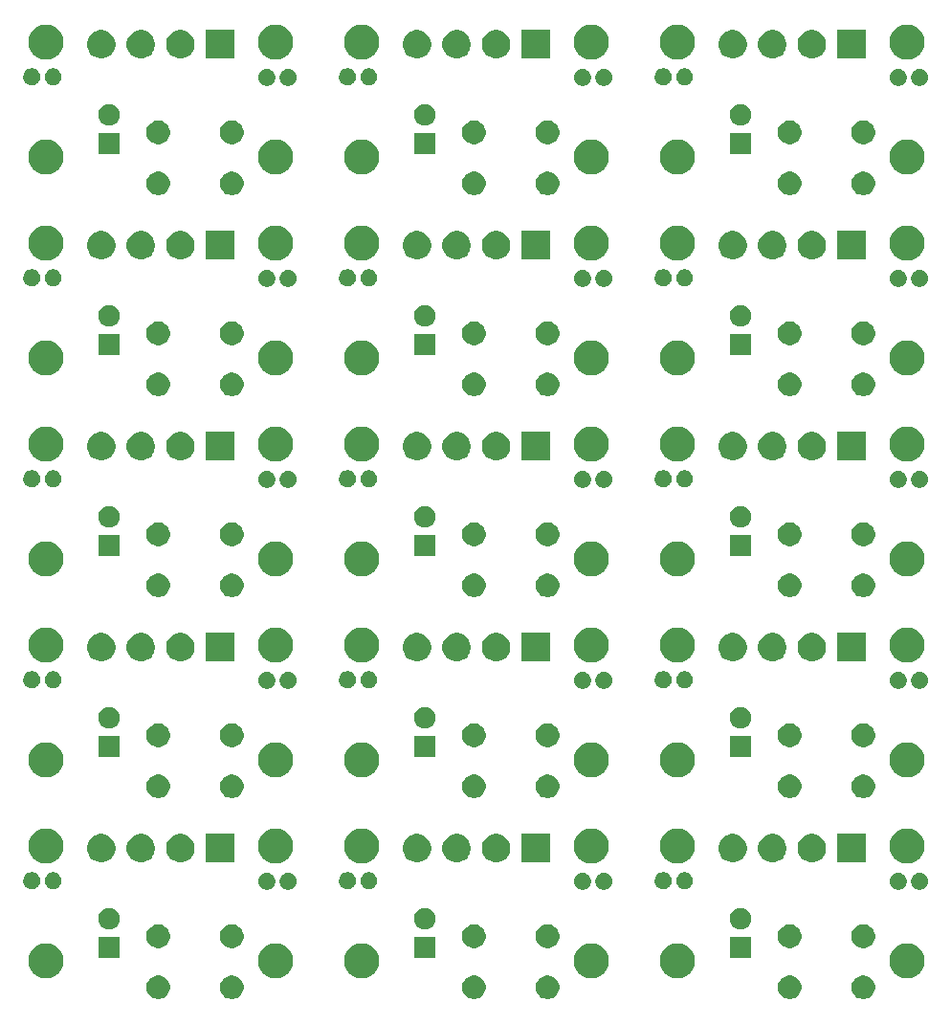
<source format=gbr>
G04 #@! TF.GenerationSoftware,KiCad,Pcbnew,5.1.5-52549c5~86~ubuntu18.04.1*
G04 #@! TF.CreationDate,2020-09-25T18:23:52-05:00*
G04 #@! TF.ProjectId,,58585858-5858-4585-9858-585858585858,rev?*
G04 #@! TF.SameCoordinates,Original*
G04 #@! TF.FileFunction,Soldermask,Bot*
G04 #@! TF.FilePolarity,Negative*
%FSLAX46Y46*%
G04 Gerber Fmt 4.6, Leading zero omitted, Abs format (unit mm)*
G04 Created by KiCad (PCBNEW 5.1.5-52549c5~86~ubuntu18.04.1) date 2020-09-25 18:23:52*
%MOMM*%
%LPD*%
G04 APERTURE LIST*
%ADD10C,0.100000*%
G04 APERTURE END LIST*
D10*
G36*
X168886364Y-156520189D02*
G01*
X169077633Y-156599415D01*
X169077635Y-156599416D01*
X169221578Y-156695596D01*
X169249773Y-156714435D01*
X169396165Y-156860827D01*
X169511185Y-157032967D01*
X169590411Y-157224236D01*
X169630800Y-157427284D01*
X169630800Y-157634316D01*
X169590411Y-157837364D01*
X169511185Y-158028633D01*
X169511184Y-158028635D01*
X169396165Y-158200773D01*
X169249773Y-158347165D01*
X169077635Y-158462184D01*
X169077634Y-158462185D01*
X169077633Y-158462185D01*
X168886364Y-158541411D01*
X168683316Y-158581800D01*
X168476284Y-158581800D01*
X168273236Y-158541411D01*
X168081967Y-158462185D01*
X168081966Y-158462185D01*
X168081965Y-158462184D01*
X167909827Y-158347165D01*
X167763435Y-158200773D01*
X167648416Y-158028635D01*
X167648415Y-158028633D01*
X167569189Y-157837364D01*
X167528800Y-157634316D01*
X167528800Y-157427284D01*
X167569189Y-157224236D01*
X167648415Y-157032967D01*
X167763435Y-156860827D01*
X167909827Y-156714435D01*
X167938022Y-156695596D01*
X168081965Y-156599416D01*
X168081967Y-156599415D01*
X168273236Y-156520189D01*
X168476284Y-156479800D01*
X168683316Y-156479800D01*
X168886364Y-156520189D01*
G37*
G36*
X162386364Y-156520189D02*
G01*
X162577633Y-156599415D01*
X162577635Y-156599416D01*
X162721578Y-156695596D01*
X162749773Y-156714435D01*
X162896165Y-156860827D01*
X163011185Y-157032967D01*
X163090411Y-157224236D01*
X163130800Y-157427284D01*
X163130800Y-157634316D01*
X163090411Y-157837364D01*
X163011185Y-158028633D01*
X163011184Y-158028635D01*
X162896165Y-158200773D01*
X162749773Y-158347165D01*
X162577635Y-158462184D01*
X162577634Y-158462185D01*
X162577633Y-158462185D01*
X162386364Y-158541411D01*
X162183316Y-158581800D01*
X161976284Y-158581800D01*
X161773236Y-158541411D01*
X161581967Y-158462185D01*
X161581966Y-158462185D01*
X161581965Y-158462184D01*
X161409827Y-158347165D01*
X161263435Y-158200773D01*
X161148416Y-158028635D01*
X161148415Y-158028633D01*
X161069189Y-157837364D01*
X161028800Y-157634316D01*
X161028800Y-157427284D01*
X161069189Y-157224236D01*
X161148415Y-157032967D01*
X161263435Y-156860827D01*
X161409827Y-156714435D01*
X161438022Y-156695596D01*
X161581965Y-156599416D01*
X161581967Y-156599415D01*
X161773236Y-156520189D01*
X161976284Y-156479800D01*
X162183316Y-156479800D01*
X162386364Y-156520189D01*
G37*
G36*
X106506364Y-156520189D02*
G01*
X106697633Y-156599415D01*
X106697635Y-156599416D01*
X106841578Y-156695596D01*
X106869773Y-156714435D01*
X107016165Y-156860827D01*
X107131185Y-157032967D01*
X107210411Y-157224236D01*
X107250800Y-157427284D01*
X107250800Y-157634316D01*
X107210411Y-157837364D01*
X107131185Y-158028633D01*
X107131184Y-158028635D01*
X107016165Y-158200773D01*
X106869773Y-158347165D01*
X106697635Y-158462184D01*
X106697634Y-158462185D01*
X106697633Y-158462185D01*
X106506364Y-158541411D01*
X106303316Y-158581800D01*
X106096284Y-158581800D01*
X105893236Y-158541411D01*
X105701967Y-158462185D01*
X105701966Y-158462185D01*
X105701965Y-158462184D01*
X105529827Y-158347165D01*
X105383435Y-158200773D01*
X105268416Y-158028635D01*
X105268415Y-158028633D01*
X105189189Y-157837364D01*
X105148800Y-157634316D01*
X105148800Y-157427284D01*
X105189189Y-157224236D01*
X105268415Y-157032967D01*
X105383435Y-156860827D01*
X105529827Y-156714435D01*
X105558022Y-156695596D01*
X105701965Y-156599416D01*
X105701967Y-156599415D01*
X105893236Y-156520189D01*
X106096284Y-156479800D01*
X106303316Y-156479800D01*
X106506364Y-156520189D01*
G37*
G36*
X113006364Y-156520189D02*
G01*
X113197633Y-156599415D01*
X113197635Y-156599416D01*
X113341578Y-156695596D01*
X113369773Y-156714435D01*
X113516165Y-156860827D01*
X113631185Y-157032967D01*
X113710411Y-157224236D01*
X113750800Y-157427284D01*
X113750800Y-157634316D01*
X113710411Y-157837364D01*
X113631185Y-158028633D01*
X113631184Y-158028635D01*
X113516165Y-158200773D01*
X113369773Y-158347165D01*
X113197635Y-158462184D01*
X113197634Y-158462185D01*
X113197633Y-158462185D01*
X113006364Y-158541411D01*
X112803316Y-158581800D01*
X112596284Y-158581800D01*
X112393236Y-158541411D01*
X112201967Y-158462185D01*
X112201966Y-158462185D01*
X112201965Y-158462184D01*
X112029827Y-158347165D01*
X111883435Y-158200773D01*
X111768416Y-158028635D01*
X111768415Y-158028633D01*
X111689189Y-157837364D01*
X111648800Y-157634316D01*
X111648800Y-157427284D01*
X111689189Y-157224236D01*
X111768415Y-157032967D01*
X111883435Y-156860827D01*
X112029827Y-156714435D01*
X112058022Y-156695596D01*
X112201965Y-156599416D01*
X112201967Y-156599415D01*
X112393236Y-156520189D01*
X112596284Y-156479800D01*
X112803316Y-156479800D01*
X113006364Y-156520189D01*
G37*
G36*
X140946364Y-156520189D02*
G01*
X141137633Y-156599415D01*
X141137635Y-156599416D01*
X141281578Y-156695596D01*
X141309773Y-156714435D01*
X141456165Y-156860827D01*
X141571185Y-157032967D01*
X141650411Y-157224236D01*
X141690800Y-157427284D01*
X141690800Y-157634316D01*
X141650411Y-157837364D01*
X141571185Y-158028633D01*
X141571184Y-158028635D01*
X141456165Y-158200773D01*
X141309773Y-158347165D01*
X141137635Y-158462184D01*
X141137634Y-158462185D01*
X141137633Y-158462185D01*
X140946364Y-158541411D01*
X140743316Y-158581800D01*
X140536284Y-158581800D01*
X140333236Y-158541411D01*
X140141967Y-158462185D01*
X140141966Y-158462185D01*
X140141965Y-158462184D01*
X139969827Y-158347165D01*
X139823435Y-158200773D01*
X139708416Y-158028635D01*
X139708415Y-158028633D01*
X139629189Y-157837364D01*
X139588800Y-157634316D01*
X139588800Y-157427284D01*
X139629189Y-157224236D01*
X139708415Y-157032967D01*
X139823435Y-156860827D01*
X139969827Y-156714435D01*
X139998022Y-156695596D01*
X140141965Y-156599416D01*
X140141967Y-156599415D01*
X140333236Y-156520189D01*
X140536284Y-156479800D01*
X140743316Y-156479800D01*
X140946364Y-156520189D01*
G37*
G36*
X134446364Y-156520189D02*
G01*
X134637633Y-156599415D01*
X134637635Y-156599416D01*
X134781578Y-156695596D01*
X134809773Y-156714435D01*
X134956165Y-156860827D01*
X135071185Y-157032967D01*
X135150411Y-157224236D01*
X135190800Y-157427284D01*
X135190800Y-157634316D01*
X135150411Y-157837364D01*
X135071185Y-158028633D01*
X135071184Y-158028635D01*
X134956165Y-158200773D01*
X134809773Y-158347165D01*
X134637635Y-158462184D01*
X134637634Y-158462185D01*
X134637633Y-158462185D01*
X134446364Y-158541411D01*
X134243316Y-158581800D01*
X134036284Y-158581800D01*
X133833236Y-158541411D01*
X133641967Y-158462185D01*
X133641966Y-158462185D01*
X133641965Y-158462184D01*
X133469827Y-158347165D01*
X133323435Y-158200773D01*
X133208416Y-158028635D01*
X133208415Y-158028633D01*
X133129189Y-157837364D01*
X133088800Y-157634316D01*
X133088800Y-157427284D01*
X133129189Y-157224236D01*
X133208415Y-157032967D01*
X133323435Y-156860827D01*
X133469827Y-156714435D01*
X133498022Y-156695596D01*
X133641965Y-156599416D01*
X133641967Y-156599415D01*
X133833236Y-156520189D01*
X134036284Y-156479800D01*
X134243316Y-156479800D01*
X134446364Y-156520189D01*
G37*
G36*
X124493385Y-153683002D02*
G01*
X124643210Y-153712804D01*
X124925474Y-153829721D01*
X125179505Y-153999459D01*
X125395541Y-154215495D01*
X125565279Y-154469526D01*
X125682196Y-154751790D01*
X125741800Y-155051440D01*
X125741800Y-155356960D01*
X125682196Y-155656610D01*
X125565279Y-155938874D01*
X125395541Y-156192905D01*
X125179505Y-156408941D01*
X124925474Y-156578679D01*
X124643210Y-156695596D01*
X124493385Y-156725398D01*
X124343561Y-156755200D01*
X124038039Y-156755200D01*
X123888215Y-156725398D01*
X123738390Y-156695596D01*
X123456126Y-156578679D01*
X123202095Y-156408941D01*
X122986059Y-156192905D01*
X122816321Y-155938874D01*
X122699404Y-155656610D01*
X122639800Y-155356960D01*
X122639800Y-155051440D01*
X122699404Y-154751790D01*
X122816321Y-154469526D01*
X122986059Y-154215495D01*
X123202095Y-153999459D01*
X123456126Y-153829721D01*
X123738390Y-153712804D01*
X123888215Y-153683002D01*
X124038039Y-153653200D01*
X124343561Y-153653200D01*
X124493385Y-153683002D01*
G37*
G36*
X172753385Y-153683002D02*
G01*
X172903210Y-153712804D01*
X173185474Y-153829721D01*
X173439505Y-153999459D01*
X173655541Y-154215495D01*
X173825279Y-154469526D01*
X173942196Y-154751790D01*
X174001800Y-155051440D01*
X174001800Y-155356960D01*
X173942196Y-155656610D01*
X173825279Y-155938874D01*
X173655541Y-156192905D01*
X173439505Y-156408941D01*
X173185474Y-156578679D01*
X172903210Y-156695596D01*
X172753385Y-156725398D01*
X172603561Y-156755200D01*
X172298039Y-156755200D01*
X172148215Y-156725398D01*
X171998390Y-156695596D01*
X171716126Y-156578679D01*
X171462095Y-156408941D01*
X171246059Y-156192905D01*
X171076321Y-155938874D01*
X170959404Y-155656610D01*
X170899800Y-155356960D01*
X170899800Y-155051440D01*
X170959404Y-154751790D01*
X171076321Y-154469526D01*
X171246059Y-154215495D01*
X171462095Y-153999459D01*
X171716126Y-153829721D01*
X171998390Y-153712804D01*
X172148215Y-153683002D01*
X172298039Y-153653200D01*
X172603561Y-153653200D01*
X172753385Y-153683002D01*
G37*
G36*
X152433385Y-153683002D02*
G01*
X152583210Y-153712804D01*
X152865474Y-153829721D01*
X153119505Y-153999459D01*
X153335541Y-154215495D01*
X153505279Y-154469526D01*
X153622196Y-154751790D01*
X153681800Y-155051440D01*
X153681800Y-155356960D01*
X153622196Y-155656610D01*
X153505279Y-155938874D01*
X153335541Y-156192905D01*
X153119505Y-156408941D01*
X152865474Y-156578679D01*
X152583210Y-156695596D01*
X152433385Y-156725398D01*
X152283561Y-156755200D01*
X151978039Y-156755200D01*
X151828215Y-156725398D01*
X151678390Y-156695596D01*
X151396126Y-156578679D01*
X151142095Y-156408941D01*
X150926059Y-156192905D01*
X150756321Y-155938874D01*
X150639404Y-155656610D01*
X150579800Y-155356960D01*
X150579800Y-155051440D01*
X150639404Y-154751790D01*
X150756321Y-154469526D01*
X150926059Y-154215495D01*
X151142095Y-153999459D01*
X151396126Y-153829721D01*
X151678390Y-153712804D01*
X151828215Y-153683002D01*
X151978039Y-153653200D01*
X152283561Y-153653200D01*
X152433385Y-153683002D01*
G37*
G36*
X144813385Y-153683002D02*
G01*
X144963210Y-153712804D01*
X145245474Y-153829721D01*
X145499505Y-153999459D01*
X145715541Y-154215495D01*
X145885279Y-154469526D01*
X146002196Y-154751790D01*
X146061800Y-155051440D01*
X146061800Y-155356960D01*
X146002196Y-155656610D01*
X145885279Y-155938874D01*
X145715541Y-156192905D01*
X145499505Y-156408941D01*
X145245474Y-156578679D01*
X144963210Y-156695596D01*
X144813385Y-156725398D01*
X144663561Y-156755200D01*
X144358039Y-156755200D01*
X144208215Y-156725398D01*
X144058390Y-156695596D01*
X143776126Y-156578679D01*
X143522095Y-156408941D01*
X143306059Y-156192905D01*
X143136321Y-155938874D01*
X143019404Y-155656610D01*
X142959800Y-155356960D01*
X142959800Y-155051440D01*
X143019404Y-154751790D01*
X143136321Y-154469526D01*
X143306059Y-154215495D01*
X143522095Y-153999459D01*
X143776126Y-153829721D01*
X144058390Y-153712804D01*
X144208215Y-153683002D01*
X144358039Y-153653200D01*
X144663561Y-153653200D01*
X144813385Y-153683002D01*
G37*
G36*
X116873385Y-153683002D02*
G01*
X117023210Y-153712804D01*
X117305474Y-153829721D01*
X117559505Y-153999459D01*
X117775541Y-154215495D01*
X117945279Y-154469526D01*
X118062196Y-154751790D01*
X118121800Y-155051440D01*
X118121800Y-155356960D01*
X118062196Y-155656610D01*
X117945279Y-155938874D01*
X117775541Y-156192905D01*
X117559505Y-156408941D01*
X117305474Y-156578679D01*
X117023210Y-156695596D01*
X116873385Y-156725398D01*
X116723561Y-156755200D01*
X116418039Y-156755200D01*
X116268215Y-156725398D01*
X116118390Y-156695596D01*
X115836126Y-156578679D01*
X115582095Y-156408941D01*
X115366059Y-156192905D01*
X115196321Y-155938874D01*
X115079404Y-155656610D01*
X115019800Y-155356960D01*
X115019800Y-155051440D01*
X115079404Y-154751790D01*
X115196321Y-154469526D01*
X115366059Y-154215495D01*
X115582095Y-153999459D01*
X115836126Y-153829721D01*
X116118390Y-153712804D01*
X116268215Y-153683002D01*
X116418039Y-153653200D01*
X116723561Y-153653200D01*
X116873385Y-153683002D01*
G37*
G36*
X96553385Y-153683002D02*
G01*
X96703210Y-153712804D01*
X96985474Y-153829721D01*
X97239505Y-153999459D01*
X97455541Y-154215495D01*
X97625279Y-154469526D01*
X97742196Y-154751790D01*
X97801800Y-155051440D01*
X97801800Y-155356960D01*
X97742196Y-155656610D01*
X97625279Y-155938874D01*
X97455541Y-156192905D01*
X97239505Y-156408941D01*
X96985474Y-156578679D01*
X96703210Y-156695596D01*
X96553385Y-156725398D01*
X96403561Y-156755200D01*
X96098039Y-156755200D01*
X95948215Y-156725398D01*
X95798390Y-156695596D01*
X95516126Y-156578679D01*
X95262095Y-156408941D01*
X95046059Y-156192905D01*
X94876321Y-155938874D01*
X94759404Y-155656610D01*
X94699800Y-155356960D01*
X94699800Y-155051440D01*
X94759404Y-154751790D01*
X94876321Y-154469526D01*
X95046059Y-154215495D01*
X95262095Y-153999459D01*
X95516126Y-153829721D01*
X95798390Y-153712804D01*
X95948215Y-153683002D01*
X96098039Y-153653200D01*
X96403561Y-153653200D01*
X96553385Y-153683002D01*
G37*
G36*
X130745000Y-154951200D02*
G01*
X128843000Y-154951200D01*
X128843000Y-153049200D01*
X130745000Y-153049200D01*
X130745000Y-154951200D01*
G37*
G36*
X102805000Y-154951200D02*
G01*
X100903000Y-154951200D01*
X100903000Y-153049200D01*
X102805000Y-153049200D01*
X102805000Y-154951200D01*
G37*
G36*
X158685000Y-154951200D02*
G01*
X156783000Y-154951200D01*
X156783000Y-153049200D01*
X158685000Y-153049200D01*
X158685000Y-154951200D01*
G37*
G36*
X168886364Y-152020189D02*
G01*
X169077633Y-152099415D01*
X169077635Y-152099416D01*
X169226508Y-152198890D01*
X169249773Y-152214435D01*
X169396165Y-152360827D01*
X169511185Y-152532967D01*
X169590411Y-152724236D01*
X169630800Y-152927284D01*
X169630800Y-153134316D01*
X169590411Y-153337364D01*
X169511185Y-153528633D01*
X169511184Y-153528635D01*
X169396165Y-153700773D01*
X169249773Y-153847165D01*
X169077635Y-153962184D01*
X169077634Y-153962185D01*
X169077633Y-153962185D01*
X168886364Y-154041411D01*
X168683316Y-154081800D01*
X168476284Y-154081800D01*
X168273236Y-154041411D01*
X168081967Y-153962185D01*
X168081966Y-153962185D01*
X168081965Y-153962184D01*
X167909827Y-153847165D01*
X167763435Y-153700773D01*
X167648416Y-153528635D01*
X167648415Y-153528633D01*
X167569189Y-153337364D01*
X167528800Y-153134316D01*
X167528800Y-152927284D01*
X167569189Y-152724236D01*
X167648415Y-152532967D01*
X167763435Y-152360827D01*
X167909827Y-152214435D01*
X167933092Y-152198890D01*
X168081965Y-152099416D01*
X168081967Y-152099415D01*
X168273236Y-152020189D01*
X168476284Y-151979800D01*
X168683316Y-151979800D01*
X168886364Y-152020189D01*
G37*
G36*
X162386364Y-152020189D02*
G01*
X162577633Y-152099415D01*
X162577635Y-152099416D01*
X162726508Y-152198890D01*
X162749773Y-152214435D01*
X162896165Y-152360827D01*
X163011185Y-152532967D01*
X163090411Y-152724236D01*
X163130800Y-152927284D01*
X163130800Y-153134316D01*
X163090411Y-153337364D01*
X163011185Y-153528633D01*
X163011184Y-153528635D01*
X162896165Y-153700773D01*
X162749773Y-153847165D01*
X162577635Y-153962184D01*
X162577634Y-153962185D01*
X162577633Y-153962185D01*
X162386364Y-154041411D01*
X162183316Y-154081800D01*
X161976284Y-154081800D01*
X161773236Y-154041411D01*
X161581967Y-153962185D01*
X161581966Y-153962185D01*
X161581965Y-153962184D01*
X161409827Y-153847165D01*
X161263435Y-153700773D01*
X161148416Y-153528635D01*
X161148415Y-153528633D01*
X161069189Y-153337364D01*
X161028800Y-153134316D01*
X161028800Y-152927284D01*
X161069189Y-152724236D01*
X161148415Y-152532967D01*
X161263435Y-152360827D01*
X161409827Y-152214435D01*
X161433092Y-152198890D01*
X161581965Y-152099416D01*
X161581967Y-152099415D01*
X161773236Y-152020189D01*
X161976284Y-151979800D01*
X162183316Y-151979800D01*
X162386364Y-152020189D01*
G37*
G36*
X134446364Y-152020189D02*
G01*
X134637633Y-152099415D01*
X134637635Y-152099416D01*
X134786508Y-152198890D01*
X134809773Y-152214435D01*
X134956165Y-152360827D01*
X135071185Y-152532967D01*
X135150411Y-152724236D01*
X135190800Y-152927284D01*
X135190800Y-153134316D01*
X135150411Y-153337364D01*
X135071185Y-153528633D01*
X135071184Y-153528635D01*
X134956165Y-153700773D01*
X134809773Y-153847165D01*
X134637635Y-153962184D01*
X134637634Y-153962185D01*
X134637633Y-153962185D01*
X134446364Y-154041411D01*
X134243316Y-154081800D01*
X134036284Y-154081800D01*
X133833236Y-154041411D01*
X133641967Y-153962185D01*
X133641966Y-153962185D01*
X133641965Y-153962184D01*
X133469827Y-153847165D01*
X133323435Y-153700773D01*
X133208416Y-153528635D01*
X133208415Y-153528633D01*
X133129189Y-153337364D01*
X133088800Y-153134316D01*
X133088800Y-152927284D01*
X133129189Y-152724236D01*
X133208415Y-152532967D01*
X133323435Y-152360827D01*
X133469827Y-152214435D01*
X133493092Y-152198890D01*
X133641965Y-152099416D01*
X133641967Y-152099415D01*
X133833236Y-152020189D01*
X134036284Y-151979800D01*
X134243316Y-151979800D01*
X134446364Y-152020189D01*
G37*
G36*
X140946364Y-152020189D02*
G01*
X141137633Y-152099415D01*
X141137635Y-152099416D01*
X141286508Y-152198890D01*
X141309773Y-152214435D01*
X141456165Y-152360827D01*
X141571185Y-152532967D01*
X141650411Y-152724236D01*
X141690800Y-152927284D01*
X141690800Y-153134316D01*
X141650411Y-153337364D01*
X141571185Y-153528633D01*
X141571184Y-153528635D01*
X141456165Y-153700773D01*
X141309773Y-153847165D01*
X141137635Y-153962184D01*
X141137634Y-153962185D01*
X141137633Y-153962185D01*
X140946364Y-154041411D01*
X140743316Y-154081800D01*
X140536284Y-154081800D01*
X140333236Y-154041411D01*
X140141967Y-153962185D01*
X140141966Y-153962185D01*
X140141965Y-153962184D01*
X139969827Y-153847165D01*
X139823435Y-153700773D01*
X139708416Y-153528635D01*
X139708415Y-153528633D01*
X139629189Y-153337364D01*
X139588800Y-153134316D01*
X139588800Y-152927284D01*
X139629189Y-152724236D01*
X139708415Y-152532967D01*
X139823435Y-152360827D01*
X139969827Y-152214435D01*
X139993092Y-152198890D01*
X140141965Y-152099416D01*
X140141967Y-152099415D01*
X140333236Y-152020189D01*
X140536284Y-151979800D01*
X140743316Y-151979800D01*
X140946364Y-152020189D01*
G37*
G36*
X106506364Y-152020189D02*
G01*
X106697633Y-152099415D01*
X106697635Y-152099416D01*
X106846508Y-152198890D01*
X106869773Y-152214435D01*
X107016165Y-152360827D01*
X107131185Y-152532967D01*
X107210411Y-152724236D01*
X107250800Y-152927284D01*
X107250800Y-153134316D01*
X107210411Y-153337364D01*
X107131185Y-153528633D01*
X107131184Y-153528635D01*
X107016165Y-153700773D01*
X106869773Y-153847165D01*
X106697635Y-153962184D01*
X106697634Y-153962185D01*
X106697633Y-153962185D01*
X106506364Y-154041411D01*
X106303316Y-154081800D01*
X106096284Y-154081800D01*
X105893236Y-154041411D01*
X105701967Y-153962185D01*
X105701966Y-153962185D01*
X105701965Y-153962184D01*
X105529827Y-153847165D01*
X105383435Y-153700773D01*
X105268416Y-153528635D01*
X105268415Y-153528633D01*
X105189189Y-153337364D01*
X105148800Y-153134316D01*
X105148800Y-152927284D01*
X105189189Y-152724236D01*
X105268415Y-152532967D01*
X105383435Y-152360827D01*
X105529827Y-152214435D01*
X105553092Y-152198890D01*
X105701965Y-152099416D01*
X105701967Y-152099415D01*
X105893236Y-152020189D01*
X106096284Y-151979800D01*
X106303316Y-151979800D01*
X106506364Y-152020189D01*
G37*
G36*
X113006364Y-152020189D02*
G01*
X113197633Y-152099415D01*
X113197635Y-152099416D01*
X113346508Y-152198890D01*
X113369773Y-152214435D01*
X113516165Y-152360827D01*
X113631185Y-152532967D01*
X113710411Y-152724236D01*
X113750800Y-152927284D01*
X113750800Y-153134316D01*
X113710411Y-153337364D01*
X113631185Y-153528633D01*
X113631184Y-153528635D01*
X113516165Y-153700773D01*
X113369773Y-153847165D01*
X113197635Y-153962184D01*
X113197634Y-153962185D01*
X113197633Y-153962185D01*
X113006364Y-154041411D01*
X112803316Y-154081800D01*
X112596284Y-154081800D01*
X112393236Y-154041411D01*
X112201967Y-153962185D01*
X112201966Y-153962185D01*
X112201965Y-153962184D01*
X112029827Y-153847165D01*
X111883435Y-153700773D01*
X111768416Y-153528635D01*
X111768415Y-153528633D01*
X111689189Y-153337364D01*
X111648800Y-153134316D01*
X111648800Y-152927284D01*
X111689189Y-152724236D01*
X111768415Y-152532967D01*
X111883435Y-152360827D01*
X112029827Y-152214435D01*
X112053092Y-152198890D01*
X112201965Y-152099416D01*
X112201967Y-152099415D01*
X112393236Y-152020189D01*
X112596284Y-151979800D01*
X112803316Y-151979800D01*
X113006364Y-152020189D01*
G37*
G36*
X102131395Y-150545746D02*
G01*
X102304466Y-150617434D01*
X102304467Y-150617435D01*
X102460227Y-150721510D01*
X102592690Y-150853973D01*
X102592691Y-150853975D01*
X102696766Y-151009734D01*
X102768454Y-151182805D01*
X102805000Y-151366533D01*
X102805000Y-151553867D01*
X102768454Y-151737595D01*
X102696766Y-151910666D01*
X102696765Y-151910667D01*
X102592690Y-152066427D01*
X102460227Y-152198890D01*
X102436962Y-152214435D01*
X102304466Y-152302966D01*
X102131395Y-152374654D01*
X101947667Y-152411200D01*
X101760333Y-152411200D01*
X101576605Y-152374654D01*
X101403534Y-152302966D01*
X101271038Y-152214435D01*
X101247773Y-152198890D01*
X101115310Y-152066427D01*
X101011235Y-151910667D01*
X101011234Y-151910666D01*
X100939546Y-151737595D01*
X100903000Y-151553867D01*
X100903000Y-151366533D01*
X100939546Y-151182805D01*
X101011234Y-151009734D01*
X101115309Y-150853975D01*
X101115310Y-150853973D01*
X101247773Y-150721510D01*
X101403533Y-150617435D01*
X101403534Y-150617434D01*
X101576605Y-150545746D01*
X101760333Y-150509200D01*
X101947667Y-150509200D01*
X102131395Y-150545746D01*
G37*
G36*
X158011395Y-150545746D02*
G01*
X158184466Y-150617434D01*
X158184467Y-150617435D01*
X158340227Y-150721510D01*
X158472690Y-150853973D01*
X158472691Y-150853975D01*
X158576766Y-151009734D01*
X158648454Y-151182805D01*
X158685000Y-151366533D01*
X158685000Y-151553867D01*
X158648454Y-151737595D01*
X158576766Y-151910666D01*
X158576765Y-151910667D01*
X158472690Y-152066427D01*
X158340227Y-152198890D01*
X158316962Y-152214435D01*
X158184466Y-152302966D01*
X158011395Y-152374654D01*
X157827667Y-152411200D01*
X157640333Y-152411200D01*
X157456605Y-152374654D01*
X157283534Y-152302966D01*
X157151038Y-152214435D01*
X157127773Y-152198890D01*
X156995310Y-152066427D01*
X156891235Y-151910667D01*
X156891234Y-151910666D01*
X156819546Y-151737595D01*
X156783000Y-151553867D01*
X156783000Y-151366533D01*
X156819546Y-151182805D01*
X156891234Y-151009734D01*
X156995309Y-150853975D01*
X156995310Y-150853973D01*
X157127773Y-150721510D01*
X157283533Y-150617435D01*
X157283534Y-150617434D01*
X157456605Y-150545746D01*
X157640333Y-150509200D01*
X157827667Y-150509200D01*
X158011395Y-150545746D01*
G37*
G36*
X130071395Y-150545746D02*
G01*
X130244466Y-150617434D01*
X130244467Y-150617435D01*
X130400227Y-150721510D01*
X130532690Y-150853973D01*
X130532691Y-150853975D01*
X130636766Y-151009734D01*
X130708454Y-151182805D01*
X130745000Y-151366533D01*
X130745000Y-151553867D01*
X130708454Y-151737595D01*
X130636766Y-151910666D01*
X130636765Y-151910667D01*
X130532690Y-152066427D01*
X130400227Y-152198890D01*
X130376962Y-152214435D01*
X130244466Y-152302966D01*
X130071395Y-152374654D01*
X129887667Y-152411200D01*
X129700333Y-152411200D01*
X129516605Y-152374654D01*
X129343534Y-152302966D01*
X129211038Y-152214435D01*
X129187773Y-152198890D01*
X129055310Y-152066427D01*
X128951235Y-151910667D01*
X128951234Y-151910666D01*
X128879546Y-151737595D01*
X128843000Y-151553867D01*
X128843000Y-151366533D01*
X128879546Y-151182805D01*
X128951234Y-151009734D01*
X129055309Y-150853975D01*
X129055310Y-150853973D01*
X129187773Y-150721510D01*
X129343533Y-150617435D01*
X129343534Y-150617434D01*
X129516605Y-150545746D01*
X129700333Y-150509200D01*
X129887667Y-150509200D01*
X130071395Y-150545746D01*
G37*
G36*
X145857659Y-147436060D02*
G01*
X145994332Y-147492672D01*
X146117335Y-147574860D01*
X146221940Y-147679465D01*
X146270186Y-147751670D01*
X146304129Y-147802470D01*
X146360740Y-147939141D01*
X146379496Y-148033433D01*
X146389600Y-148084233D01*
X146389600Y-148232167D01*
X146360740Y-148377259D01*
X146304128Y-148513932D01*
X146221940Y-148636935D01*
X146117335Y-148741540D01*
X145994332Y-148823728D01*
X145994331Y-148823729D01*
X145994330Y-148823729D01*
X145857659Y-148880340D01*
X145712568Y-148909200D01*
X145564632Y-148909200D01*
X145419541Y-148880340D01*
X145282870Y-148823729D01*
X145282869Y-148823729D01*
X145282868Y-148823728D01*
X145159865Y-148741540D01*
X145055260Y-148636935D01*
X144973072Y-148513932D01*
X144916460Y-148377259D01*
X144887600Y-148232167D01*
X144887600Y-148084233D01*
X144897705Y-148033433D01*
X144916460Y-147939141D01*
X144973071Y-147802470D01*
X145007014Y-147751670D01*
X145055260Y-147679465D01*
X145159865Y-147574860D01*
X145282868Y-147492672D01*
X145419541Y-147436060D01*
X145564632Y-147407200D01*
X145712568Y-147407200D01*
X145857659Y-147436060D01*
G37*
G36*
X116017659Y-147436060D02*
G01*
X116154332Y-147492672D01*
X116277335Y-147574860D01*
X116381940Y-147679465D01*
X116430186Y-147751670D01*
X116464129Y-147802470D01*
X116520740Y-147939141D01*
X116539496Y-148033433D01*
X116549600Y-148084233D01*
X116549600Y-148232167D01*
X116520740Y-148377259D01*
X116464128Y-148513932D01*
X116381940Y-148636935D01*
X116277335Y-148741540D01*
X116154332Y-148823728D01*
X116154331Y-148823729D01*
X116154330Y-148823729D01*
X116017659Y-148880340D01*
X115872568Y-148909200D01*
X115724632Y-148909200D01*
X115579541Y-148880340D01*
X115442870Y-148823729D01*
X115442869Y-148823729D01*
X115442868Y-148823728D01*
X115319865Y-148741540D01*
X115215260Y-148636935D01*
X115133072Y-148513932D01*
X115076460Y-148377259D01*
X115047600Y-148232167D01*
X115047600Y-148084233D01*
X115057705Y-148033433D01*
X115076460Y-147939141D01*
X115133071Y-147802470D01*
X115167014Y-147751670D01*
X115215260Y-147679465D01*
X115319865Y-147574860D01*
X115442868Y-147492672D01*
X115579541Y-147436060D01*
X115724632Y-147407200D01*
X115872568Y-147407200D01*
X116017659Y-147436060D01*
G37*
G36*
X117917659Y-147436060D02*
G01*
X118054332Y-147492672D01*
X118177335Y-147574860D01*
X118281940Y-147679465D01*
X118330186Y-147751670D01*
X118364129Y-147802470D01*
X118420740Y-147939141D01*
X118439496Y-148033433D01*
X118449600Y-148084233D01*
X118449600Y-148232167D01*
X118420740Y-148377259D01*
X118364128Y-148513932D01*
X118281940Y-148636935D01*
X118177335Y-148741540D01*
X118054332Y-148823728D01*
X118054331Y-148823729D01*
X118054330Y-148823729D01*
X117917659Y-148880340D01*
X117772568Y-148909200D01*
X117624632Y-148909200D01*
X117479541Y-148880340D01*
X117342870Y-148823729D01*
X117342869Y-148823729D01*
X117342868Y-148823728D01*
X117219865Y-148741540D01*
X117115260Y-148636935D01*
X117033072Y-148513932D01*
X116976460Y-148377259D01*
X116947600Y-148232167D01*
X116947600Y-148084233D01*
X116957705Y-148033433D01*
X116976460Y-147939141D01*
X117033071Y-147802470D01*
X117067014Y-147751670D01*
X117115260Y-147679465D01*
X117219865Y-147574860D01*
X117342868Y-147492672D01*
X117479541Y-147436060D01*
X117624632Y-147407200D01*
X117772568Y-147407200D01*
X117917659Y-147436060D01*
G37*
G36*
X171897659Y-147436060D02*
G01*
X172034332Y-147492672D01*
X172157335Y-147574860D01*
X172261940Y-147679465D01*
X172310186Y-147751670D01*
X172344129Y-147802470D01*
X172400740Y-147939141D01*
X172419496Y-148033433D01*
X172429600Y-148084233D01*
X172429600Y-148232167D01*
X172400740Y-148377259D01*
X172344128Y-148513932D01*
X172261940Y-148636935D01*
X172157335Y-148741540D01*
X172034332Y-148823728D01*
X172034331Y-148823729D01*
X172034330Y-148823729D01*
X171897659Y-148880340D01*
X171752568Y-148909200D01*
X171604632Y-148909200D01*
X171459541Y-148880340D01*
X171322870Y-148823729D01*
X171322869Y-148823729D01*
X171322868Y-148823728D01*
X171199865Y-148741540D01*
X171095260Y-148636935D01*
X171013072Y-148513932D01*
X170956460Y-148377259D01*
X170927600Y-148232167D01*
X170927600Y-148084233D01*
X170937705Y-148033433D01*
X170956460Y-147939141D01*
X171013071Y-147802470D01*
X171047014Y-147751670D01*
X171095260Y-147679465D01*
X171199865Y-147574860D01*
X171322868Y-147492672D01*
X171459541Y-147436060D01*
X171604632Y-147407200D01*
X171752568Y-147407200D01*
X171897659Y-147436060D01*
G37*
G36*
X173797659Y-147436060D02*
G01*
X173934332Y-147492672D01*
X174057335Y-147574860D01*
X174161940Y-147679465D01*
X174210186Y-147751670D01*
X174244129Y-147802470D01*
X174300740Y-147939141D01*
X174319496Y-148033433D01*
X174329600Y-148084233D01*
X174329600Y-148232167D01*
X174300740Y-148377259D01*
X174244128Y-148513932D01*
X174161940Y-148636935D01*
X174057335Y-148741540D01*
X173934332Y-148823728D01*
X173934331Y-148823729D01*
X173934330Y-148823729D01*
X173797659Y-148880340D01*
X173652568Y-148909200D01*
X173504632Y-148909200D01*
X173359541Y-148880340D01*
X173222870Y-148823729D01*
X173222869Y-148823729D01*
X173222868Y-148823728D01*
X173099865Y-148741540D01*
X172995260Y-148636935D01*
X172913072Y-148513932D01*
X172856460Y-148377259D01*
X172827600Y-148232167D01*
X172827600Y-148084233D01*
X172837705Y-148033433D01*
X172856460Y-147939141D01*
X172913071Y-147802470D01*
X172947014Y-147751670D01*
X172995260Y-147679465D01*
X173099865Y-147574860D01*
X173222868Y-147492672D01*
X173359541Y-147436060D01*
X173504632Y-147407200D01*
X173652568Y-147407200D01*
X173797659Y-147436060D01*
G37*
G36*
X143957659Y-147436060D02*
G01*
X144094332Y-147492672D01*
X144217335Y-147574860D01*
X144321940Y-147679465D01*
X144370186Y-147751670D01*
X144404129Y-147802470D01*
X144460740Y-147939141D01*
X144479496Y-148033433D01*
X144489600Y-148084233D01*
X144489600Y-148232167D01*
X144460740Y-148377259D01*
X144404128Y-148513932D01*
X144321940Y-148636935D01*
X144217335Y-148741540D01*
X144094332Y-148823728D01*
X144094331Y-148823729D01*
X144094330Y-148823729D01*
X143957659Y-148880340D01*
X143812568Y-148909200D01*
X143664632Y-148909200D01*
X143519541Y-148880340D01*
X143382870Y-148823729D01*
X143382869Y-148823729D01*
X143382868Y-148823728D01*
X143259865Y-148741540D01*
X143155260Y-148636935D01*
X143073072Y-148513932D01*
X143016460Y-148377259D01*
X142987600Y-148232167D01*
X142987600Y-148084233D01*
X142997705Y-148033433D01*
X143016460Y-147939141D01*
X143073071Y-147802470D01*
X143107014Y-147751670D01*
X143155260Y-147679465D01*
X143259865Y-147574860D01*
X143382868Y-147492672D01*
X143519541Y-147436060D01*
X143664632Y-147407200D01*
X143812568Y-147407200D01*
X143957659Y-147436060D01*
G37*
G36*
X95220059Y-147385260D02*
G01*
X95356732Y-147441872D01*
X95479735Y-147524060D01*
X95584340Y-147628665D01*
X95666528Y-147751668D01*
X95666529Y-147751670D01*
X95723140Y-147888341D01*
X95752000Y-148033432D01*
X95752000Y-148181368D01*
X95741895Y-148232168D01*
X95723140Y-148326459D01*
X95666528Y-148463132D01*
X95584340Y-148586135D01*
X95479735Y-148690740D01*
X95356732Y-148772928D01*
X95356731Y-148772929D01*
X95356730Y-148772929D01*
X95220059Y-148829540D01*
X95074968Y-148858400D01*
X94927032Y-148858400D01*
X94781941Y-148829540D01*
X94645270Y-148772929D01*
X94645269Y-148772929D01*
X94645268Y-148772928D01*
X94522265Y-148690740D01*
X94417660Y-148586135D01*
X94335472Y-148463132D01*
X94278860Y-148326459D01*
X94260105Y-148232168D01*
X94250000Y-148181368D01*
X94250000Y-148033432D01*
X94278860Y-147888341D01*
X94335471Y-147751670D01*
X94335472Y-147751668D01*
X94417660Y-147628665D01*
X94522265Y-147524060D01*
X94645268Y-147441872D01*
X94781941Y-147385260D01*
X94927032Y-147356400D01*
X95074968Y-147356400D01*
X95220059Y-147385260D01*
G37*
G36*
X97120059Y-147385260D02*
G01*
X97256732Y-147441872D01*
X97379735Y-147524060D01*
X97484340Y-147628665D01*
X97566528Y-147751668D01*
X97566529Y-147751670D01*
X97623140Y-147888341D01*
X97652000Y-148033432D01*
X97652000Y-148181368D01*
X97641895Y-148232168D01*
X97623140Y-148326459D01*
X97566528Y-148463132D01*
X97484340Y-148586135D01*
X97379735Y-148690740D01*
X97256732Y-148772928D01*
X97256731Y-148772929D01*
X97256730Y-148772929D01*
X97120059Y-148829540D01*
X96974968Y-148858400D01*
X96827032Y-148858400D01*
X96681941Y-148829540D01*
X96545270Y-148772929D01*
X96545269Y-148772929D01*
X96545268Y-148772928D01*
X96422265Y-148690740D01*
X96317660Y-148586135D01*
X96235472Y-148463132D01*
X96178860Y-148326459D01*
X96160105Y-148232168D01*
X96150000Y-148181368D01*
X96150000Y-148033432D01*
X96178860Y-147888341D01*
X96235471Y-147751670D01*
X96235472Y-147751668D01*
X96317660Y-147628665D01*
X96422265Y-147524060D01*
X96545268Y-147441872D01*
X96681941Y-147385260D01*
X96827032Y-147356400D01*
X96974968Y-147356400D01*
X97120059Y-147385260D01*
G37*
G36*
X123160059Y-147385260D02*
G01*
X123296732Y-147441872D01*
X123419735Y-147524060D01*
X123524340Y-147628665D01*
X123606528Y-147751668D01*
X123606529Y-147751670D01*
X123663140Y-147888341D01*
X123692000Y-148033432D01*
X123692000Y-148181368D01*
X123681895Y-148232168D01*
X123663140Y-148326459D01*
X123606528Y-148463132D01*
X123524340Y-148586135D01*
X123419735Y-148690740D01*
X123296732Y-148772928D01*
X123296731Y-148772929D01*
X123296730Y-148772929D01*
X123160059Y-148829540D01*
X123014968Y-148858400D01*
X122867032Y-148858400D01*
X122721941Y-148829540D01*
X122585270Y-148772929D01*
X122585269Y-148772929D01*
X122585268Y-148772928D01*
X122462265Y-148690740D01*
X122357660Y-148586135D01*
X122275472Y-148463132D01*
X122218860Y-148326459D01*
X122200105Y-148232168D01*
X122190000Y-148181368D01*
X122190000Y-148033432D01*
X122218860Y-147888341D01*
X122275471Y-147751670D01*
X122275472Y-147751668D01*
X122357660Y-147628665D01*
X122462265Y-147524060D01*
X122585268Y-147441872D01*
X122721941Y-147385260D01*
X122867032Y-147356400D01*
X123014968Y-147356400D01*
X123160059Y-147385260D01*
G37*
G36*
X125060059Y-147385260D02*
G01*
X125196732Y-147441872D01*
X125319735Y-147524060D01*
X125424340Y-147628665D01*
X125506528Y-147751668D01*
X125506529Y-147751670D01*
X125563140Y-147888341D01*
X125592000Y-148033432D01*
X125592000Y-148181368D01*
X125581895Y-148232168D01*
X125563140Y-148326459D01*
X125506528Y-148463132D01*
X125424340Y-148586135D01*
X125319735Y-148690740D01*
X125196732Y-148772928D01*
X125196731Y-148772929D01*
X125196730Y-148772929D01*
X125060059Y-148829540D01*
X124914968Y-148858400D01*
X124767032Y-148858400D01*
X124621941Y-148829540D01*
X124485270Y-148772929D01*
X124485269Y-148772929D01*
X124485268Y-148772928D01*
X124362265Y-148690740D01*
X124257660Y-148586135D01*
X124175472Y-148463132D01*
X124118860Y-148326459D01*
X124100105Y-148232168D01*
X124090000Y-148181368D01*
X124090000Y-148033432D01*
X124118860Y-147888341D01*
X124175471Y-147751670D01*
X124175472Y-147751668D01*
X124257660Y-147628665D01*
X124362265Y-147524060D01*
X124485268Y-147441872D01*
X124621941Y-147385260D01*
X124767032Y-147356400D01*
X124914968Y-147356400D01*
X125060059Y-147385260D01*
G37*
G36*
X151100059Y-147385260D02*
G01*
X151236732Y-147441872D01*
X151359735Y-147524060D01*
X151464340Y-147628665D01*
X151546528Y-147751668D01*
X151546529Y-147751670D01*
X151603140Y-147888341D01*
X151632000Y-148033432D01*
X151632000Y-148181368D01*
X151621895Y-148232168D01*
X151603140Y-148326459D01*
X151546528Y-148463132D01*
X151464340Y-148586135D01*
X151359735Y-148690740D01*
X151236732Y-148772928D01*
X151236731Y-148772929D01*
X151236730Y-148772929D01*
X151100059Y-148829540D01*
X150954968Y-148858400D01*
X150807032Y-148858400D01*
X150661941Y-148829540D01*
X150525270Y-148772929D01*
X150525269Y-148772929D01*
X150525268Y-148772928D01*
X150402265Y-148690740D01*
X150297660Y-148586135D01*
X150215472Y-148463132D01*
X150158860Y-148326459D01*
X150140105Y-148232168D01*
X150130000Y-148181368D01*
X150130000Y-148033432D01*
X150158860Y-147888341D01*
X150215471Y-147751670D01*
X150215472Y-147751668D01*
X150297660Y-147628665D01*
X150402265Y-147524060D01*
X150525268Y-147441872D01*
X150661941Y-147385260D01*
X150807032Y-147356400D01*
X150954968Y-147356400D01*
X151100059Y-147385260D01*
G37*
G36*
X153000059Y-147385260D02*
G01*
X153136732Y-147441872D01*
X153259735Y-147524060D01*
X153364340Y-147628665D01*
X153446528Y-147751668D01*
X153446529Y-147751670D01*
X153503140Y-147888341D01*
X153532000Y-148033432D01*
X153532000Y-148181368D01*
X153521895Y-148232168D01*
X153503140Y-148326459D01*
X153446528Y-148463132D01*
X153364340Y-148586135D01*
X153259735Y-148690740D01*
X153136732Y-148772928D01*
X153136731Y-148772929D01*
X153136730Y-148772929D01*
X153000059Y-148829540D01*
X152854968Y-148858400D01*
X152707032Y-148858400D01*
X152561941Y-148829540D01*
X152425270Y-148772929D01*
X152425269Y-148772929D01*
X152425268Y-148772928D01*
X152302265Y-148690740D01*
X152197660Y-148586135D01*
X152115472Y-148463132D01*
X152058860Y-148326459D01*
X152040105Y-148232168D01*
X152030000Y-148181368D01*
X152030000Y-148033432D01*
X152058860Y-147888341D01*
X152115471Y-147751670D01*
X152115472Y-147751668D01*
X152197660Y-147628665D01*
X152302265Y-147524060D01*
X152425268Y-147441872D01*
X152561941Y-147385260D01*
X152707032Y-147356400D01*
X152854968Y-147356400D01*
X153000059Y-147385260D01*
G37*
G36*
X152433385Y-143523002D02*
G01*
X152583210Y-143552804D01*
X152865474Y-143669721D01*
X153119505Y-143839459D01*
X153335541Y-144055495D01*
X153505279Y-144309526D01*
X153622196Y-144591790D01*
X153632110Y-144641631D01*
X153677396Y-144869297D01*
X153681800Y-144891440D01*
X153681800Y-145196960D01*
X153622196Y-145496610D01*
X153505279Y-145778874D01*
X153335541Y-146032905D01*
X153119505Y-146248941D01*
X152865474Y-146418679D01*
X152583210Y-146535596D01*
X152433385Y-146565398D01*
X152283561Y-146595200D01*
X151978039Y-146595200D01*
X151828215Y-146565398D01*
X151678390Y-146535596D01*
X151396126Y-146418679D01*
X151142095Y-146248941D01*
X150926059Y-146032905D01*
X150756321Y-145778874D01*
X150639404Y-145496610D01*
X150579800Y-145196960D01*
X150579800Y-144891440D01*
X150584205Y-144869297D01*
X150629490Y-144641631D01*
X150639404Y-144591790D01*
X150756321Y-144309526D01*
X150926059Y-144055495D01*
X151142095Y-143839459D01*
X151396126Y-143669721D01*
X151678390Y-143552804D01*
X151828215Y-143523002D01*
X151978039Y-143493200D01*
X152283561Y-143493200D01*
X152433385Y-143523002D01*
G37*
G36*
X96553385Y-143523002D02*
G01*
X96703210Y-143552804D01*
X96985474Y-143669721D01*
X97239505Y-143839459D01*
X97455541Y-144055495D01*
X97625279Y-144309526D01*
X97742196Y-144591790D01*
X97752110Y-144641631D01*
X97797396Y-144869297D01*
X97801800Y-144891440D01*
X97801800Y-145196960D01*
X97742196Y-145496610D01*
X97625279Y-145778874D01*
X97455541Y-146032905D01*
X97239505Y-146248941D01*
X96985474Y-146418679D01*
X96703210Y-146535596D01*
X96553385Y-146565398D01*
X96403561Y-146595200D01*
X96098039Y-146595200D01*
X95948215Y-146565398D01*
X95798390Y-146535596D01*
X95516126Y-146418679D01*
X95262095Y-146248941D01*
X95046059Y-146032905D01*
X94876321Y-145778874D01*
X94759404Y-145496610D01*
X94699800Y-145196960D01*
X94699800Y-144891440D01*
X94704205Y-144869297D01*
X94749490Y-144641631D01*
X94759404Y-144591790D01*
X94876321Y-144309526D01*
X95046059Y-144055495D01*
X95262095Y-143839459D01*
X95516126Y-143669721D01*
X95798390Y-143552804D01*
X95948215Y-143523002D01*
X96098039Y-143493200D01*
X96403561Y-143493200D01*
X96553385Y-143523002D01*
G37*
G36*
X116873385Y-143523002D02*
G01*
X117023210Y-143552804D01*
X117305474Y-143669721D01*
X117559505Y-143839459D01*
X117775541Y-144055495D01*
X117945279Y-144309526D01*
X118062196Y-144591790D01*
X118072110Y-144641631D01*
X118117396Y-144869297D01*
X118121800Y-144891440D01*
X118121800Y-145196960D01*
X118062196Y-145496610D01*
X117945279Y-145778874D01*
X117775541Y-146032905D01*
X117559505Y-146248941D01*
X117305474Y-146418679D01*
X117023210Y-146535596D01*
X116873385Y-146565398D01*
X116723561Y-146595200D01*
X116418039Y-146595200D01*
X116268215Y-146565398D01*
X116118390Y-146535596D01*
X115836126Y-146418679D01*
X115582095Y-146248941D01*
X115366059Y-146032905D01*
X115196321Y-145778874D01*
X115079404Y-145496610D01*
X115019800Y-145196960D01*
X115019800Y-144891440D01*
X115024205Y-144869297D01*
X115069490Y-144641631D01*
X115079404Y-144591790D01*
X115196321Y-144309526D01*
X115366059Y-144055495D01*
X115582095Y-143839459D01*
X115836126Y-143669721D01*
X116118390Y-143552804D01*
X116268215Y-143523002D01*
X116418039Y-143493200D01*
X116723561Y-143493200D01*
X116873385Y-143523002D01*
G37*
G36*
X124493385Y-143523002D02*
G01*
X124643210Y-143552804D01*
X124925474Y-143669721D01*
X125179505Y-143839459D01*
X125395541Y-144055495D01*
X125565279Y-144309526D01*
X125682196Y-144591790D01*
X125692110Y-144641631D01*
X125737396Y-144869297D01*
X125741800Y-144891440D01*
X125741800Y-145196960D01*
X125682196Y-145496610D01*
X125565279Y-145778874D01*
X125395541Y-146032905D01*
X125179505Y-146248941D01*
X124925474Y-146418679D01*
X124643210Y-146535596D01*
X124493385Y-146565398D01*
X124343561Y-146595200D01*
X124038039Y-146595200D01*
X123888215Y-146565398D01*
X123738390Y-146535596D01*
X123456126Y-146418679D01*
X123202095Y-146248941D01*
X122986059Y-146032905D01*
X122816321Y-145778874D01*
X122699404Y-145496610D01*
X122639800Y-145196960D01*
X122639800Y-144891440D01*
X122644205Y-144869297D01*
X122689490Y-144641631D01*
X122699404Y-144591790D01*
X122816321Y-144309526D01*
X122986059Y-144055495D01*
X123202095Y-143839459D01*
X123456126Y-143669721D01*
X123738390Y-143552804D01*
X123888215Y-143523002D01*
X124038039Y-143493200D01*
X124343561Y-143493200D01*
X124493385Y-143523002D01*
G37*
G36*
X144813385Y-143523002D02*
G01*
X144963210Y-143552804D01*
X145245474Y-143669721D01*
X145499505Y-143839459D01*
X145715541Y-144055495D01*
X145885279Y-144309526D01*
X146002196Y-144591790D01*
X146012110Y-144641631D01*
X146057396Y-144869297D01*
X146061800Y-144891440D01*
X146061800Y-145196960D01*
X146002196Y-145496610D01*
X145885279Y-145778874D01*
X145715541Y-146032905D01*
X145499505Y-146248941D01*
X145245474Y-146418679D01*
X144963210Y-146535596D01*
X144813385Y-146565398D01*
X144663561Y-146595200D01*
X144358039Y-146595200D01*
X144208215Y-146565398D01*
X144058390Y-146535596D01*
X143776126Y-146418679D01*
X143522095Y-146248941D01*
X143306059Y-146032905D01*
X143136321Y-145778874D01*
X143019404Y-145496610D01*
X142959800Y-145196960D01*
X142959800Y-144891440D01*
X142964205Y-144869297D01*
X143009490Y-144641631D01*
X143019404Y-144591790D01*
X143136321Y-144309526D01*
X143306059Y-144055495D01*
X143522095Y-143839459D01*
X143776126Y-143669721D01*
X144058390Y-143552804D01*
X144208215Y-143523002D01*
X144358039Y-143493200D01*
X144663561Y-143493200D01*
X144813385Y-143523002D01*
G37*
G36*
X172753385Y-143523002D02*
G01*
X172903210Y-143552804D01*
X173185474Y-143669721D01*
X173439505Y-143839459D01*
X173655541Y-144055495D01*
X173825279Y-144309526D01*
X173942196Y-144591790D01*
X173952110Y-144641631D01*
X173997396Y-144869297D01*
X174001800Y-144891440D01*
X174001800Y-145196960D01*
X173942196Y-145496610D01*
X173825279Y-145778874D01*
X173655541Y-146032905D01*
X173439505Y-146248941D01*
X173185474Y-146418679D01*
X172903210Y-146535596D01*
X172753385Y-146565398D01*
X172603561Y-146595200D01*
X172298039Y-146595200D01*
X172148215Y-146565398D01*
X171998390Y-146535596D01*
X171716126Y-146418679D01*
X171462095Y-146248941D01*
X171246059Y-146032905D01*
X171076321Y-145778874D01*
X170959404Y-145496610D01*
X170899800Y-145196960D01*
X170899800Y-144891440D01*
X170904205Y-144869297D01*
X170949490Y-144641631D01*
X170959404Y-144591790D01*
X171076321Y-144309526D01*
X171246059Y-144055495D01*
X171462095Y-143839459D01*
X171716126Y-143669721D01*
X171998390Y-143552804D01*
X172148215Y-143523002D01*
X172298039Y-143493200D01*
X172603561Y-143493200D01*
X172753385Y-143523002D01*
G37*
G36*
X160905703Y-144031275D02*
G01*
X161133371Y-144125578D01*
X161338266Y-144262485D01*
X161512515Y-144436734D01*
X161616121Y-144591791D01*
X161649423Y-144641631D01*
X161743725Y-144869297D01*
X161791800Y-145110986D01*
X161791800Y-145357414D01*
X161743725Y-145599103D01*
X161669263Y-145778872D01*
X161649422Y-145826771D01*
X161512515Y-146031666D01*
X161338266Y-146205915D01*
X161133371Y-146342822D01*
X161133370Y-146342823D01*
X161133369Y-146342823D01*
X160905703Y-146437125D01*
X160664014Y-146485200D01*
X160417586Y-146485200D01*
X160175897Y-146437125D01*
X159948231Y-146342823D01*
X159948230Y-146342823D01*
X159948229Y-146342822D01*
X159743334Y-146205915D01*
X159569085Y-146031666D01*
X159432178Y-145826771D01*
X159412338Y-145778872D01*
X159337875Y-145599103D01*
X159289800Y-145357414D01*
X159289800Y-145110986D01*
X159337875Y-144869297D01*
X159432177Y-144641631D01*
X159465479Y-144591791D01*
X159569085Y-144436734D01*
X159743334Y-144262485D01*
X159948229Y-144125578D01*
X160175897Y-144031275D01*
X160417586Y-143983200D01*
X160664014Y-143983200D01*
X160905703Y-144031275D01*
G37*
G36*
X129465703Y-144031275D02*
G01*
X129693371Y-144125578D01*
X129898266Y-144262485D01*
X130072515Y-144436734D01*
X130176121Y-144591791D01*
X130209423Y-144641631D01*
X130303725Y-144869297D01*
X130351800Y-145110986D01*
X130351800Y-145357414D01*
X130303725Y-145599103D01*
X130229263Y-145778872D01*
X130209422Y-145826771D01*
X130072515Y-146031666D01*
X129898266Y-146205915D01*
X129693371Y-146342822D01*
X129693370Y-146342823D01*
X129693369Y-146342823D01*
X129465703Y-146437125D01*
X129224014Y-146485200D01*
X128977586Y-146485200D01*
X128735897Y-146437125D01*
X128508231Y-146342823D01*
X128508230Y-146342823D01*
X128508229Y-146342822D01*
X128303334Y-146205915D01*
X128129085Y-146031666D01*
X127992178Y-145826771D01*
X127972338Y-145778872D01*
X127897875Y-145599103D01*
X127849800Y-145357414D01*
X127849800Y-145110986D01*
X127897875Y-144869297D01*
X127992177Y-144641631D01*
X128025479Y-144591791D01*
X128129085Y-144436734D01*
X128303334Y-144262485D01*
X128508229Y-144125578D01*
X128735897Y-144031275D01*
X128977586Y-143983200D01*
X129224014Y-143983200D01*
X129465703Y-144031275D01*
G37*
G36*
X112911800Y-146485200D02*
G01*
X110409800Y-146485200D01*
X110409800Y-143983200D01*
X112911800Y-143983200D01*
X112911800Y-146485200D01*
G37*
G36*
X108525703Y-144031275D02*
G01*
X108753371Y-144125578D01*
X108958266Y-144262485D01*
X109132515Y-144436734D01*
X109236121Y-144591791D01*
X109269423Y-144641631D01*
X109363725Y-144869297D01*
X109411800Y-145110986D01*
X109411800Y-145357414D01*
X109363725Y-145599103D01*
X109289263Y-145778872D01*
X109269422Y-145826771D01*
X109132515Y-146031666D01*
X108958266Y-146205915D01*
X108753371Y-146342822D01*
X108753370Y-146342823D01*
X108753369Y-146342823D01*
X108525703Y-146437125D01*
X108284014Y-146485200D01*
X108037586Y-146485200D01*
X107795897Y-146437125D01*
X107568231Y-146342823D01*
X107568230Y-146342823D01*
X107568229Y-146342822D01*
X107363334Y-146205915D01*
X107189085Y-146031666D01*
X107052178Y-145826771D01*
X107032338Y-145778872D01*
X106957875Y-145599103D01*
X106909800Y-145357414D01*
X106909800Y-145110986D01*
X106957875Y-144869297D01*
X107052177Y-144641631D01*
X107085479Y-144591791D01*
X107189085Y-144436734D01*
X107363334Y-144262485D01*
X107568229Y-144125578D01*
X107795897Y-144031275D01*
X108037586Y-143983200D01*
X108284014Y-143983200D01*
X108525703Y-144031275D01*
G37*
G36*
X105025703Y-144031275D02*
G01*
X105253371Y-144125578D01*
X105458266Y-144262485D01*
X105632515Y-144436734D01*
X105736121Y-144591791D01*
X105769423Y-144641631D01*
X105863725Y-144869297D01*
X105911800Y-145110986D01*
X105911800Y-145357414D01*
X105863725Y-145599103D01*
X105789263Y-145778872D01*
X105769422Y-145826771D01*
X105632515Y-146031666D01*
X105458266Y-146205915D01*
X105253371Y-146342822D01*
X105253370Y-146342823D01*
X105253369Y-146342823D01*
X105025703Y-146437125D01*
X104784014Y-146485200D01*
X104537586Y-146485200D01*
X104295897Y-146437125D01*
X104068231Y-146342823D01*
X104068230Y-146342823D01*
X104068229Y-146342822D01*
X103863334Y-146205915D01*
X103689085Y-146031666D01*
X103552178Y-145826771D01*
X103532338Y-145778872D01*
X103457875Y-145599103D01*
X103409800Y-145357414D01*
X103409800Y-145110986D01*
X103457875Y-144869297D01*
X103552177Y-144641631D01*
X103585479Y-144591791D01*
X103689085Y-144436734D01*
X103863334Y-144262485D01*
X104068229Y-144125578D01*
X104295897Y-144031275D01*
X104537586Y-143983200D01*
X104784014Y-143983200D01*
X105025703Y-144031275D01*
G37*
G36*
X168791800Y-146485200D02*
G01*
X166289800Y-146485200D01*
X166289800Y-143983200D01*
X168791800Y-143983200D01*
X168791800Y-146485200D01*
G37*
G36*
X164405703Y-144031275D02*
G01*
X164633371Y-144125578D01*
X164838266Y-144262485D01*
X165012515Y-144436734D01*
X165116121Y-144591791D01*
X165149423Y-144641631D01*
X165243725Y-144869297D01*
X165291800Y-145110986D01*
X165291800Y-145357414D01*
X165243725Y-145599103D01*
X165169263Y-145778872D01*
X165149422Y-145826771D01*
X165012515Y-146031666D01*
X164838266Y-146205915D01*
X164633371Y-146342822D01*
X164633370Y-146342823D01*
X164633369Y-146342823D01*
X164405703Y-146437125D01*
X164164014Y-146485200D01*
X163917586Y-146485200D01*
X163675897Y-146437125D01*
X163448231Y-146342823D01*
X163448230Y-146342823D01*
X163448229Y-146342822D01*
X163243334Y-146205915D01*
X163069085Y-146031666D01*
X162932178Y-145826771D01*
X162912338Y-145778872D01*
X162837875Y-145599103D01*
X162789800Y-145357414D01*
X162789800Y-145110986D01*
X162837875Y-144869297D01*
X162932177Y-144641631D01*
X162965479Y-144591791D01*
X163069085Y-144436734D01*
X163243334Y-144262485D01*
X163448229Y-144125578D01*
X163675897Y-144031275D01*
X163917586Y-143983200D01*
X164164014Y-143983200D01*
X164405703Y-144031275D01*
G37*
G36*
X132965703Y-144031275D02*
G01*
X133193371Y-144125578D01*
X133398266Y-144262485D01*
X133572515Y-144436734D01*
X133676121Y-144591791D01*
X133709423Y-144641631D01*
X133803725Y-144869297D01*
X133851800Y-145110986D01*
X133851800Y-145357414D01*
X133803725Y-145599103D01*
X133729263Y-145778872D01*
X133709422Y-145826771D01*
X133572515Y-146031666D01*
X133398266Y-146205915D01*
X133193371Y-146342822D01*
X133193370Y-146342823D01*
X133193369Y-146342823D01*
X132965703Y-146437125D01*
X132724014Y-146485200D01*
X132477586Y-146485200D01*
X132235897Y-146437125D01*
X132008231Y-146342823D01*
X132008230Y-146342823D01*
X132008229Y-146342822D01*
X131803334Y-146205915D01*
X131629085Y-146031666D01*
X131492178Y-145826771D01*
X131472338Y-145778872D01*
X131397875Y-145599103D01*
X131349800Y-145357414D01*
X131349800Y-145110986D01*
X131397875Y-144869297D01*
X131492177Y-144641631D01*
X131525479Y-144591791D01*
X131629085Y-144436734D01*
X131803334Y-144262485D01*
X132008229Y-144125578D01*
X132235897Y-144031275D01*
X132477586Y-143983200D01*
X132724014Y-143983200D01*
X132965703Y-144031275D01*
G37*
G36*
X136465703Y-144031275D02*
G01*
X136693371Y-144125578D01*
X136898266Y-144262485D01*
X137072515Y-144436734D01*
X137176121Y-144591791D01*
X137209423Y-144641631D01*
X137303725Y-144869297D01*
X137351800Y-145110986D01*
X137351800Y-145357414D01*
X137303725Y-145599103D01*
X137229263Y-145778872D01*
X137209422Y-145826771D01*
X137072515Y-146031666D01*
X136898266Y-146205915D01*
X136693371Y-146342822D01*
X136693370Y-146342823D01*
X136693369Y-146342823D01*
X136465703Y-146437125D01*
X136224014Y-146485200D01*
X135977586Y-146485200D01*
X135735897Y-146437125D01*
X135508231Y-146342823D01*
X135508230Y-146342823D01*
X135508229Y-146342822D01*
X135303334Y-146205915D01*
X135129085Y-146031666D01*
X134992178Y-145826771D01*
X134972338Y-145778872D01*
X134897875Y-145599103D01*
X134849800Y-145357414D01*
X134849800Y-145110986D01*
X134897875Y-144869297D01*
X134992177Y-144641631D01*
X135025479Y-144591791D01*
X135129085Y-144436734D01*
X135303334Y-144262485D01*
X135508229Y-144125578D01*
X135735897Y-144031275D01*
X135977586Y-143983200D01*
X136224014Y-143983200D01*
X136465703Y-144031275D01*
G37*
G36*
X140851800Y-146485200D02*
G01*
X138349800Y-146485200D01*
X138349800Y-143983200D01*
X140851800Y-143983200D01*
X140851800Y-146485200D01*
G37*
G36*
X157405703Y-144031275D02*
G01*
X157633371Y-144125578D01*
X157838266Y-144262485D01*
X158012515Y-144436734D01*
X158116121Y-144591791D01*
X158149423Y-144641631D01*
X158243725Y-144869297D01*
X158291800Y-145110986D01*
X158291800Y-145357414D01*
X158243725Y-145599103D01*
X158169263Y-145778872D01*
X158149422Y-145826771D01*
X158012515Y-146031666D01*
X157838266Y-146205915D01*
X157633371Y-146342822D01*
X157633370Y-146342823D01*
X157633369Y-146342823D01*
X157405703Y-146437125D01*
X157164014Y-146485200D01*
X156917586Y-146485200D01*
X156675897Y-146437125D01*
X156448231Y-146342823D01*
X156448230Y-146342823D01*
X156448229Y-146342822D01*
X156243334Y-146205915D01*
X156069085Y-146031666D01*
X155932178Y-145826771D01*
X155912338Y-145778872D01*
X155837875Y-145599103D01*
X155789800Y-145357414D01*
X155789800Y-145110986D01*
X155837875Y-144869297D01*
X155932177Y-144641631D01*
X155965479Y-144591791D01*
X156069085Y-144436734D01*
X156243334Y-144262485D01*
X156448229Y-144125578D01*
X156675897Y-144031275D01*
X156917586Y-143983200D01*
X157164014Y-143983200D01*
X157405703Y-144031275D01*
G37*
G36*
X101525703Y-144031275D02*
G01*
X101753371Y-144125578D01*
X101958266Y-144262485D01*
X102132515Y-144436734D01*
X102236121Y-144591791D01*
X102269423Y-144641631D01*
X102363725Y-144869297D01*
X102411800Y-145110986D01*
X102411800Y-145357414D01*
X102363725Y-145599103D01*
X102289263Y-145778872D01*
X102269422Y-145826771D01*
X102132515Y-146031666D01*
X101958266Y-146205915D01*
X101753371Y-146342822D01*
X101753370Y-146342823D01*
X101753369Y-146342823D01*
X101525703Y-146437125D01*
X101284014Y-146485200D01*
X101037586Y-146485200D01*
X100795897Y-146437125D01*
X100568231Y-146342823D01*
X100568230Y-146342823D01*
X100568229Y-146342822D01*
X100363334Y-146205915D01*
X100189085Y-146031666D01*
X100052178Y-145826771D01*
X100032338Y-145778872D01*
X99957875Y-145599103D01*
X99909800Y-145357414D01*
X99909800Y-145110986D01*
X99957875Y-144869297D01*
X100052177Y-144641631D01*
X100085479Y-144591791D01*
X100189085Y-144436734D01*
X100363334Y-144262485D01*
X100568229Y-144125578D01*
X100795897Y-144031275D01*
X101037586Y-143983200D01*
X101284014Y-143983200D01*
X101525703Y-144031275D01*
G37*
G36*
X106506364Y-138740189D02*
G01*
X106697633Y-138819415D01*
X106697635Y-138819416D01*
X106841578Y-138915596D01*
X106869773Y-138934435D01*
X107016165Y-139080827D01*
X107131185Y-139252967D01*
X107210411Y-139444236D01*
X107250800Y-139647284D01*
X107250800Y-139854316D01*
X107210411Y-140057364D01*
X107131185Y-140248633D01*
X107131184Y-140248635D01*
X107016165Y-140420773D01*
X106869773Y-140567165D01*
X106697635Y-140682184D01*
X106697634Y-140682185D01*
X106697633Y-140682185D01*
X106506364Y-140761411D01*
X106303316Y-140801800D01*
X106096284Y-140801800D01*
X105893236Y-140761411D01*
X105701967Y-140682185D01*
X105701966Y-140682185D01*
X105701965Y-140682184D01*
X105529827Y-140567165D01*
X105383435Y-140420773D01*
X105268416Y-140248635D01*
X105268415Y-140248633D01*
X105189189Y-140057364D01*
X105148800Y-139854316D01*
X105148800Y-139647284D01*
X105189189Y-139444236D01*
X105268415Y-139252967D01*
X105383435Y-139080827D01*
X105529827Y-138934435D01*
X105558022Y-138915596D01*
X105701965Y-138819416D01*
X105701967Y-138819415D01*
X105893236Y-138740189D01*
X106096284Y-138699800D01*
X106303316Y-138699800D01*
X106506364Y-138740189D01*
G37*
G36*
X162386364Y-138740189D02*
G01*
X162577633Y-138819415D01*
X162577635Y-138819416D01*
X162721578Y-138915596D01*
X162749773Y-138934435D01*
X162896165Y-139080827D01*
X163011185Y-139252967D01*
X163090411Y-139444236D01*
X163130800Y-139647284D01*
X163130800Y-139854316D01*
X163090411Y-140057364D01*
X163011185Y-140248633D01*
X163011184Y-140248635D01*
X162896165Y-140420773D01*
X162749773Y-140567165D01*
X162577635Y-140682184D01*
X162577634Y-140682185D01*
X162577633Y-140682185D01*
X162386364Y-140761411D01*
X162183316Y-140801800D01*
X161976284Y-140801800D01*
X161773236Y-140761411D01*
X161581967Y-140682185D01*
X161581966Y-140682185D01*
X161581965Y-140682184D01*
X161409827Y-140567165D01*
X161263435Y-140420773D01*
X161148416Y-140248635D01*
X161148415Y-140248633D01*
X161069189Y-140057364D01*
X161028800Y-139854316D01*
X161028800Y-139647284D01*
X161069189Y-139444236D01*
X161148415Y-139252967D01*
X161263435Y-139080827D01*
X161409827Y-138934435D01*
X161438022Y-138915596D01*
X161581965Y-138819416D01*
X161581967Y-138819415D01*
X161773236Y-138740189D01*
X161976284Y-138699800D01*
X162183316Y-138699800D01*
X162386364Y-138740189D01*
G37*
G36*
X140946364Y-138740189D02*
G01*
X141137633Y-138819415D01*
X141137635Y-138819416D01*
X141281578Y-138915596D01*
X141309773Y-138934435D01*
X141456165Y-139080827D01*
X141571185Y-139252967D01*
X141650411Y-139444236D01*
X141690800Y-139647284D01*
X141690800Y-139854316D01*
X141650411Y-140057364D01*
X141571185Y-140248633D01*
X141571184Y-140248635D01*
X141456165Y-140420773D01*
X141309773Y-140567165D01*
X141137635Y-140682184D01*
X141137634Y-140682185D01*
X141137633Y-140682185D01*
X140946364Y-140761411D01*
X140743316Y-140801800D01*
X140536284Y-140801800D01*
X140333236Y-140761411D01*
X140141967Y-140682185D01*
X140141966Y-140682185D01*
X140141965Y-140682184D01*
X139969827Y-140567165D01*
X139823435Y-140420773D01*
X139708416Y-140248635D01*
X139708415Y-140248633D01*
X139629189Y-140057364D01*
X139588800Y-139854316D01*
X139588800Y-139647284D01*
X139629189Y-139444236D01*
X139708415Y-139252967D01*
X139823435Y-139080827D01*
X139969827Y-138934435D01*
X139998022Y-138915596D01*
X140141965Y-138819416D01*
X140141967Y-138819415D01*
X140333236Y-138740189D01*
X140536284Y-138699800D01*
X140743316Y-138699800D01*
X140946364Y-138740189D01*
G37*
G36*
X134446364Y-138740189D02*
G01*
X134637633Y-138819415D01*
X134637635Y-138819416D01*
X134781578Y-138915596D01*
X134809773Y-138934435D01*
X134956165Y-139080827D01*
X135071185Y-139252967D01*
X135150411Y-139444236D01*
X135190800Y-139647284D01*
X135190800Y-139854316D01*
X135150411Y-140057364D01*
X135071185Y-140248633D01*
X135071184Y-140248635D01*
X134956165Y-140420773D01*
X134809773Y-140567165D01*
X134637635Y-140682184D01*
X134637634Y-140682185D01*
X134637633Y-140682185D01*
X134446364Y-140761411D01*
X134243316Y-140801800D01*
X134036284Y-140801800D01*
X133833236Y-140761411D01*
X133641967Y-140682185D01*
X133641966Y-140682185D01*
X133641965Y-140682184D01*
X133469827Y-140567165D01*
X133323435Y-140420773D01*
X133208416Y-140248635D01*
X133208415Y-140248633D01*
X133129189Y-140057364D01*
X133088800Y-139854316D01*
X133088800Y-139647284D01*
X133129189Y-139444236D01*
X133208415Y-139252967D01*
X133323435Y-139080827D01*
X133469827Y-138934435D01*
X133498022Y-138915596D01*
X133641965Y-138819416D01*
X133641967Y-138819415D01*
X133833236Y-138740189D01*
X134036284Y-138699800D01*
X134243316Y-138699800D01*
X134446364Y-138740189D01*
G37*
G36*
X113006364Y-138740189D02*
G01*
X113197633Y-138819415D01*
X113197635Y-138819416D01*
X113341578Y-138915596D01*
X113369773Y-138934435D01*
X113516165Y-139080827D01*
X113631185Y-139252967D01*
X113710411Y-139444236D01*
X113750800Y-139647284D01*
X113750800Y-139854316D01*
X113710411Y-140057364D01*
X113631185Y-140248633D01*
X113631184Y-140248635D01*
X113516165Y-140420773D01*
X113369773Y-140567165D01*
X113197635Y-140682184D01*
X113197634Y-140682185D01*
X113197633Y-140682185D01*
X113006364Y-140761411D01*
X112803316Y-140801800D01*
X112596284Y-140801800D01*
X112393236Y-140761411D01*
X112201967Y-140682185D01*
X112201966Y-140682185D01*
X112201965Y-140682184D01*
X112029827Y-140567165D01*
X111883435Y-140420773D01*
X111768416Y-140248635D01*
X111768415Y-140248633D01*
X111689189Y-140057364D01*
X111648800Y-139854316D01*
X111648800Y-139647284D01*
X111689189Y-139444236D01*
X111768415Y-139252967D01*
X111883435Y-139080827D01*
X112029827Y-138934435D01*
X112058022Y-138915596D01*
X112201965Y-138819416D01*
X112201967Y-138819415D01*
X112393236Y-138740189D01*
X112596284Y-138699800D01*
X112803316Y-138699800D01*
X113006364Y-138740189D01*
G37*
G36*
X168886364Y-138740189D02*
G01*
X169077633Y-138819415D01*
X169077635Y-138819416D01*
X169221578Y-138915596D01*
X169249773Y-138934435D01*
X169396165Y-139080827D01*
X169511185Y-139252967D01*
X169590411Y-139444236D01*
X169630800Y-139647284D01*
X169630800Y-139854316D01*
X169590411Y-140057364D01*
X169511185Y-140248633D01*
X169511184Y-140248635D01*
X169396165Y-140420773D01*
X169249773Y-140567165D01*
X169077635Y-140682184D01*
X169077634Y-140682185D01*
X169077633Y-140682185D01*
X168886364Y-140761411D01*
X168683316Y-140801800D01*
X168476284Y-140801800D01*
X168273236Y-140761411D01*
X168081967Y-140682185D01*
X168081966Y-140682185D01*
X168081965Y-140682184D01*
X167909827Y-140567165D01*
X167763435Y-140420773D01*
X167648416Y-140248635D01*
X167648415Y-140248633D01*
X167569189Y-140057364D01*
X167528800Y-139854316D01*
X167528800Y-139647284D01*
X167569189Y-139444236D01*
X167648415Y-139252967D01*
X167763435Y-139080827D01*
X167909827Y-138934435D01*
X167938022Y-138915596D01*
X168081965Y-138819416D01*
X168081967Y-138819415D01*
X168273236Y-138740189D01*
X168476284Y-138699800D01*
X168683316Y-138699800D01*
X168886364Y-138740189D01*
G37*
G36*
X96553385Y-135903002D02*
G01*
X96703210Y-135932804D01*
X96985474Y-136049721D01*
X97239505Y-136219459D01*
X97455541Y-136435495D01*
X97625279Y-136689526D01*
X97742196Y-136971790D01*
X97801800Y-137271440D01*
X97801800Y-137576960D01*
X97742196Y-137876610D01*
X97625279Y-138158874D01*
X97455541Y-138412905D01*
X97239505Y-138628941D01*
X96985474Y-138798679D01*
X96703210Y-138915596D01*
X96553385Y-138945398D01*
X96403561Y-138975200D01*
X96098039Y-138975200D01*
X95948215Y-138945398D01*
X95798390Y-138915596D01*
X95516126Y-138798679D01*
X95262095Y-138628941D01*
X95046059Y-138412905D01*
X94876321Y-138158874D01*
X94759404Y-137876610D01*
X94699800Y-137576960D01*
X94699800Y-137271440D01*
X94759404Y-136971790D01*
X94876321Y-136689526D01*
X95046059Y-136435495D01*
X95262095Y-136219459D01*
X95516126Y-136049721D01*
X95798390Y-135932804D01*
X95948215Y-135903002D01*
X96098039Y-135873200D01*
X96403561Y-135873200D01*
X96553385Y-135903002D01*
G37*
G36*
X172753385Y-135903002D02*
G01*
X172903210Y-135932804D01*
X173185474Y-136049721D01*
X173439505Y-136219459D01*
X173655541Y-136435495D01*
X173825279Y-136689526D01*
X173942196Y-136971790D01*
X174001800Y-137271440D01*
X174001800Y-137576960D01*
X173942196Y-137876610D01*
X173825279Y-138158874D01*
X173655541Y-138412905D01*
X173439505Y-138628941D01*
X173185474Y-138798679D01*
X172903210Y-138915596D01*
X172753385Y-138945398D01*
X172603561Y-138975200D01*
X172298039Y-138975200D01*
X172148215Y-138945398D01*
X171998390Y-138915596D01*
X171716126Y-138798679D01*
X171462095Y-138628941D01*
X171246059Y-138412905D01*
X171076321Y-138158874D01*
X170959404Y-137876610D01*
X170899800Y-137576960D01*
X170899800Y-137271440D01*
X170959404Y-136971790D01*
X171076321Y-136689526D01*
X171246059Y-136435495D01*
X171462095Y-136219459D01*
X171716126Y-136049721D01*
X171998390Y-135932804D01*
X172148215Y-135903002D01*
X172298039Y-135873200D01*
X172603561Y-135873200D01*
X172753385Y-135903002D01*
G37*
G36*
X116873385Y-135903002D02*
G01*
X117023210Y-135932804D01*
X117305474Y-136049721D01*
X117559505Y-136219459D01*
X117775541Y-136435495D01*
X117945279Y-136689526D01*
X118062196Y-136971790D01*
X118121800Y-137271440D01*
X118121800Y-137576960D01*
X118062196Y-137876610D01*
X117945279Y-138158874D01*
X117775541Y-138412905D01*
X117559505Y-138628941D01*
X117305474Y-138798679D01*
X117023210Y-138915596D01*
X116873385Y-138945398D01*
X116723561Y-138975200D01*
X116418039Y-138975200D01*
X116268215Y-138945398D01*
X116118390Y-138915596D01*
X115836126Y-138798679D01*
X115582095Y-138628941D01*
X115366059Y-138412905D01*
X115196321Y-138158874D01*
X115079404Y-137876610D01*
X115019800Y-137576960D01*
X115019800Y-137271440D01*
X115079404Y-136971790D01*
X115196321Y-136689526D01*
X115366059Y-136435495D01*
X115582095Y-136219459D01*
X115836126Y-136049721D01*
X116118390Y-135932804D01*
X116268215Y-135903002D01*
X116418039Y-135873200D01*
X116723561Y-135873200D01*
X116873385Y-135903002D01*
G37*
G36*
X124493385Y-135903002D02*
G01*
X124643210Y-135932804D01*
X124925474Y-136049721D01*
X125179505Y-136219459D01*
X125395541Y-136435495D01*
X125565279Y-136689526D01*
X125682196Y-136971790D01*
X125741800Y-137271440D01*
X125741800Y-137576960D01*
X125682196Y-137876610D01*
X125565279Y-138158874D01*
X125395541Y-138412905D01*
X125179505Y-138628941D01*
X124925474Y-138798679D01*
X124643210Y-138915596D01*
X124493385Y-138945398D01*
X124343561Y-138975200D01*
X124038039Y-138975200D01*
X123888215Y-138945398D01*
X123738390Y-138915596D01*
X123456126Y-138798679D01*
X123202095Y-138628941D01*
X122986059Y-138412905D01*
X122816321Y-138158874D01*
X122699404Y-137876610D01*
X122639800Y-137576960D01*
X122639800Y-137271440D01*
X122699404Y-136971790D01*
X122816321Y-136689526D01*
X122986059Y-136435495D01*
X123202095Y-136219459D01*
X123456126Y-136049721D01*
X123738390Y-135932804D01*
X123888215Y-135903002D01*
X124038039Y-135873200D01*
X124343561Y-135873200D01*
X124493385Y-135903002D01*
G37*
G36*
X144813385Y-135903002D02*
G01*
X144963210Y-135932804D01*
X145245474Y-136049721D01*
X145499505Y-136219459D01*
X145715541Y-136435495D01*
X145885279Y-136689526D01*
X146002196Y-136971790D01*
X146061800Y-137271440D01*
X146061800Y-137576960D01*
X146002196Y-137876610D01*
X145885279Y-138158874D01*
X145715541Y-138412905D01*
X145499505Y-138628941D01*
X145245474Y-138798679D01*
X144963210Y-138915596D01*
X144813385Y-138945398D01*
X144663561Y-138975200D01*
X144358039Y-138975200D01*
X144208215Y-138945398D01*
X144058390Y-138915596D01*
X143776126Y-138798679D01*
X143522095Y-138628941D01*
X143306059Y-138412905D01*
X143136321Y-138158874D01*
X143019404Y-137876610D01*
X142959800Y-137576960D01*
X142959800Y-137271440D01*
X143019404Y-136971790D01*
X143136321Y-136689526D01*
X143306059Y-136435495D01*
X143522095Y-136219459D01*
X143776126Y-136049721D01*
X144058390Y-135932804D01*
X144208215Y-135903002D01*
X144358039Y-135873200D01*
X144663561Y-135873200D01*
X144813385Y-135903002D01*
G37*
G36*
X152433385Y-135903002D02*
G01*
X152583210Y-135932804D01*
X152865474Y-136049721D01*
X153119505Y-136219459D01*
X153335541Y-136435495D01*
X153505279Y-136689526D01*
X153622196Y-136971790D01*
X153681800Y-137271440D01*
X153681800Y-137576960D01*
X153622196Y-137876610D01*
X153505279Y-138158874D01*
X153335541Y-138412905D01*
X153119505Y-138628941D01*
X152865474Y-138798679D01*
X152583210Y-138915596D01*
X152433385Y-138945398D01*
X152283561Y-138975200D01*
X151978039Y-138975200D01*
X151828215Y-138945398D01*
X151678390Y-138915596D01*
X151396126Y-138798679D01*
X151142095Y-138628941D01*
X150926059Y-138412905D01*
X150756321Y-138158874D01*
X150639404Y-137876610D01*
X150579800Y-137576960D01*
X150579800Y-137271440D01*
X150639404Y-136971790D01*
X150756321Y-136689526D01*
X150926059Y-136435495D01*
X151142095Y-136219459D01*
X151396126Y-136049721D01*
X151678390Y-135932804D01*
X151828215Y-135903002D01*
X151978039Y-135873200D01*
X152283561Y-135873200D01*
X152433385Y-135903002D01*
G37*
G36*
X158685000Y-137171200D02*
G01*
X156783000Y-137171200D01*
X156783000Y-135269200D01*
X158685000Y-135269200D01*
X158685000Y-137171200D01*
G37*
G36*
X130745000Y-137171200D02*
G01*
X128843000Y-137171200D01*
X128843000Y-135269200D01*
X130745000Y-135269200D01*
X130745000Y-137171200D01*
G37*
G36*
X102805000Y-137171200D02*
G01*
X100903000Y-137171200D01*
X100903000Y-135269200D01*
X102805000Y-135269200D01*
X102805000Y-137171200D01*
G37*
G36*
X162386364Y-134240189D02*
G01*
X162577633Y-134319415D01*
X162577635Y-134319416D01*
X162726508Y-134418890D01*
X162749773Y-134434435D01*
X162896165Y-134580827D01*
X163011185Y-134752967D01*
X163090411Y-134944236D01*
X163130800Y-135147284D01*
X163130800Y-135354316D01*
X163090411Y-135557364D01*
X163011185Y-135748633D01*
X163011184Y-135748635D01*
X162896165Y-135920773D01*
X162749773Y-136067165D01*
X162577635Y-136182184D01*
X162577634Y-136182185D01*
X162577633Y-136182185D01*
X162386364Y-136261411D01*
X162183316Y-136301800D01*
X161976284Y-136301800D01*
X161773236Y-136261411D01*
X161581967Y-136182185D01*
X161581966Y-136182185D01*
X161581965Y-136182184D01*
X161409827Y-136067165D01*
X161263435Y-135920773D01*
X161148416Y-135748635D01*
X161148415Y-135748633D01*
X161069189Y-135557364D01*
X161028800Y-135354316D01*
X161028800Y-135147284D01*
X161069189Y-134944236D01*
X161148415Y-134752967D01*
X161263435Y-134580827D01*
X161409827Y-134434435D01*
X161433092Y-134418890D01*
X161581965Y-134319416D01*
X161581967Y-134319415D01*
X161773236Y-134240189D01*
X161976284Y-134199800D01*
X162183316Y-134199800D01*
X162386364Y-134240189D01*
G37*
G36*
X168886364Y-134240189D02*
G01*
X169077633Y-134319415D01*
X169077635Y-134319416D01*
X169226508Y-134418890D01*
X169249773Y-134434435D01*
X169396165Y-134580827D01*
X169511185Y-134752967D01*
X169590411Y-134944236D01*
X169630800Y-135147284D01*
X169630800Y-135354316D01*
X169590411Y-135557364D01*
X169511185Y-135748633D01*
X169511184Y-135748635D01*
X169396165Y-135920773D01*
X169249773Y-136067165D01*
X169077635Y-136182184D01*
X169077634Y-136182185D01*
X169077633Y-136182185D01*
X168886364Y-136261411D01*
X168683316Y-136301800D01*
X168476284Y-136301800D01*
X168273236Y-136261411D01*
X168081967Y-136182185D01*
X168081966Y-136182185D01*
X168081965Y-136182184D01*
X167909827Y-136067165D01*
X167763435Y-135920773D01*
X167648416Y-135748635D01*
X167648415Y-135748633D01*
X167569189Y-135557364D01*
X167528800Y-135354316D01*
X167528800Y-135147284D01*
X167569189Y-134944236D01*
X167648415Y-134752967D01*
X167763435Y-134580827D01*
X167909827Y-134434435D01*
X167933092Y-134418890D01*
X168081965Y-134319416D01*
X168081967Y-134319415D01*
X168273236Y-134240189D01*
X168476284Y-134199800D01*
X168683316Y-134199800D01*
X168886364Y-134240189D01*
G37*
G36*
X140946364Y-134240189D02*
G01*
X141137633Y-134319415D01*
X141137635Y-134319416D01*
X141286508Y-134418890D01*
X141309773Y-134434435D01*
X141456165Y-134580827D01*
X141571185Y-134752967D01*
X141650411Y-134944236D01*
X141690800Y-135147284D01*
X141690800Y-135354316D01*
X141650411Y-135557364D01*
X141571185Y-135748633D01*
X141571184Y-135748635D01*
X141456165Y-135920773D01*
X141309773Y-136067165D01*
X141137635Y-136182184D01*
X141137634Y-136182185D01*
X141137633Y-136182185D01*
X140946364Y-136261411D01*
X140743316Y-136301800D01*
X140536284Y-136301800D01*
X140333236Y-136261411D01*
X140141967Y-136182185D01*
X140141966Y-136182185D01*
X140141965Y-136182184D01*
X139969827Y-136067165D01*
X139823435Y-135920773D01*
X139708416Y-135748635D01*
X139708415Y-135748633D01*
X139629189Y-135557364D01*
X139588800Y-135354316D01*
X139588800Y-135147284D01*
X139629189Y-134944236D01*
X139708415Y-134752967D01*
X139823435Y-134580827D01*
X139969827Y-134434435D01*
X139993092Y-134418890D01*
X140141965Y-134319416D01*
X140141967Y-134319415D01*
X140333236Y-134240189D01*
X140536284Y-134199800D01*
X140743316Y-134199800D01*
X140946364Y-134240189D01*
G37*
G36*
X113006364Y-134240189D02*
G01*
X113197633Y-134319415D01*
X113197635Y-134319416D01*
X113346508Y-134418890D01*
X113369773Y-134434435D01*
X113516165Y-134580827D01*
X113631185Y-134752967D01*
X113710411Y-134944236D01*
X113750800Y-135147284D01*
X113750800Y-135354316D01*
X113710411Y-135557364D01*
X113631185Y-135748633D01*
X113631184Y-135748635D01*
X113516165Y-135920773D01*
X113369773Y-136067165D01*
X113197635Y-136182184D01*
X113197634Y-136182185D01*
X113197633Y-136182185D01*
X113006364Y-136261411D01*
X112803316Y-136301800D01*
X112596284Y-136301800D01*
X112393236Y-136261411D01*
X112201967Y-136182185D01*
X112201966Y-136182185D01*
X112201965Y-136182184D01*
X112029827Y-136067165D01*
X111883435Y-135920773D01*
X111768416Y-135748635D01*
X111768415Y-135748633D01*
X111689189Y-135557364D01*
X111648800Y-135354316D01*
X111648800Y-135147284D01*
X111689189Y-134944236D01*
X111768415Y-134752967D01*
X111883435Y-134580827D01*
X112029827Y-134434435D01*
X112053092Y-134418890D01*
X112201965Y-134319416D01*
X112201967Y-134319415D01*
X112393236Y-134240189D01*
X112596284Y-134199800D01*
X112803316Y-134199800D01*
X113006364Y-134240189D01*
G37*
G36*
X106506364Y-134240189D02*
G01*
X106697633Y-134319415D01*
X106697635Y-134319416D01*
X106846508Y-134418890D01*
X106869773Y-134434435D01*
X107016165Y-134580827D01*
X107131185Y-134752967D01*
X107210411Y-134944236D01*
X107250800Y-135147284D01*
X107250800Y-135354316D01*
X107210411Y-135557364D01*
X107131185Y-135748633D01*
X107131184Y-135748635D01*
X107016165Y-135920773D01*
X106869773Y-136067165D01*
X106697635Y-136182184D01*
X106697634Y-136182185D01*
X106697633Y-136182185D01*
X106506364Y-136261411D01*
X106303316Y-136301800D01*
X106096284Y-136301800D01*
X105893236Y-136261411D01*
X105701967Y-136182185D01*
X105701966Y-136182185D01*
X105701965Y-136182184D01*
X105529827Y-136067165D01*
X105383435Y-135920773D01*
X105268416Y-135748635D01*
X105268415Y-135748633D01*
X105189189Y-135557364D01*
X105148800Y-135354316D01*
X105148800Y-135147284D01*
X105189189Y-134944236D01*
X105268415Y-134752967D01*
X105383435Y-134580827D01*
X105529827Y-134434435D01*
X105553092Y-134418890D01*
X105701965Y-134319416D01*
X105701967Y-134319415D01*
X105893236Y-134240189D01*
X106096284Y-134199800D01*
X106303316Y-134199800D01*
X106506364Y-134240189D01*
G37*
G36*
X134446364Y-134240189D02*
G01*
X134637633Y-134319415D01*
X134637635Y-134319416D01*
X134786508Y-134418890D01*
X134809773Y-134434435D01*
X134956165Y-134580827D01*
X135071185Y-134752967D01*
X135150411Y-134944236D01*
X135190800Y-135147284D01*
X135190800Y-135354316D01*
X135150411Y-135557364D01*
X135071185Y-135748633D01*
X135071184Y-135748635D01*
X134956165Y-135920773D01*
X134809773Y-136067165D01*
X134637635Y-136182184D01*
X134637634Y-136182185D01*
X134637633Y-136182185D01*
X134446364Y-136261411D01*
X134243316Y-136301800D01*
X134036284Y-136301800D01*
X133833236Y-136261411D01*
X133641967Y-136182185D01*
X133641966Y-136182185D01*
X133641965Y-136182184D01*
X133469827Y-136067165D01*
X133323435Y-135920773D01*
X133208416Y-135748635D01*
X133208415Y-135748633D01*
X133129189Y-135557364D01*
X133088800Y-135354316D01*
X133088800Y-135147284D01*
X133129189Y-134944236D01*
X133208415Y-134752967D01*
X133323435Y-134580827D01*
X133469827Y-134434435D01*
X133493092Y-134418890D01*
X133641965Y-134319416D01*
X133641967Y-134319415D01*
X133833236Y-134240189D01*
X134036284Y-134199800D01*
X134243316Y-134199800D01*
X134446364Y-134240189D01*
G37*
G36*
X102131395Y-132765746D02*
G01*
X102304466Y-132837434D01*
X102304467Y-132837435D01*
X102460227Y-132941510D01*
X102592690Y-133073973D01*
X102592691Y-133073975D01*
X102696766Y-133229734D01*
X102768454Y-133402805D01*
X102805000Y-133586533D01*
X102805000Y-133773867D01*
X102768454Y-133957595D01*
X102696766Y-134130666D01*
X102696765Y-134130667D01*
X102592690Y-134286427D01*
X102460227Y-134418890D01*
X102436962Y-134434435D01*
X102304466Y-134522966D01*
X102131395Y-134594654D01*
X101947667Y-134631200D01*
X101760333Y-134631200D01*
X101576605Y-134594654D01*
X101403534Y-134522966D01*
X101271038Y-134434435D01*
X101247773Y-134418890D01*
X101115310Y-134286427D01*
X101011235Y-134130667D01*
X101011234Y-134130666D01*
X100939546Y-133957595D01*
X100903000Y-133773867D01*
X100903000Y-133586533D01*
X100939546Y-133402805D01*
X101011234Y-133229734D01*
X101115309Y-133073975D01*
X101115310Y-133073973D01*
X101247773Y-132941510D01*
X101403533Y-132837435D01*
X101403534Y-132837434D01*
X101576605Y-132765746D01*
X101760333Y-132729200D01*
X101947667Y-132729200D01*
X102131395Y-132765746D01*
G37*
G36*
X130071395Y-132765746D02*
G01*
X130244466Y-132837434D01*
X130244467Y-132837435D01*
X130400227Y-132941510D01*
X130532690Y-133073973D01*
X130532691Y-133073975D01*
X130636766Y-133229734D01*
X130708454Y-133402805D01*
X130745000Y-133586533D01*
X130745000Y-133773867D01*
X130708454Y-133957595D01*
X130636766Y-134130666D01*
X130636765Y-134130667D01*
X130532690Y-134286427D01*
X130400227Y-134418890D01*
X130376962Y-134434435D01*
X130244466Y-134522966D01*
X130071395Y-134594654D01*
X129887667Y-134631200D01*
X129700333Y-134631200D01*
X129516605Y-134594654D01*
X129343534Y-134522966D01*
X129211038Y-134434435D01*
X129187773Y-134418890D01*
X129055310Y-134286427D01*
X128951235Y-134130667D01*
X128951234Y-134130666D01*
X128879546Y-133957595D01*
X128843000Y-133773867D01*
X128843000Y-133586533D01*
X128879546Y-133402805D01*
X128951234Y-133229734D01*
X129055309Y-133073975D01*
X129055310Y-133073973D01*
X129187773Y-132941510D01*
X129343533Y-132837435D01*
X129343534Y-132837434D01*
X129516605Y-132765746D01*
X129700333Y-132729200D01*
X129887667Y-132729200D01*
X130071395Y-132765746D01*
G37*
G36*
X158011395Y-132765746D02*
G01*
X158184466Y-132837434D01*
X158184467Y-132837435D01*
X158340227Y-132941510D01*
X158472690Y-133073973D01*
X158472691Y-133073975D01*
X158576766Y-133229734D01*
X158648454Y-133402805D01*
X158685000Y-133586533D01*
X158685000Y-133773867D01*
X158648454Y-133957595D01*
X158576766Y-134130666D01*
X158576765Y-134130667D01*
X158472690Y-134286427D01*
X158340227Y-134418890D01*
X158316962Y-134434435D01*
X158184466Y-134522966D01*
X158011395Y-134594654D01*
X157827667Y-134631200D01*
X157640333Y-134631200D01*
X157456605Y-134594654D01*
X157283534Y-134522966D01*
X157151038Y-134434435D01*
X157127773Y-134418890D01*
X156995310Y-134286427D01*
X156891235Y-134130667D01*
X156891234Y-134130666D01*
X156819546Y-133957595D01*
X156783000Y-133773867D01*
X156783000Y-133586533D01*
X156819546Y-133402805D01*
X156891234Y-133229734D01*
X156995309Y-133073975D01*
X156995310Y-133073973D01*
X157127773Y-132941510D01*
X157283533Y-132837435D01*
X157283534Y-132837434D01*
X157456605Y-132765746D01*
X157640333Y-132729200D01*
X157827667Y-132729200D01*
X158011395Y-132765746D01*
G37*
G36*
X143957659Y-129656060D02*
G01*
X144094332Y-129712672D01*
X144217335Y-129794860D01*
X144321940Y-129899465D01*
X144370186Y-129971670D01*
X144404129Y-130022470D01*
X144460740Y-130159141D01*
X144479496Y-130253433D01*
X144489600Y-130304233D01*
X144489600Y-130452167D01*
X144460740Y-130597259D01*
X144404128Y-130733932D01*
X144321940Y-130856935D01*
X144217335Y-130961540D01*
X144094332Y-131043728D01*
X144094331Y-131043729D01*
X144094330Y-131043729D01*
X143957659Y-131100340D01*
X143812568Y-131129200D01*
X143664632Y-131129200D01*
X143519541Y-131100340D01*
X143382870Y-131043729D01*
X143382869Y-131043729D01*
X143382868Y-131043728D01*
X143259865Y-130961540D01*
X143155260Y-130856935D01*
X143073072Y-130733932D01*
X143016460Y-130597259D01*
X142987600Y-130452167D01*
X142987600Y-130304233D01*
X142997705Y-130253433D01*
X143016460Y-130159141D01*
X143073071Y-130022470D01*
X143107014Y-129971670D01*
X143155260Y-129899465D01*
X143259865Y-129794860D01*
X143382868Y-129712672D01*
X143519541Y-129656060D01*
X143664632Y-129627200D01*
X143812568Y-129627200D01*
X143957659Y-129656060D01*
G37*
G36*
X173797659Y-129656060D02*
G01*
X173934332Y-129712672D01*
X174057335Y-129794860D01*
X174161940Y-129899465D01*
X174210186Y-129971670D01*
X174244129Y-130022470D01*
X174300740Y-130159141D01*
X174319496Y-130253433D01*
X174329600Y-130304233D01*
X174329600Y-130452167D01*
X174300740Y-130597259D01*
X174244128Y-130733932D01*
X174161940Y-130856935D01*
X174057335Y-130961540D01*
X173934332Y-131043728D01*
X173934331Y-131043729D01*
X173934330Y-131043729D01*
X173797659Y-131100340D01*
X173652568Y-131129200D01*
X173504632Y-131129200D01*
X173359541Y-131100340D01*
X173222870Y-131043729D01*
X173222869Y-131043729D01*
X173222868Y-131043728D01*
X173099865Y-130961540D01*
X172995260Y-130856935D01*
X172913072Y-130733932D01*
X172856460Y-130597259D01*
X172827600Y-130452167D01*
X172827600Y-130304233D01*
X172837705Y-130253433D01*
X172856460Y-130159141D01*
X172913071Y-130022470D01*
X172947014Y-129971670D01*
X172995260Y-129899465D01*
X173099865Y-129794860D01*
X173222868Y-129712672D01*
X173359541Y-129656060D01*
X173504632Y-129627200D01*
X173652568Y-129627200D01*
X173797659Y-129656060D01*
G37*
G36*
X171897659Y-129656060D02*
G01*
X172034332Y-129712672D01*
X172157335Y-129794860D01*
X172261940Y-129899465D01*
X172310186Y-129971670D01*
X172344129Y-130022470D01*
X172400740Y-130159141D01*
X172419496Y-130253433D01*
X172429600Y-130304233D01*
X172429600Y-130452167D01*
X172400740Y-130597259D01*
X172344128Y-130733932D01*
X172261940Y-130856935D01*
X172157335Y-130961540D01*
X172034332Y-131043728D01*
X172034331Y-131043729D01*
X172034330Y-131043729D01*
X171897659Y-131100340D01*
X171752568Y-131129200D01*
X171604632Y-131129200D01*
X171459541Y-131100340D01*
X171322870Y-131043729D01*
X171322869Y-131043729D01*
X171322868Y-131043728D01*
X171199865Y-130961540D01*
X171095260Y-130856935D01*
X171013072Y-130733932D01*
X170956460Y-130597259D01*
X170927600Y-130452167D01*
X170927600Y-130304233D01*
X170937705Y-130253433D01*
X170956460Y-130159141D01*
X171013071Y-130022470D01*
X171047014Y-129971670D01*
X171095260Y-129899465D01*
X171199865Y-129794860D01*
X171322868Y-129712672D01*
X171459541Y-129656060D01*
X171604632Y-129627200D01*
X171752568Y-129627200D01*
X171897659Y-129656060D01*
G37*
G36*
X145857659Y-129656060D02*
G01*
X145994332Y-129712672D01*
X146117335Y-129794860D01*
X146221940Y-129899465D01*
X146270186Y-129971670D01*
X146304129Y-130022470D01*
X146360740Y-130159141D01*
X146379496Y-130253433D01*
X146389600Y-130304233D01*
X146389600Y-130452167D01*
X146360740Y-130597259D01*
X146304128Y-130733932D01*
X146221940Y-130856935D01*
X146117335Y-130961540D01*
X145994332Y-131043728D01*
X145994331Y-131043729D01*
X145994330Y-131043729D01*
X145857659Y-131100340D01*
X145712568Y-131129200D01*
X145564632Y-131129200D01*
X145419541Y-131100340D01*
X145282870Y-131043729D01*
X145282869Y-131043729D01*
X145282868Y-131043728D01*
X145159865Y-130961540D01*
X145055260Y-130856935D01*
X144973072Y-130733932D01*
X144916460Y-130597259D01*
X144887600Y-130452167D01*
X144887600Y-130304233D01*
X144897705Y-130253433D01*
X144916460Y-130159141D01*
X144973071Y-130022470D01*
X145007014Y-129971670D01*
X145055260Y-129899465D01*
X145159865Y-129794860D01*
X145282868Y-129712672D01*
X145419541Y-129656060D01*
X145564632Y-129627200D01*
X145712568Y-129627200D01*
X145857659Y-129656060D01*
G37*
G36*
X116017659Y-129656060D02*
G01*
X116154332Y-129712672D01*
X116277335Y-129794860D01*
X116381940Y-129899465D01*
X116430186Y-129971670D01*
X116464129Y-130022470D01*
X116520740Y-130159141D01*
X116539496Y-130253433D01*
X116549600Y-130304233D01*
X116549600Y-130452167D01*
X116520740Y-130597259D01*
X116464128Y-130733932D01*
X116381940Y-130856935D01*
X116277335Y-130961540D01*
X116154332Y-131043728D01*
X116154331Y-131043729D01*
X116154330Y-131043729D01*
X116017659Y-131100340D01*
X115872568Y-131129200D01*
X115724632Y-131129200D01*
X115579541Y-131100340D01*
X115442870Y-131043729D01*
X115442869Y-131043729D01*
X115442868Y-131043728D01*
X115319865Y-130961540D01*
X115215260Y-130856935D01*
X115133072Y-130733932D01*
X115076460Y-130597259D01*
X115047600Y-130452167D01*
X115047600Y-130304233D01*
X115057705Y-130253433D01*
X115076460Y-130159141D01*
X115133071Y-130022470D01*
X115167014Y-129971670D01*
X115215260Y-129899465D01*
X115319865Y-129794860D01*
X115442868Y-129712672D01*
X115579541Y-129656060D01*
X115724632Y-129627200D01*
X115872568Y-129627200D01*
X116017659Y-129656060D01*
G37*
G36*
X117917659Y-129656060D02*
G01*
X118054332Y-129712672D01*
X118177335Y-129794860D01*
X118281940Y-129899465D01*
X118330186Y-129971670D01*
X118364129Y-130022470D01*
X118420740Y-130159141D01*
X118439496Y-130253433D01*
X118449600Y-130304233D01*
X118449600Y-130452167D01*
X118420740Y-130597259D01*
X118364128Y-130733932D01*
X118281940Y-130856935D01*
X118177335Y-130961540D01*
X118054332Y-131043728D01*
X118054331Y-131043729D01*
X118054330Y-131043729D01*
X117917659Y-131100340D01*
X117772568Y-131129200D01*
X117624632Y-131129200D01*
X117479541Y-131100340D01*
X117342870Y-131043729D01*
X117342869Y-131043729D01*
X117342868Y-131043728D01*
X117219865Y-130961540D01*
X117115260Y-130856935D01*
X117033072Y-130733932D01*
X116976460Y-130597259D01*
X116947600Y-130452167D01*
X116947600Y-130304233D01*
X116957705Y-130253433D01*
X116976460Y-130159141D01*
X117033071Y-130022470D01*
X117067014Y-129971670D01*
X117115260Y-129899465D01*
X117219865Y-129794860D01*
X117342868Y-129712672D01*
X117479541Y-129656060D01*
X117624632Y-129627200D01*
X117772568Y-129627200D01*
X117917659Y-129656060D01*
G37*
G36*
X125060059Y-129605260D02*
G01*
X125196732Y-129661872D01*
X125319735Y-129744060D01*
X125424340Y-129848665D01*
X125506528Y-129971668D01*
X125506529Y-129971670D01*
X125563140Y-130108341D01*
X125592000Y-130253432D01*
X125592000Y-130401368D01*
X125581895Y-130452168D01*
X125563140Y-130546459D01*
X125506528Y-130683132D01*
X125424340Y-130806135D01*
X125319735Y-130910740D01*
X125196732Y-130992928D01*
X125196731Y-130992929D01*
X125196730Y-130992929D01*
X125060059Y-131049540D01*
X124914968Y-131078400D01*
X124767032Y-131078400D01*
X124621941Y-131049540D01*
X124485270Y-130992929D01*
X124485269Y-130992929D01*
X124485268Y-130992928D01*
X124362265Y-130910740D01*
X124257660Y-130806135D01*
X124175472Y-130683132D01*
X124118860Y-130546459D01*
X124100105Y-130452168D01*
X124090000Y-130401368D01*
X124090000Y-130253432D01*
X124118860Y-130108341D01*
X124175471Y-129971670D01*
X124175472Y-129971668D01*
X124257660Y-129848665D01*
X124362265Y-129744060D01*
X124485268Y-129661872D01*
X124621941Y-129605260D01*
X124767032Y-129576400D01*
X124914968Y-129576400D01*
X125060059Y-129605260D01*
G37*
G36*
X95220059Y-129605260D02*
G01*
X95356732Y-129661872D01*
X95479735Y-129744060D01*
X95584340Y-129848665D01*
X95666528Y-129971668D01*
X95666529Y-129971670D01*
X95723140Y-130108341D01*
X95752000Y-130253432D01*
X95752000Y-130401368D01*
X95741895Y-130452168D01*
X95723140Y-130546459D01*
X95666528Y-130683132D01*
X95584340Y-130806135D01*
X95479735Y-130910740D01*
X95356732Y-130992928D01*
X95356731Y-130992929D01*
X95356730Y-130992929D01*
X95220059Y-131049540D01*
X95074968Y-131078400D01*
X94927032Y-131078400D01*
X94781941Y-131049540D01*
X94645270Y-130992929D01*
X94645269Y-130992929D01*
X94645268Y-130992928D01*
X94522265Y-130910740D01*
X94417660Y-130806135D01*
X94335472Y-130683132D01*
X94278860Y-130546459D01*
X94260105Y-130452168D01*
X94250000Y-130401368D01*
X94250000Y-130253432D01*
X94278860Y-130108341D01*
X94335471Y-129971670D01*
X94335472Y-129971668D01*
X94417660Y-129848665D01*
X94522265Y-129744060D01*
X94645268Y-129661872D01*
X94781941Y-129605260D01*
X94927032Y-129576400D01*
X95074968Y-129576400D01*
X95220059Y-129605260D01*
G37*
G36*
X97120059Y-129605260D02*
G01*
X97256732Y-129661872D01*
X97379735Y-129744060D01*
X97484340Y-129848665D01*
X97566528Y-129971668D01*
X97566529Y-129971670D01*
X97623140Y-130108341D01*
X97652000Y-130253432D01*
X97652000Y-130401368D01*
X97641895Y-130452168D01*
X97623140Y-130546459D01*
X97566528Y-130683132D01*
X97484340Y-130806135D01*
X97379735Y-130910740D01*
X97256732Y-130992928D01*
X97256731Y-130992929D01*
X97256730Y-130992929D01*
X97120059Y-131049540D01*
X96974968Y-131078400D01*
X96827032Y-131078400D01*
X96681941Y-131049540D01*
X96545270Y-130992929D01*
X96545269Y-130992929D01*
X96545268Y-130992928D01*
X96422265Y-130910740D01*
X96317660Y-130806135D01*
X96235472Y-130683132D01*
X96178860Y-130546459D01*
X96160105Y-130452168D01*
X96150000Y-130401368D01*
X96150000Y-130253432D01*
X96178860Y-130108341D01*
X96235471Y-129971670D01*
X96235472Y-129971668D01*
X96317660Y-129848665D01*
X96422265Y-129744060D01*
X96545268Y-129661872D01*
X96681941Y-129605260D01*
X96827032Y-129576400D01*
X96974968Y-129576400D01*
X97120059Y-129605260D01*
G37*
G36*
X151100059Y-129605260D02*
G01*
X151236732Y-129661872D01*
X151359735Y-129744060D01*
X151464340Y-129848665D01*
X151546528Y-129971668D01*
X151546529Y-129971670D01*
X151603140Y-130108341D01*
X151632000Y-130253432D01*
X151632000Y-130401368D01*
X151621895Y-130452168D01*
X151603140Y-130546459D01*
X151546528Y-130683132D01*
X151464340Y-130806135D01*
X151359735Y-130910740D01*
X151236732Y-130992928D01*
X151236731Y-130992929D01*
X151236730Y-130992929D01*
X151100059Y-131049540D01*
X150954968Y-131078400D01*
X150807032Y-131078400D01*
X150661941Y-131049540D01*
X150525270Y-130992929D01*
X150525269Y-130992929D01*
X150525268Y-130992928D01*
X150402265Y-130910740D01*
X150297660Y-130806135D01*
X150215472Y-130683132D01*
X150158860Y-130546459D01*
X150140105Y-130452168D01*
X150130000Y-130401368D01*
X150130000Y-130253432D01*
X150158860Y-130108341D01*
X150215471Y-129971670D01*
X150215472Y-129971668D01*
X150297660Y-129848665D01*
X150402265Y-129744060D01*
X150525268Y-129661872D01*
X150661941Y-129605260D01*
X150807032Y-129576400D01*
X150954968Y-129576400D01*
X151100059Y-129605260D01*
G37*
G36*
X153000059Y-129605260D02*
G01*
X153136732Y-129661872D01*
X153259735Y-129744060D01*
X153364340Y-129848665D01*
X153446528Y-129971668D01*
X153446529Y-129971670D01*
X153503140Y-130108341D01*
X153532000Y-130253432D01*
X153532000Y-130401368D01*
X153521895Y-130452168D01*
X153503140Y-130546459D01*
X153446528Y-130683132D01*
X153364340Y-130806135D01*
X153259735Y-130910740D01*
X153136732Y-130992928D01*
X153136731Y-130992929D01*
X153136730Y-130992929D01*
X153000059Y-131049540D01*
X152854968Y-131078400D01*
X152707032Y-131078400D01*
X152561941Y-131049540D01*
X152425270Y-130992929D01*
X152425269Y-130992929D01*
X152425268Y-130992928D01*
X152302265Y-130910740D01*
X152197660Y-130806135D01*
X152115472Y-130683132D01*
X152058860Y-130546459D01*
X152040105Y-130452168D01*
X152030000Y-130401368D01*
X152030000Y-130253432D01*
X152058860Y-130108341D01*
X152115471Y-129971670D01*
X152115472Y-129971668D01*
X152197660Y-129848665D01*
X152302265Y-129744060D01*
X152425268Y-129661872D01*
X152561941Y-129605260D01*
X152707032Y-129576400D01*
X152854968Y-129576400D01*
X153000059Y-129605260D01*
G37*
G36*
X123160059Y-129605260D02*
G01*
X123296732Y-129661872D01*
X123419735Y-129744060D01*
X123524340Y-129848665D01*
X123606528Y-129971668D01*
X123606529Y-129971670D01*
X123663140Y-130108341D01*
X123692000Y-130253432D01*
X123692000Y-130401368D01*
X123681895Y-130452168D01*
X123663140Y-130546459D01*
X123606528Y-130683132D01*
X123524340Y-130806135D01*
X123419735Y-130910740D01*
X123296732Y-130992928D01*
X123296731Y-130992929D01*
X123296730Y-130992929D01*
X123160059Y-131049540D01*
X123014968Y-131078400D01*
X122867032Y-131078400D01*
X122721941Y-131049540D01*
X122585270Y-130992929D01*
X122585269Y-130992929D01*
X122585268Y-130992928D01*
X122462265Y-130910740D01*
X122357660Y-130806135D01*
X122275472Y-130683132D01*
X122218860Y-130546459D01*
X122200105Y-130452168D01*
X122190000Y-130401368D01*
X122190000Y-130253432D01*
X122218860Y-130108341D01*
X122275471Y-129971670D01*
X122275472Y-129971668D01*
X122357660Y-129848665D01*
X122462265Y-129744060D01*
X122585268Y-129661872D01*
X122721941Y-129605260D01*
X122867032Y-129576400D01*
X123014968Y-129576400D01*
X123160059Y-129605260D01*
G37*
G36*
X152433385Y-125743002D02*
G01*
X152583210Y-125772804D01*
X152865474Y-125889721D01*
X153119505Y-126059459D01*
X153335541Y-126275495D01*
X153505279Y-126529526D01*
X153622196Y-126811790D01*
X153632110Y-126861631D01*
X153677396Y-127089297D01*
X153681800Y-127111440D01*
X153681800Y-127416960D01*
X153622196Y-127716610D01*
X153505279Y-127998874D01*
X153335541Y-128252905D01*
X153119505Y-128468941D01*
X152865474Y-128638679D01*
X152583210Y-128755596D01*
X152433385Y-128785398D01*
X152283561Y-128815200D01*
X151978039Y-128815200D01*
X151828215Y-128785398D01*
X151678390Y-128755596D01*
X151396126Y-128638679D01*
X151142095Y-128468941D01*
X150926059Y-128252905D01*
X150756321Y-127998874D01*
X150639404Y-127716610D01*
X150579800Y-127416960D01*
X150579800Y-127111440D01*
X150584205Y-127089297D01*
X150629490Y-126861631D01*
X150639404Y-126811790D01*
X150756321Y-126529526D01*
X150926059Y-126275495D01*
X151142095Y-126059459D01*
X151396126Y-125889721D01*
X151678390Y-125772804D01*
X151828215Y-125743002D01*
X151978039Y-125713200D01*
X152283561Y-125713200D01*
X152433385Y-125743002D01*
G37*
G36*
X124493385Y-125743002D02*
G01*
X124643210Y-125772804D01*
X124925474Y-125889721D01*
X125179505Y-126059459D01*
X125395541Y-126275495D01*
X125565279Y-126529526D01*
X125682196Y-126811790D01*
X125692110Y-126861631D01*
X125737396Y-127089297D01*
X125741800Y-127111440D01*
X125741800Y-127416960D01*
X125682196Y-127716610D01*
X125565279Y-127998874D01*
X125395541Y-128252905D01*
X125179505Y-128468941D01*
X124925474Y-128638679D01*
X124643210Y-128755596D01*
X124493385Y-128785398D01*
X124343561Y-128815200D01*
X124038039Y-128815200D01*
X123888215Y-128785398D01*
X123738390Y-128755596D01*
X123456126Y-128638679D01*
X123202095Y-128468941D01*
X122986059Y-128252905D01*
X122816321Y-127998874D01*
X122699404Y-127716610D01*
X122639800Y-127416960D01*
X122639800Y-127111440D01*
X122644205Y-127089297D01*
X122689490Y-126861631D01*
X122699404Y-126811790D01*
X122816321Y-126529526D01*
X122986059Y-126275495D01*
X123202095Y-126059459D01*
X123456126Y-125889721D01*
X123738390Y-125772804D01*
X123888215Y-125743002D01*
X124038039Y-125713200D01*
X124343561Y-125713200D01*
X124493385Y-125743002D01*
G37*
G36*
X172753385Y-125743002D02*
G01*
X172903210Y-125772804D01*
X173185474Y-125889721D01*
X173439505Y-126059459D01*
X173655541Y-126275495D01*
X173825279Y-126529526D01*
X173942196Y-126811790D01*
X173952110Y-126861631D01*
X173997396Y-127089297D01*
X174001800Y-127111440D01*
X174001800Y-127416960D01*
X173942196Y-127716610D01*
X173825279Y-127998874D01*
X173655541Y-128252905D01*
X173439505Y-128468941D01*
X173185474Y-128638679D01*
X172903210Y-128755596D01*
X172753385Y-128785398D01*
X172603561Y-128815200D01*
X172298039Y-128815200D01*
X172148215Y-128785398D01*
X171998390Y-128755596D01*
X171716126Y-128638679D01*
X171462095Y-128468941D01*
X171246059Y-128252905D01*
X171076321Y-127998874D01*
X170959404Y-127716610D01*
X170899800Y-127416960D01*
X170899800Y-127111440D01*
X170904205Y-127089297D01*
X170949490Y-126861631D01*
X170959404Y-126811790D01*
X171076321Y-126529526D01*
X171246059Y-126275495D01*
X171462095Y-126059459D01*
X171716126Y-125889721D01*
X171998390Y-125772804D01*
X172148215Y-125743002D01*
X172298039Y-125713200D01*
X172603561Y-125713200D01*
X172753385Y-125743002D01*
G37*
G36*
X144813385Y-125743002D02*
G01*
X144963210Y-125772804D01*
X145245474Y-125889721D01*
X145499505Y-126059459D01*
X145715541Y-126275495D01*
X145885279Y-126529526D01*
X146002196Y-126811790D01*
X146012110Y-126861631D01*
X146057396Y-127089297D01*
X146061800Y-127111440D01*
X146061800Y-127416960D01*
X146002196Y-127716610D01*
X145885279Y-127998874D01*
X145715541Y-128252905D01*
X145499505Y-128468941D01*
X145245474Y-128638679D01*
X144963210Y-128755596D01*
X144813385Y-128785398D01*
X144663561Y-128815200D01*
X144358039Y-128815200D01*
X144208215Y-128785398D01*
X144058390Y-128755596D01*
X143776126Y-128638679D01*
X143522095Y-128468941D01*
X143306059Y-128252905D01*
X143136321Y-127998874D01*
X143019404Y-127716610D01*
X142959800Y-127416960D01*
X142959800Y-127111440D01*
X142964205Y-127089297D01*
X143009490Y-126861631D01*
X143019404Y-126811790D01*
X143136321Y-126529526D01*
X143306059Y-126275495D01*
X143522095Y-126059459D01*
X143776126Y-125889721D01*
X144058390Y-125772804D01*
X144208215Y-125743002D01*
X144358039Y-125713200D01*
X144663561Y-125713200D01*
X144813385Y-125743002D01*
G37*
G36*
X116873385Y-125743002D02*
G01*
X117023210Y-125772804D01*
X117305474Y-125889721D01*
X117559505Y-126059459D01*
X117775541Y-126275495D01*
X117945279Y-126529526D01*
X118062196Y-126811790D01*
X118072110Y-126861631D01*
X118117396Y-127089297D01*
X118121800Y-127111440D01*
X118121800Y-127416960D01*
X118062196Y-127716610D01*
X117945279Y-127998874D01*
X117775541Y-128252905D01*
X117559505Y-128468941D01*
X117305474Y-128638679D01*
X117023210Y-128755596D01*
X116873385Y-128785398D01*
X116723561Y-128815200D01*
X116418039Y-128815200D01*
X116268215Y-128785398D01*
X116118390Y-128755596D01*
X115836126Y-128638679D01*
X115582095Y-128468941D01*
X115366059Y-128252905D01*
X115196321Y-127998874D01*
X115079404Y-127716610D01*
X115019800Y-127416960D01*
X115019800Y-127111440D01*
X115024205Y-127089297D01*
X115069490Y-126861631D01*
X115079404Y-126811790D01*
X115196321Y-126529526D01*
X115366059Y-126275495D01*
X115582095Y-126059459D01*
X115836126Y-125889721D01*
X116118390Y-125772804D01*
X116268215Y-125743002D01*
X116418039Y-125713200D01*
X116723561Y-125713200D01*
X116873385Y-125743002D01*
G37*
G36*
X96553385Y-125743002D02*
G01*
X96703210Y-125772804D01*
X96985474Y-125889721D01*
X97239505Y-126059459D01*
X97455541Y-126275495D01*
X97625279Y-126529526D01*
X97742196Y-126811790D01*
X97752110Y-126861631D01*
X97797396Y-127089297D01*
X97801800Y-127111440D01*
X97801800Y-127416960D01*
X97742196Y-127716610D01*
X97625279Y-127998874D01*
X97455541Y-128252905D01*
X97239505Y-128468941D01*
X96985474Y-128638679D01*
X96703210Y-128755596D01*
X96553385Y-128785398D01*
X96403561Y-128815200D01*
X96098039Y-128815200D01*
X95948215Y-128785398D01*
X95798390Y-128755596D01*
X95516126Y-128638679D01*
X95262095Y-128468941D01*
X95046059Y-128252905D01*
X94876321Y-127998874D01*
X94759404Y-127716610D01*
X94699800Y-127416960D01*
X94699800Y-127111440D01*
X94704205Y-127089297D01*
X94749490Y-126861631D01*
X94759404Y-126811790D01*
X94876321Y-126529526D01*
X95046059Y-126275495D01*
X95262095Y-126059459D01*
X95516126Y-125889721D01*
X95798390Y-125772804D01*
X95948215Y-125743002D01*
X96098039Y-125713200D01*
X96403561Y-125713200D01*
X96553385Y-125743002D01*
G37*
G36*
X129465703Y-126251275D02*
G01*
X129693371Y-126345578D01*
X129898266Y-126482485D01*
X130072515Y-126656734D01*
X130176121Y-126811791D01*
X130209423Y-126861631D01*
X130303725Y-127089297D01*
X130351800Y-127330986D01*
X130351800Y-127577414D01*
X130303725Y-127819103D01*
X130229263Y-127998872D01*
X130209422Y-128046771D01*
X130072515Y-128251666D01*
X129898266Y-128425915D01*
X129693371Y-128562822D01*
X129693370Y-128562823D01*
X129693369Y-128562823D01*
X129465703Y-128657125D01*
X129224014Y-128705200D01*
X128977586Y-128705200D01*
X128735897Y-128657125D01*
X128508231Y-128562823D01*
X128508230Y-128562823D01*
X128508229Y-128562822D01*
X128303334Y-128425915D01*
X128129085Y-128251666D01*
X127992178Y-128046771D01*
X127972338Y-127998872D01*
X127897875Y-127819103D01*
X127849800Y-127577414D01*
X127849800Y-127330986D01*
X127897875Y-127089297D01*
X127992177Y-126861631D01*
X128025479Y-126811791D01*
X128129085Y-126656734D01*
X128303334Y-126482485D01*
X128508229Y-126345578D01*
X128735897Y-126251275D01*
X128977586Y-126203200D01*
X129224014Y-126203200D01*
X129465703Y-126251275D01*
G37*
G36*
X112911800Y-128705200D02*
G01*
X110409800Y-128705200D01*
X110409800Y-126203200D01*
X112911800Y-126203200D01*
X112911800Y-128705200D01*
G37*
G36*
X108525703Y-126251275D02*
G01*
X108753371Y-126345578D01*
X108958266Y-126482485D01*
X109132515Y-126656734D01*
X109236121Y-126811791D01*
X109269423Y-126861631D01*
X109363725Y-127089297D01*
X109411800Y-127330986D01*
X109411800Y-127577414D01*
X109363725Y-127819103D01*
X109289263Y-127998872D01*
X109269422Y-128046771D01*
X109132515Y-128251666D01*
X108958266Y-128425915D01*
X108753371Y-128562822D01*
X108753370Y-128562823D01*
X108753369Y-128562823D01*
X108525703Y-128657125D01*
X108284014Y-128705200D01*
X108037586Y-128705200D01*
X107795897Y-128657125D01*
X107568231Y-128562823D01*
X107568230Y-128562823D01*
X107568229Y-128562822D01*
X107363334Y-128425915D01*
X107189085Y-128251666D01*
X107052178Y-128046771D01*
X107032338Y-127998872D01*
X106957875Y-127819103D01*
X106909800Y-127577414D01*
X106909800Y-127330986D01*
X106957875Y-127089297D01*
X107052177Y-126861631D01*
X107085479Y-126811791D01*
X107189085Y-126656734D01*
X107363334Y-126482485D01*
X107568229Y-126345578D01*
X107795897Y-126251275D01*
X108037586Y-126203200D01*
X108284014Y-126203200D01*
X108525703Y-126251275D01*
G37*
G36*
X105025703Y-126251275D02*
G01*
X105253371Y-126345578D01*
X105458266Y-126482485D01*
X105632515Y-126656734D01*
X105736121Y-126811791D01*
X105769423Y-126861631D01*
X105863725Y-127089297D01*
X105911800Y-127330986D01*
X105911800Y-127577414D01*
X105863725Y-127819103D01*
X105789263Y-127998872D01*
X105769422Y-128046771D01*
X105632515Y-128251666D01*
X105458266Y-128425915D01*
X105253371Y-128562822D01*
X105253370Y-128562823D01*
X105253369Y-128562823D01*
X105025703Y-128657125D01*
X104784014Y-128705200D01*
X104537586Y-128705200D01*
X104295897Y-128657125D01*
X104068231Y-128562823D01*
X104068230Y-128562823D01*
X104068229Y-128562822D01*
X103863334Y-128425915D01*
X103689085Y-128251666D01*
X103552178Y-128046771D01*
X103532338Y-127998872D01*
X103457875Y-127819103D01*
X103409800Y-127577414D01*
X103409800Y-127330986D01*
X103457875Y-127089297D01*
X103552177Y-126861631D01*
X103585479Y-126811791D01*
X103689085Y-126656734D01*
X103863334Y-126482485D01*
X104068229Y-126345578D01*
X104295897Y-126251275D01*
X104537586Y-126203200D01*
X104784014Y-126203200D01*
X105025703Y-126251275D01*
G37*
G36*
X101525703Y-126251275D02*
G01*
X101753371Y-126345578D01*
X101958266Y-126482485D01*
X102132515Y-126656734D01*
X102236121Y-126811791D01*
X102269423Y-126861631D01*
X102363725Y-127089297D01*
X102411800Y-127330986D01*
X102411800Y-127577414D01*
X102363725Y-127819103D01*
X102289263Y-127998872D01*
X102269422Y-128046771D01*
X102132515Y-128251666D01*
X101958266Y-128425915D01*
X101753371Y-128562822D01*
X101753370Y-128562823D01*
X101753369Y-128562823D01*
X101525703Y-128657125D01*
X101284014Y-128705200D01*
X101037586Y-128705200D01*
X100795897Y-128657125D01*
X100568231Y-128562823D01*
X100568230Y-128562823D01*
X100568229Y-128562822D01*
X100363334Y-128425915D01*
X100189085Y-128251666D01*
X100052178Y-128046771D01*
X100032338Y-127998872D01*
X99957875Y-127819103D01*
X99909800Y-127577414D01*
X99909800Y-127330986D01*
X99957875Y-127089297D01*
X100052177Y-126861631D01*
X100085479Y-126811791D01*
X100189085Y-126656734D01*
X100363334Y-126482485D01*
X100568229Y-126345578D01*
X100795897Y-126251275D01*
X101037586Y-126203200D01*
X101284014Y-126203200D01*
X101525703Y-126251275D01*
G37*
G36*
X168791800Y-128705200D02*
G01*
X166289800Y-128705200D01*
X166289800Y-126203200D01*
X168791800Y-126203200D01*
X168791800Y-128705200D01*
G37*
G36*
X160905703Y-126251275D02*
G01*
X161133371Y-126345578D01*
X161338266Y-126482485D01*
X161512515Y-126656734D01*
X161616121Y-126811791D01*
X161649423Y-126861631D01*
X161743725Y-127089297D01*
X161791800Y-127330986D01*
X161791800Y-127577414D01*
X161743725Y-127819103D01*
X161669263Y-127998872D01*
X161649422Y-128046771D01*
X161512515Y-128251666D01*
X161338266Y-128425915D01*
X161133371Y-128562822D01*
X161133370Y-128562823D01*
X161133369Y-128562823D01*
X160905703Y-128657125D01*
X160664014Y-128705200D01*
X160417586Y-128705200D01*
X160175897Y-128657125D01*
X159948231Y-128562823D01*
X159948230Y-128562823D01*
X159948229Y-128562822D01*
X159743334Y-128425915D01*
X159569085Y-128251666D01*
X159432178Y-128046771D01*
X159412338Y-127998872D01*
X159337875Y-127819103D01*
X159289800Y-127577414D01*
X159289800Y-127330986D01*
X159337875Y-127089297D01*
X159432177Y-126861631D01*
X159465479Y-126811791D01*
X159569085Y-126656734D01*
X159743334Y-126482485D01*
X159948229Y-126345578D01*
X160175897Y-126251275D01*
X160417586Y-126203200D01*
X160664014Y-126203200D01*
X160905703Y-126251275D01*
G37*
G36*
X157405703Y-126251275D02*
G01*
X157633371Y-126345578D01*
X157838266Y-126482485D01*
X158012515Y-126656734D01*
X158116121Y-126811791D01*
X158149423Y-126861631D01*
X158243725Y-127089297D01*
X158291800Y-127330986D01*
X158291800Y-127577414D01*
X158243725Y-127819103D01*
X158169263Y-127998872D01*
X158149422Y-128046771D01*
X158012515Y-128251666D01*
X157838266Y-128425915D01*
X157633371Y-128562822D01*
X157633370Y-128562823D01*
X157633369Y-128562823D01*
X157405703Y-128657125D01*
X157164014Y-128705200D01*
X156917586Y-128705200D01*
X156675897Y-128657125D01*
X156448231Y-128562823D01*
X156448230Y-128562823D01*
X156448229Y-128562822D01*
X156243334Y-128425915D01*
X156069085Y-128251666D01*
X155932178Y-128046771D01*
X155912338Y-127998872D01*
X155837875Y-127819103D01*
X155789800Y-127577414D01*
X155789800Y-127330986D01*
X155837875Y-127089297D01*
X155932177Y-126861631D01*
X155965479Y-126811791D01*
X156069085Y-126656734D01*
X156243334Y-126482485D01*
X156448229Y-126345578D01*
X156675897Y-126251275D01*
X156917586Y-126203200D01*
X157164014Y-126203200D01*
X157405703Y-126251275D01*
G37*
G36*
X140851800Y-128705200D02*
G01*
X138349800Y-128705200D01*
X138349800Y-126203200D01*
X140851800Y-126203200D01*
X140851800Y-128705200D01*
G37*
G36*
X132965703Y-126251275D02*
G01*
X133193371Y-126345578D01*
X133398266Y-126482485D01*
X133572515Y-126656734D01*
X133676121Y-126811791D01*
X133709423Y-126861631D01*
X133803725Y-127089297D01*
X133851800Y-127330986D01*
X133851800Y-127577414D01*
X133803725Y-127819103D01*
X133729263Y-127998872D01*
X133709422Y-128046771D01*
X133572515Y-128251666D01*
X133398266Y-128425915D01*
X133193371Y-128562822D01*
X133193370Y-128562823D01*
X133193369Y-128562823D01*
X132965703Y-128657125D01*
X132724014Y-128705200D01*
X132477586Y-128705200D01*
X132235897Y-128657125D01*
X132008231Y-128562823D01*
X132008230Y-128562823D01*
X132008229Y-128562822D01*
X131803334Y-128425915D01*
X131629085Y-128251666D01*
X131492178Y-128046771D01*
X131472338Y-127998872D01*
X131397875Y-127819103D01*
X131349800Y-127577414D01*
X131349800Y-127330986D01*
X131397875Y-127089297D01*
X131492177Y-126861631D01*
X131525479Y-126811791D01*
X131629085Y-126656734D01*
X131803334Y-126482485D01*
X132008229Y-126345578D01*
X132235897Y-126251275D01*
X132477586Y-126203200D01*
X132724014Y-126203200D01*
X132965703Y-126251275D01*
G37*
G36*
X136465703Y-126251275D02*
G01*
X136693371Y-126345578D01*
X136898266Y-126482485D01*
X137072515Y-126656734D01*
X137176121Y-126811791D01*
X137209423Y-126861631D01*
X137303725Y-127089297D01*
X137351800Y-127330986D01*
X137351800Y-127577414D01*
X137303725Y-127819103D01*
X137229263Y-127998872D01*
X137209422Y-128046771D01*
X137072515Y-128251666D01*
X136898266Y-128425915D01*
X136693371Y-128562822D01*
X136693370Y-128562823D01*
X136693369Y-128562823D01*
X136465703Y-128657125D01*
X136224014Y-128705200D01*
X135977586Y-128705200D01*
X135735897Y-128657125D01*
X135508231Y-128562823D01*
X135508230Y-128562823D01*
X135508229Y-128562822D01*
X135303334Y-128425915D01*
X135129085Y-128251666D01*
X134992178Y-128046771D01*
X134972338Y-127998872D01*
X134897875Y-127819103D01*
X134849800Y-127577414D01*
X134849800Y-127330986D01*
X134897875Y-127089297D01*
X134992177Y-126861631D01*
X135025479Y-126811791D01*
X135129085Y-126656734D01*
X135303334Y-126482485D01*
X135508229Y-126345578D01*
X135735897Y-126251275D01*
X135977586Y-126203200D01*
X136224014Y-126203200D01*
X136465703Y-126251275D01*
G37*
G36*
X164405703Y-126251275D02*
G01*
X164633371Y-126345578D01*
X164838266Y-126482485D01*
X165012515Y-126656734D01*
X165116121Y-126811791D01*
X165149423Y-126861631D01*
X165243725Y-127089297D01*
X165291800Y-127330986D01*
X165291800Y-127577414D01*
X165243725Y-127819103D01*
X165169263Y-127998872D01*
X165149422Y-128046771D01*
X165012515Y-128251666D01*
X164838266Y-128425915D01*
X164633371Y-128562822D01*
X164633370Y-128562823D01*
X164633369Y-128562823D01*
X164405703Y-128657125D01*
X164164014Y-128705200D01*
X163917586Y-128705200D01*
X163675897Y-128657125D01*
X163448231Y-128562823D01*
X163448230Y-128562823D01*
X163448229Y-128562822D01*
X163243334Y-128425915D01*
X163069085Y-128251666D01*
X162932178Y-128046771D01*
X162912338Y-127998872D01*
X162837875Y-127819103D01*
X162789800Y-127577414D01*
X162789800Y-127330986D01*
X162837875Y-127089297D01*
X162932177Y-126861631D01*
X162965479Y-126811791D01*
X163069085Y-126656734D01*
X163243334Y-126482485D01*
X163448229Y-126345578D01*
X163675897Y-126251275D01*
X163917586Y-126203200D01*
X164164014Y-126203200D01*
X164405703Y-126251275D01*
G37*
G36*
X106506364Y-120960189D02*
G01*
X106697633Y-121039415D01*
X106697635Y-121039416D01*
X106841578Y-121135596D01*
X106869773Y-121154435D01*
X107016165Y-121300827D01*
X107131185Y-121472967D01*
X107210411Y-121664236D01*
X107250800Y-121867284D01*
X107250800Y-122074316D01*
X107210411Y-122277364D01*
X107131185Y-122468633D01*
X107131184Y-122468635D01*
X107016165Y-122640773D01*
X106869773Y-122787165D01*
X106697635Y-122902184D01*
X106697634Y-122902185D01*
X106697633Y-122902185D01*
X106506364Y-122981411D01*
X106303316Y-123021800D01*
X106096284Y-123021800D01*
X105893236Y-122981411D01*
X105701967Y-122902185D01*
X105701966Y-122902185D01*
X105701965Y-122902184D01*
X105529827Y-122787165D01*
X105383435Y-122640773D01*
X105268416Y-122468635D01*
X105268415Y-122468633D01*
X105189189Y-122277364D01*
X105148800Y-122074316D01*
X105148800Y-121867284D01*
X105189189Y-121664236D01*
X105268415Y-121472967D01*
X105383435Y-121300827D01*
X105529827Y-121154435D01*
X105558022Y-121135596D01*
X105701965Y-121039416D01*
X105701967Y-121039415D01*
X105893236Y-120960189D01*
X106096284Y-120919800D01*
X106303316Y-120919800D01*
X106506364Y-120960189D01*
G37*
G36*
X162386364Y-120960189D02*
G01*
X162577633Y-121039415D01*
X162577635Y-121039416D01*
X162721578Y-121135596D01*
X162749773Y-121154435D01*
X162896165Y-121300827D01*
X163011185Y-121472967D01*
X163090411Y-121664236D01*
X163130800Y-121867284D01*
X163130800Y-122074316D01*
X163090411Y-122277364D01*
X163011185Y-122468633D01*
X163011184Y-122468635D01*
X162896165Y-122640773D01*
X162749773Y-122787165D01*
X162577635Y-122902184D01*
X162577634Y-122902185D01*
X162577633Y-122902185D01*
X162386364Y-122981411D01*
X162183316Y-123021800D01*
X161976284Y-123021800D01*
X161773236Y-122981411D01*
X161581967Y-122902185D01*
X161581966Y-122902185D01*
X161581965Y-122902184D01*
X161409827Y-122787165D01*
X161263435Y-122640773D01*
X161148416Y-122468635D01*
X161148415Y-122468633D01*
X161069189Y-122277364D01*
X161028800Y-122074316D01*
X161028800Y-121867284D01*
X161069189Y-121664236D01*
X161148415Y-121472967D01*
X161263435Y-121300827D01*
X161409827Y-121154435D01*
X161438022Y-121135596D01*
X161581965Y-121039416D01*
X161581967Y-121039415D01*
X161773236Y-120960189D01*
X161976284Y-120919800D01*
X162183316Y-120919800D01*
X162386364Y-120960189D01*
G37*
G36*
X140946364Y-120960189D02*
G01*
X141137633Y-121039415D01*
X141137635Y-121039416D01*
X141281578Y-121135596D01*
X141309773Y-121154435D01*
X141456165Y-121300827D01*
X141571185Y-121472967D01*
X141650411Y-121664236D01*
X141690800Y-121867284D01*
X141690800Y-122074316D01*
X141650411Y-122277364D01*
X141571185Y-122468633D01*
X141571184Y-122468635D01*
X141456165Y-122640773D01*
X141309773Y-122787165D01*
X141137635Y-122902184D01*
X141137634Y-122902185D01*
X141137633Y-122902185D01*
X140946364Y-122981411D01*
X140743316Y-123021800D01*
X140536284Y-123021800D01*
X140333236Y-122981411D01*
X140141967Y-122902185D01*
X140141966Y-122902185D01*
X140141965Y-122902184D01*
X139969827Y-122787165D01*
X139823435Y-122640773D01*
X139708416Y-122468635D01*
X139708415Y-122468633D01*
X139629189Y-122277364D01*
X139588800Y-122074316D01*
X139588800Y-121867284D01*
X139629189Y-121664236D01*
X139708415Y-121472967D01*
X139823435Y-121300827D01*
X139969827Y-121154435D01*
X139998022Y-121135596D01*
X140141965Y-121039416D01*
X140141967Y-121039415D01*
X140333236Y-120960189D01*
X140536284Y-120919800D01*
X140743316Y-120919800D01*
X140946364Y-120960189D01*
G37*
G36*
X134446364Y-120960189D02*
G01*
X134637633Y-121039415D01*
X134637635Y-121039416D01*
X134781578Y-121135596D01*
X134809773Y-121154435D01*
X134956165Y-121300827D01*
X135071185Y-121472967D01*
X135150411Y-121664236D01*
X135190800Y-121867284D01*
X135190800Y-122074316D01*
X135150411Y-122277364D01*
X135071185Y-122468633D01*
X135071184Y-122468635D01*
X134956165Y-122640773D01*
X134809773Y-122787165D01*
X134637635Y-122902184D01*
X134637634Y-122902185D01*
X134637633Y-122902185D01*
X134446364Y-122981411D01*
X134243316Y-123021800D01*
X134036284Y-123021800D01*
X133833236Y-122981411D01*
X133641967Y-122902185D01*
X133641966Y-122902185D01*
X133641965Y-122902184D01*
X133469827Y-122787165D01*
X133323435Y-122640773D01*
X133208416Y-122468635D01*
X133208415Y-122468633D01*
X133129189Y-122277364D01*
X133088800Y-122074316D01*
X133088800Y-121867284D01*
X133129189Y-121664236D01*
X133208415Y-121472967D01*
X133323435Y-121300827D01*
X133469827Y-121154435D01*
X133498022Y-121135596D01*
X133641965Y-121039416D01*
X133641967Y-121039415D01*
X133833236Y-120960189D01*
X134036284Y-120919800D01*
X134243316Y-120919800D01*
X134446364Y-120960189D01*
G37*
G36*
X113006364Y-120960189D02*
G01*
X113197633Y-121039415D01*
X113197635Y-121039416D01*
X113341578Y-121135596D01*
X113369773Y-121154435D01*
X113516165Y-121300827D01*
X113631185Y-121472967D01*
X113710411Y-121664236D01*
X113750800Y-121867284D01*
X113750800Y-122074316D01*
X113710411Y-122277364D01*
X113631185Y-122468633D01*
X113631184Y-122468635D01*
X113516165Y-122640773D01*
X113369773Y-122787165D01*
X113197635Y-122902184D01*
X113197634Y-122902185D01*
X113197633Y-122902185D01*
X113006364Y-122981411D01*
X112803316Y-123021800D01*
X112596284Y-123021800D01*
X112393236Y-122981411D01*
X112201967Y-122902185D01*
X112201966Y-122902185D01*
X112201965Y-122902184D01*
X112029827Y-122787165D01*
X111883435Y-122640773D01*
X111768416Y-122468635D01*
X111768415Y-122468633D01*
X111689189Y-122277364D01*
X111648800Y-122074316D01*
X111648800Y-121867284D01*
X111689189Y-121664236D01*
X111768415Y-121472967D01*
X111883435Y-121300827D01*
X112029827Y-121154435D01*
X112058022Y-121135596D01*
X112201965Y-121039416D01*
X112201967Y-121039415D01*
X112393236Y-120960189D01*
X112596284Y-120919800D01*
X112803316Y-120919800D01*
X113006364Y-120960189D01*
G37*
G36*
X168886364Y-120960189D02*
G01*
X169077633Y-121039415D01*
X169077635Y-121039416D01*
X169221578Y-121135596D01*
X169249773Y-121154435D01*
X169396165Y-121300827D01*
X169511185Y-121472967D01*
X169590411Y-121664236D01*
X169630800Y-121867284D01*
X169630800Y-122074316D01*
X169590411Y-122277364D01*
X169511185Y-122468633D01*
X169511184Y-122468635D01*
X169396165Y-122640773D01*
X169249773Y-122787165D01*
X169077635Y-122902184D01*
X169077634Y-122902185D01*
X169077633Y-122902185D01*
X168886364Y-122981411D01*
X168683316Y-123021800D01*
X168476284Y-123021800D01*
X168273236Y-122981411D01*
X168081967Y-122902185D01*
X168081966Y-122902185D01*
X168081965Y-122902184D01*
X167909827Y-122787165D01*
X167763435Y-122640773D01*
X167648416Y-122468635D01*
X167648415Y-122468633D01*
X167569189Y-122277364D01*
X167528800Y-122074316D01*
X167528800Y-121867284D01*
X167569189Y-121664236D01*
X167648415Y-121472967D01*
X167763435Y-121300827D01*
X167909827Y-121154435D01*
X167938022Y-121135596D01*
X168081965Y-121039416D01*
X168081967Y-121039415D01*
X168273236Y-120960189D01*
X168476284Y-120919800D01*
X168683316Y-120919800D01*
X168886364Y-120960189D01*
G37*
G36*
X172753385Y-118123002D02*
G01*
X172903210Y-118152804D01*
X173185474Y-118269721D01*
X173439505Y-118439459D01*
X173655541Y-118655495D01*
X173825279Y-118909526D01*
X173942196Y-119191790D01*
X174001800Y-119491440D01*
X174001800Y-119796960D01*
X173942196Y-120096610D01*
X173825279Y-120378874D01*
X173655541Y-120632905D01*
X173439505Y-120848941D01*
X173185474Y-121018679D01*
X172903210Y-121135596D01*
X172753385Y-121165398D01*
X172603561Y-121195200D01*
X172298039Y-121195200D01*
X172148215Y-121165398D01*
X171998390Y-121135596D01*
X171716126Y-121018679D01*
X171462095Y-120848941D01*
X171246059Y-120632905D01*
X171076321Y-120378874D01*
X170959404Y-120096610D01*
X170899800Y-119796960D01*
X170899800Y-119491440D01*
X170959404Y-119191790D01*
X171076321Y-118909526D01*
X171246059Y-118655495D01*
X171462095Y-118439459D01*
X171716126Y-118269721D01*
X171998390Y-118152804D01*
X172148215Y-118123002D01*
X172298039Y-118093200D01*
X172603561Y-118093200D01*
X172753385Y-118123002D01*
G37*
G36*
X152433385Y-118123002D02*
G01*
X152583210Y-118152804D01*
X152865474Y-118269721D01*
X153119505Y-118439459D01*
X153335541Y-118655495D01*
X153505279Y-118909526D01*
X153622196Y-119191790D01*
X153681800Y-119491440D01*
X153681800Y-119796960D01*
X153622196Y-120096610D01*
X153505279Y-120378874D01*
X153335541Y-120632905D01*
X153119505Y-120848941D01*
X152865474Y-121018679D01*
X152583210Y-121135596D01*
X152433385Y-121165398D01*
X152283561Y-121195200D01*
X151978039Y-121195200D01*
X151828215Y-121165398D01*
X151678390Y-121135596D01*
X151396126Y-121018679D01*
X151142095Y-120848941D01*
X150926059Y-120632905D01*
X150756321Y-120378874D01*
X150639404Y-120096610D01*
X150579800Y-119796960D01*
X150579800Y-119491440D01*
X150639404Y-119191790D01*
X150756321Y-118909526D01*
X150926059Y-118655495D01*
X151142095Y-118439459D01*
X151396126Y-118269721D01*
X151678390Y-118152804D01*
X151828215Y-118123002D01*
X151978039Y-118093200D01*
X152283561Y-118093200D01*
X152433385Y-118123002D01*
G37*
G36*
X144813385Y-118123002D02*
G01*
X144963210Y-118152804D01*
X145245474Y-118269721D01*
X145499505Y-118439459D01*
X145715541Y-118655495D01*
X145885279Y-118909526D01*
X146002196Y-119191790D01*
X146061800Y-119491440D01*
X146061800Y-119796960D01*
X146002196Y-120096610D01*
X145885279Y-120378874D01*
X145715541Y-120632905D01*
X145499505Y-120848941D01*
X145245474Y-121018679D01*
X144963210Y-121135596D01*
X144813385Y-121165398D01*
X144663561Y-121195200D01*
X144358039Y-121195200D01*
X144208215Y-121165398D01*
X144058390Y-121135596D01*
X143776126Y-121018679D01*
X143522095Y-120848941D01*
X143306059Y-120632905D01*
X143136321Y-120378874D01*
X143019404Y-120096610D01*
X142959800Y-119796960D01*
X142959800Y-119491440D01*
X143019404Y-119191790D01*
X143136321Y-118909526D01*
X143306059Y-118655495D01*
X143522095Y-118439459D01*
X143776126Y-118269721D01*
X144058390Y-118152804D01*
X144208215Y-118123002D01*
X144358039Y-118093200D01*
X144663561Y-118093200D01*
X144813385Y-118123002D01*
G37*
G36*
X124493385Y-118123002D02*
G01*
X124643210Y-118152804D01*
X124925474Y-118269721D01*
X125179505Y-118439459D01*
X125395541Y-118655495D01*
X125565279Y-118909526D01*
X125682196Y-119191790D01*
X125741800Y-119491440D01*
X125741800Y-119796960D01*
X125682196Y-120096610D01*
X125565279Y-120378874D01*
X125395541Y-120632905D01*
X125179505Y-120848941D01*
X124925474Y-121018679D01*
X124643210Y-121135596D01*
X124493385Y-121165398D01*
X124343561Y-121195200D01*
X124038039Y-121195200D01*
X123888215Y-121165398D01*
X123738390Y-121135596D01*
X123456126Y-121018679D01*
X123202095Y-120848941D01*
X122986059Y-120632905D01*
X122816321Y-120378874D01*
X122699404Y-120096610D01*
X122639800Y-119796960D01*
X122639800Y-119491440D01*
X122699404Y-119191790D01*
X122816321Y-118909526D01*
X122986059Y-118655495D01*
X123202095Y-118439459D01*
X123456126Y-118269721D01*
X123738390Y-118152804D01*
X123888215Y-118123002D01*
X124038039Y-118093200D01*
X124343561Y-118093200D01*
X124493385Y-118123002D01*
G37*
G36*
X116873385Y-118123002D02*
G01*
X117023210Y-118152804D01*
X117305474Y-118269721D01*
X117559505Y-118439459D01*
X117775541Y-118655495D01*
X117945279Y-118909526D01*
X118062196Y-119191790D01*
X118121800Y-119491440D01*
X118121800Y-119796960D01*
X118062196Y-120096610D01*
X117945279Y-120378874D01*
X117775541Y-120632905D01*
X117559505Y-120848941D01*
X117305474Y-121018679D01*
X117023210Y-121135596D01*
X116873385Y-121165398D01*
X116723561Y-121195200D01*
X116418039Y-121195200D01*
X116268215Y-121165398D01*
X116118390Y-121135596D01*
X115836126Y-121018679D01*
X115582095Y-120848941D01*
X115366059Y-120632905D01*
X115196321Y-120378874D01*
X115079404Y-120096610D01*
X115019800Y-119796960D01*
X115019800Y-119491440D01*
X115079404Y-119191790D01*
X115196321Y-118909526D01*
X115366059Y-118655495D01*
X115582095Y-118439459D01*
X115836126Y-118269721D01*
X116118390Y-118152804D01*
X116268215Y-118123002D01*
X116418039Y-118093200D01*
X116723561Y-118093200D01*
X116873385Y-118123002D01*
G37*
G36*
X96553385Y-118123002D02*
G01*
X96703210Y-118152804D01*
X96985474Y-118269721D01*
X97239505Y-118439459D01*
X97455541Y-118655495D01*
X97625279Y-118909526D01*
X97742196Y-119191790D01*
X97801800Y-119491440D01*
X97801800Y-119796960D01*
X97742196Y-120096610D01*
X97625279Y-120378874D01*
X97455541Y-120632905D01*
X97239505Y-120848941D01*
X96985474Y-121018679D01*
X96703210Y-121135596D01*
X96553385Y-121165398D01*
X96403561Y-121195200D01*
X96098039Y-121195200D01*
X95948215Y-121165398D01*
X95798390Y-121135596D01*
X95516126Y-121018679D01*
X95262095Y-120848941D01*
X95046059Y-120632905D01*
X94876321Y-120378874D01*
X94759404Y-120096610D01*
X94699800Y-119796960D01*
X94699800Y-119491440D01*
X94759404Y-119191790D01*
X94876321Y-118909526D01*
X95046059Y-118655495D01*
X95262095Y-118439459D01*
X95516126Y-118269721D01*
X95798390Y-118152804D01*
X95948215Y-118123002D01*
X96098039Y-118093200D01*
X96403561Y-118093200D01*
X96553385Y-118123002D01*
G37*
G36*
X130745000Y-119391200D02*
G01*
X128843000Y-119391200D01*
X128843000Y-117489200D01*
X130745000Y-117489200D01*
X130745000Y-119391200D01*
G37*
G36*
X102805000Y-119391200D02*
G01*
X100903000Y-119391200D01*
X100903000Y-117489200D01*
X102805000Y-117489200D01*
X102805000Y-119391200D01*
G37*
G36*
X158685000Y-119391200D02*
G01*
X156783000Y-119391200D01*
X156783000Y-117489200D01*
X158685000Y-117489200D01*
X158685000Y-119391200D01*
G37*
G36*
X162386364Y-116460189D02*
G01*
X162577633Y-116539415D01*
X162577635Y-116539416D01*
X162726508Y-116638890D01*
X162749773Y-116654435D01*
X162896165Y-116800827D01*
X163011185Y-116972967D01*
X163090411Y-117164236D01*
X163130800Y-117367284D01*
X163130800Y-117574316D01*
X163090411Y-117777364D01*
X163011185Y-117968633D01*
X163011184Y-117968635D01*
X162896165Y-118140773D01*
X162749773Y-118287165D01*
X162577635Y-118402184D01*
X162577634Y-118402185D01*
X162577633Y-118402185D01*
X162386364Y-118481411D01*
X162183316Y-118521800D01*
X161976284Y-118521800D01*
X161773236Y-118481411D01*
X161581967Y-118402185D01*
X161581966Y-118402185D01*
X161581965Y-118402184D01*
X161409827Y-118287165D01*
X161263435Y-118140773D01*
X161148416Y-117968635D01*
X161148415Y-117968633D01*
X161069189Y-117777364D01*
X161028800Y-117574316D01*
X161028800Y-117367284D01*
X161069189Y-117164236D01*
X161148415Y-116972967D01*
X161263435Y-116800827D01*
X161409827Y-116654435D01*
X161433092Y-116638890D01*
X161581965Y-116539416D01*
X161581967Y-116539415D01*
X161773236Y-116460189D01*
X161976284Y-116419800D01*
X162183316Y-116419800D01*
X162386364Y-116460189D01*
G37*
G36*
X140946364Y-116460189D02*
G01*
X141137633Y-116539415D01*
X141137635Y-116539416D01*
X141286508Y-116638890D01*
X141309773Y-116654435D01*
X141456165Y-116800827D01*
X141571185Y-116972967D01*
X141650411Y-117164236D01*
X141690800Y-117367284D01*
X141690800Y-117574316D01*
X141650411Y-117777364D01*
X141571185Y-117968633D01*
X141571184Y-117968635D01*
X141456165Y-118140773D01*
X141309773Y-118287165D01*
X141137635Y-118402184D01*
X141137634Y-118402185D01*
X141137633Y-118402185D01*
X140946364Y-118481411D01*
X140743316Y-118521800D01*
X140536284Y-118521800D01*
X140333236Y-118481411D01*
X140141967Y-118402185D01*
X140141966Y-118402185D01*
X140141965Y-118402184D01*
X139969827Y-118287165D01*
X139823435Y-118140773D01*
X139708416Y-117968635D01*
X139708415Y-117968633D01*
X139629189Y-117777364D01*
X139588800Y-117574316D01*
X139588800Y-117367284D01*
X139629189Y-117164236D01*
X139708415Y-116972967D01*
X139823435Y-116800827D01*
X139969827Y-116654435D01*
X139993092Y-116638890D01*
X140141965Y-116539416D01*
X140141967Y-116539415D01*
X140333236Y-116460189D01*
X140536284Y-116419800D01*
X140743316Y-116419800D01*
X140946364Y-116460189D01*
G37*
G36*
X168886364Y-116460189D02*
G01*
X169077633Y-116539415D01*
X169077635Y-116539416D01*
X169226508Y-116638890D01*
X169249773Y-116654435D01*
X169396165Y-116800827D01*
X169511185Y-116972967D01*
X169590411Y-117164236D01*
X169630800Y-117367284D01*
X169630800Y-117574316D01*
X169590411Y-117777364D01*
X169511185Y-117968633D01*
X169511184Y-117968635D01*
X169396165Y-118140773D01*
X169249773Y-118287165D01*
X169077635Y-118402184D01*
X169077634Y-118402185D01*
X169077633Y-118402185D01*
X168886364Y-118481411D01*
X168683316Y-118521800D01*
X168476284Y-118521800D01*
X168273236Y-118481411D01*
X168081967Y-118402185D01*
X168081966Y-118402185D01*
X168081965Y-118402184D01*
X167909827Y-118287165D01*
X167763435Y-118140773D01*
X167648416Y-117968635D01*
X167648415Y-117968633D01*
X167569189Y-117777364D01*
X167528800Y-117574316D01*
X167528800Y-117367284D01*
X167569189Y-117164236D01*
X167648415Y-116972967D01*
X167763435Y-116800827D01*
X167909827Y-116654435D01*
X167933092Y-116638890D01*
X168081965Y-116539416D01*
X168081967Y-116539415D01*
X168273236Y-116460189D01*
X168476284Y-116419800D01*
X168683316Y-116419800D01*
X168886364Y-116460189D01*
G37*
G36*
X106506364Y-116460189D02*
G01*
X106697633Y-116539415D01*
X106697635Y-116539416D01*
X106846508Y-116638890D01*
X106869773Y-116654435D01*
X107016165Y-116800827D01*
X107131185Y-116972967D01*
X107210411Y-117164236D01*
X107250800Y-117367284D01*
X107250800Y-117574316D01*
X107210411Y-117777364D01*
X107131185Y-117968633D01*
X107131184Y-117968635D01*
X107016165Y-118140773D01*
X106869773Y-118287165D01*
X106697635Y-118402184D01*
X106697634Y-118402185D01*
X106697633Y-118402185D01*
X106506364Y-118481411D01*
X106303316Y-118521800D01*
X106096284Y-118521800D01*
X105893236Y-118481411D01*
X105701967Y-118402185D01*
X105701966Y-118402185D01*
X105701965Y-118402184D01*
X105529827Y-118287165D01*
X105383435Y-118140773D01*
X105268416Y-117968635D01*
X105268415Y-117968633D01*
X105189189Y-117777364D01*
X105148800Y-117574316D01*
X105148800Y-117367284D01*
X105189189Y-117164236D01*
X105268415Y-116972967D01*
X105383435Y-116800827D01*
X105529827Y-116654435D01*
X105553092Y-116638890D01*
X105701965Y-116539416D01*
X105701967Y-116539415D01*
X105893236Y-116460189D01*
X106096284Y-116419800D01*
X106303316Y-116419800D01*
X106506364Y-116460189D01*
G37*
G36*
X134446364Y-116460189D02*
G01*
X134637633Y-116539415D01*
X134637635Y-116539416D01*
X134786508Y-116638890D01*
X134809773Y-116654435D01*
X134956165Y-116800827D01*
X135071185Y-116972967D01*
X135150411Y-117164236D01*
X135190800Y-117367284D01*
X135190800Y-117574316D01*
X135150411Y-117777364D01*
X135071185Y-117968633D01*
X135071184Y-117968635D01*
X134956165Y-118140773D01*
X134809773Y-118287165D01*
X134637635Y-118402184D01*
X134637634Y-118402185D01*
X134637633Y-118402185D01*
X134446364Y-118481411D01*
X134243316Y-118521800D01*
X134036284Y-118521800D01*
X133833236Y-118481411D01*
X133641967Y-118402185D01*
X133641966Y-118402185D01*
X133641965Y-118402184D01*
X133469827Y-118287165D01*
X133323435Y-118140773D01*
X133208416Y-117968635D01*
X133208415Y-117968633D01*
X133129189Y-117777364D01*
X133088800Y-117574316D01*
X133088800Y-117367284D01*
X133129189Y-117164236D01*
X133208415Y-116972967D01*
X133323435Y-116800827D01*
X133469827Y-116654435D01*
X133493092Y-116638890D01*
X133641965Y-116539416D01*
X133641967Y-116539415D01*
X133833236Y-116460189D01*
X134036284Y-116419800D01*
X134243316Y-116419800D01*
X134446364Y-116460189D01*
G37*
G36*
X113006364Y-116460189D02*
G01*
X113197633Y-116539415D01*
X113197635Y-116539416D01*
X113346508Y-116638890D01*
X113369773Y-116654435D01*
X113516165Y-116800827D01*
X113631185Y-116972967D01*
X113710411Y-117164236D01*
X113750800Y-117367284D01*
X113750800Y-117574316D01*
X113710411Y-117777364D01*
X113631185Y-117968633D01*
X113631184Y-117968635D01*
X113516165Y-118140773D01*
X113369773Y-118287165D01*
X113197635Y-118402184D01*
X113197634Y-118402185D01*
X113197633Y-118402185D01*
X113006364Y-118481411D01*
X112803316Y-118521800D01*
X112596284Y-118521800D01*
X112393236Y-118481411D01*
X112201967Y-118402185D01*
X112201966Y-118402185D01*
X112201965Y-118402184D01*
X112029827Y-118287165D01*
X111883435Y-118140773D01*
X111768416Y-117968635D01*
X111768415Y-117968633D01*
X111689189Y-117777364D01*
X111648800Y-117574316D01*
X111648800Y-117367284D01*
X111689189Y-117164236D01*
X111768415Y-116972967D01*
X111883435Y-116800827D01*
X112029827Y-116654435D01*
X112053092Y-116638890D01*
X112201965Y-116539416D01*
X112201967Y-116539415D01*
X112393236Y-116460189D01*
X112596284Y-116419800D01*
X112803316Y-116419800D01*
X113006364Y-116460189D01*
G37*
G36*
X102131395Y-114985746D02*
G01*
X102304466Y-115057434D01*
X102304467Y-115057435D01*
X102460227Y-115161510D01*
X102592690Y-115293973D01*
X102592691Y-115293975D01*
X102696766Y-115449734D01*
X102768454Y-115622805D01*
X102805000Y-115806533D01*
X102805000Y-115993867D01*
X102768454Y-116177595D01*
X102696766Y-116350666D01*
X102696765Y-116350667D01*
X102592690Y-116506427D01*
X102460227Y-116638890D01*
X102436962Y-116654435D01*
X102304466Y-116742966D01*
X102131395Y-116814654D01*
X101947667Y-116851200D01*
X101760333Y-116851200D01*
X101576605Y-116814654D01*
X101403534Y-116742966D01*
X101271038Y-116654435D01*
X101247773Y-116638890D01*
X101115310Y-116506427D01*
X101011235Y-116350667D01*
X101011234Y-116350666D01*
X100939546Y-116177595D01*
X100903000Y-115993867D01*
X100903000Y-115806533D01*
X100939546Y-115622805D01*
X101011234Y-115449734D01*
X101115309Y-115293975D01*
X101115310Y-115293973D01*
X101247773Y-115161510D01*
X101403533Y-115057435D01*
X101403534Y-115057434D01*
X101576605Y-114985746D01*
X101760333Y-114949200D01*
X101947667Y-114949200D01*
X102131395Y-114985746D01*
G37*
G36*
X130071395Y-114985746D02*
G01*
X130244466Y-115057434D01*
X130244467Y-115057435D01*
X130400227Y-115161510D01*
X130532690Y-115293973D01*
X130532691Y-115293975D01*
X130636766Y-115449734D01*
X130708454Y-115622805D01*
X130745000Y-115806533D01*
X130745000Y-115993867D01*
X130708454Y-116177595D01*
X130636766Y-116350666D01*
X130636765Y-116350667D01*
X130532690Y-116506427D01*
X130400227Y-116638890D01*
X130376962Y-116654435D01*
X130244466Y-116742966D01*
X130071395Y-116814654D01*
X129887667Y-116851200D01*
X129700333Y-116851200D01*
X129516605Y-116814654D01*
X129343534Y-116742966D01*
X129211038Y-116654435D01*
X129187773Y-116638890D01*
X129055310Y-116506427D01*
X128951235Y-116350667D01*
X128951234Y-116350666D01*
X128879546Y-116177595D01*
X128843000Y-115993867D01*
X128843000Y-115806533D01*
X128879546Y-115622805D01*
X128951234Y-115449734D01*
X129055309Y-115293975D01*
X129055310Y-115293973D01*
X129187773Y-115161510D01*
X129343533Y-115057435D01*
X129343534Y-115057434D01*
X129516605Y-114985746D01*
X129700333Y-114949200D01*
X129887667Y-114949200D01*
X130071395Y-114985746D01*
G37*
G36*
X158011395Y-114985746D02*
G01*
X158184466Y-115057434D01*
X158184467Y-115057435D01*
X158340227Y-115161510D01*
X158472690Y-115293973D01*
X158472691Y-115293975D01*
X158576766Y-115449734D01*
X158648454Y-115622805D01*
X158685000Y-115806533D01*
X158685000Y-115993867D01*
X158648454Y-116177595D01*
X158576766Y-116350666D01*
X158576765Y-116350667D01*
X158472690Y-116506427D01*
X158340227Y-116638890D01*
X158316962Y-116654435D01*
X158184466Y-116742966D01*
X158011395Y-116814654D01*
X157827667Y-116851200D01*
X157640333Y-116851200D01*
X157456605Y-116814654D01*
X157283534Y-116742966D01*
X157151038Y-116654435D01*
X157127773Y-116638890D01*
X156995310Y-116506427D01*
X156891235Y-116350667D01*
X156891234Y-116350666D01*
X156819546Y-116177595D01*
X156783000Y-115993867D01*
X156783000Y-115806533D01*
X156819546Y-115622805D01*
X156891234Y-115449734D01*
X156995309Y-115293975D01*
X156995310Y-115293973D01*
X157127773Y-115161510D01*
X157283533Y-115057435D01*
X157283534Y-115057434D01*
X157456605Y-114985746D01*
X157640333Y-114949200D01*
X157827667Y-114949200D01*
X158011395Y-114985746D01*
G37*
G36*
X143957659Y-111876060D02*
G01*
X144094332Y-111932672D01*
X144217335Y-112014860D01*
X144321940Y-112119465D01*
X144370186Y-112191670D01*
X144404129Y-112242470D01*
X144460740Y-112379141D01*
X144479496Y-112473433D01*
X144489600Y-112524233D01*
X144489600Y-112672167D01*
X144460740Y-112817259D01*
X144404128Y-112953932D01*
X144321940Y-113076935D01*
X144217335Y-113181540D01*
X144094332Y-113263728D01*
X144094331Y-113263729D01*
X144094330Y-113263729D01*
X143957659Y-113320340D01*
X143812568Y-113349200D01*
X143664632Y-113349200D01*
X143519541Y-113320340D01*
X143382870Y-113263729D01*
X143382869Y-113263729D01*
X143382868Y-113263728D01*
X143259865Y-113181540D01*
X143155260Y-113076935D01*
X143073072Y-112953932D01*
X143016460Y-112817259D01*
X142987600Y-112672167D01*
X142987600Y-112524233D01*
X142997705Y-112473433D01*
X143016460Y-112379141D01*
X143073071Y-112242470D01*
X143107014Y-112191670D01*
X143155260Y-112119465D01*
X143259865Y-112014860D01*
X143382868Y-111932672D01*
X143519541Y-111876060D01*
X143664632Y-111847200D01*
X143812568Y-111847200D01*
X143957659Y-111876060D01*
G37*
G36*
X145857659Y-111876060D02*
G01*
X145994332Y-111932672D01*
X146117335Y-112014860D01*
X146221940Y-112119465D01*
X146270186Y-112191670D01*
X146304129Y-112242470D01*
X146360740Y-112379141D01*
X146379496Y-112473433D01*
X146389600Y-112524233D01*
X146389600Y-112672167D01*
X146360740Y-112817259D01*
X146304128Y-112953932D01*
X146221940Y-113076935D01*
X146117335Y-113181540D01*
X145994332Y-113263728D01*
X145994331Y-113263729D01*
X145994330Y-113263729D01*
X145857659Y-113320340D01*
X145712568Y-113349200D01*
X145564632Y-113349200D01*
X145419541Y-113320340D01*
X145282870Y-113263729D01*
X145282869Y-113263729D01*
X145282868Y-113263728D01*
X145159865Y-113181540D01*
X145055260Y-113076935D01*
X144973072Y-112953932D01*
X144916460Y-112817259D01*
X144887600Y-112672167D01*
X144887600Y-112524233D01*
X144897705Y-112473433D01*
X144916460Y-112379141D01*
X144973071Y-112242470D01*
X145007014Y-112191670D01*
X145055260Y-112119465D01*
X145159865Y-112014860D01*
X145282868Y-111932672D01*
X145419541Y-111876060D01*
X145564632Y-111847200D01*
X145712568Y-111847200D01*
X145857659Y-111876060D01*
G37*
G36*
X171897659Y-111876060D02*
G01*
X172034332Y-111932672D01*
X172157335Y-112014860D01*
X172261940Y-112119465D01*
X172310186Y-112191670D01*
X172344129Y-112242470D01*
X172400740Y-112379141D01*
X172419496Y-112473433D01*
X172429600Y-112524233D01*
X172429600Y-112672167D01*
X172400740Y-112817259D01*
X172344128Y-112953932D01*
X172261940Y-113076935D01*
X172157335Y-113181540D01*
X172034332Y-113263728D01*
X172034331Y-113263729D01*
X172034330Y-113263729D01*
X171897659Y-113320340D01*
X171752568Y-113349200D01*
X171604632Y-113349200D01*
X171459541Y-113320340D01*
X171322870Y-113263729D01*
X171322869Y-113263729D01*
X171322868Y-113263728D01*
X171199865Y-113181540D01*
X171095260Y-113076935D01*
X171013072Y-112953932D01*
X170956460Y-112817259D01*
X170927600Y-112672167D01*
X170927600Y-112524233D01*
X170937705Y-112473433D01*
X170956460Y-112379141D01*
X171013071Y-112242470D01*
X171047014Y-112191670D01*
X171095260Y-112119465D01*
X171199865Y-112014860D01*
X171322868Y-111932672D01*
X171459541Y-111876060D01*
X171604632Y-111847200D01*
X171752568Y-111847200D01*
X171897659Y-111876060D01*
G37*
G36*
X116017659Y-111876060D02*
G01*
X116154332Y-111932672D01*
X116277335Y-112014860D01*
X116381940Y-112119465D01*
X116430186Y-112191670D01*
X116464129Y-112242470D01*
X116520740Y-112379141D01*
X116539496Y-112473433D01*
X116549600Y-112524233D01*
X116549600Y-112672167D01*
X116520740Y-112817259D01*
X116464128Y-112953932D01*
X116381940Y-113076935D01*
X116277335Y-113181540D01*
X116154332Y-113263728D01*
X116154331Y-113263729D01*
X116154330Y-113263729D01*
X116017659Y-113320340D01*
X115872568Y-113349200D01*
X115724632Y-113349200D01*
X115579541Y-113320340D01*
X115442870Y-113263729D01*
X115442869Y-113263729D01*
X115442868Y-113263728D01*
X115319865Y-113181540D01*
X115215260Y-113076935D01*
X115133072Y-112953932D01*
X115076460Y-112817259D01*
X115047600Y-112672167D01*
X115047600Y-112524233D01*
X115057705Y-112473433D01*
X115076460Y-112379141D01*
X115133071Y-112242470D01*
X115167014Y-112191670D01*
X115215260Y-112119465D01*
X115319865Y-112014860D01*
X115442868Y-111932672D01*
X115579541Y-111876060D01*
X115724632Y-111847200D01*
X115872568Y-111847200D01*
X116017659Y-111876060D01*
G37*
G36*
X173797659Y-111876060D02*
G01*
X173934332Y-111932672D01*
X174057335Y-112014860D01*
X174161940Y-112119465D01*
X174210186Y-112191670D01*
X174244129Y-112242470D01*
X174300740Y-112379141D01*
X174319496Y-112473433D01*
X174329600Y-112524233D01*
X174329600Y-112672167D01*
X174300740Y-112817259D01*
X174244128Y-112953932D01*
X174161940Y-113076935D01*
X174057335Y-113181540D01*
X173934332Y-113263728D01*
X173934331Y-113263729D01*
X173934330Y-113263729D01*
X173797659Y-113320340D01*
X173652568Y-113349200D01*
X173504632Y-113349200D01*
X173359541Y-113320340D01*
X173222870Y-113263729D01*
X173222869Y-113263729D01*
X173222868Y-113263728D01*
X173099865Y-113181540D01*
X172995260Y-113076935D01*
X172913072Y-112953932D01*
X172856460Y-112817259D01*
X172827600Y-112672167D01*
X172827600Y-112524233D01*
X172837705Y-112473433D01*
X172856460Y-112379141D01*
X172913071Y-112242470D01*
X172947014Y-112191670D01*
X172995260Y-112119465D01*
X173099865Y-112014860D01*
X173222868Y-111932672D01*
X173359541Y-111876060D01*
X173504632Y-111847200D01*
X173652568Y-111847200D01*
X173797659Y-111876060D01*
G37*
G36*
X117917659Y-111876060D02*
G01*
X118054332Y-111932672D01*
X118177335Y-112014860D01*
X118281940Y-112119465D01*
X118330186Y-112191670D01*
X118364129Y-112242470D01*
X118420740Y-112379141D01*
X118439496Y-112473433D01*
X118449600Y-112524233D01*
X118449600Y-112672167D01*
X118420740Y-112817259D01*
X118364128Y-112953932D01*
X118281940Y-113076935D01*
X118177335Y-113181540D01*
X118054332Y-113263728D01*
X118054331Y-113263729D01*
X118054330Y-113263729D01*
X117917659Y-113320340D01*
X117772568Y-113349200D01*
X117624632Y-113349200D01*
X117479541Y-113320340D01*
X117342870Y-113263729D01*
X117342869Y-113263729D01*
X117342868Y-113263728D01*
X117219865Y-113181540D01*
X117115260Y-113076935D01*
X117033072Y-112953932D01*
X116976460Y-112817259D01*
X116947600Y-112672167D01*
X116947600Y-112524233D01*
X116957705Y-112473433D01*
X116976460Y-112379141D01*
X117033071Y-112242470D01*
X117067014Y-112191670D01*
X117115260Y-112119465D01*
X117219865Y-112014860D01*
X117342868Y-111932672D01*
X117479541Y-111876060D01*
X117624632Y-111847200D01*
X117772568Y-111847200D01*
X117917659Y-111876060D01*
G37*
G36*
X151100059Y-111825260D02*
G01*
X151236732Y-111881872D01*
X151359735Y-111964060D01*
X151464340Y-112068665D01*
X151546528Y-112191668D01*
X151546529Y-112191670D01*
X151603140Y-112328341D01*
X151632000Y-112473432D01*
X151632000Y-112621368D01*
X151621895Y-112672168D01*
X151603140Y-112766459D01*
X151546528Y-112903132D01*
X151464340Y-113026135D01*
X151359735Y-113130740D01*
X151236732Y-113212928D01*
X151236731Y-113212929D01*
X151236730Y-113212929D01*
X151100059Y-113269540D01*
X150954968Y-113298400D01*
X150807032Y-113298400D01*
X150661941Y-113269540D01*
X150525270Y-113212929D01*
X150525269Y-113212929D01*
X150525268Y-113212928D01*
X150402265Y-113130740D01*
X150297660Y-113026135D01*
X150215472Y-112903132D01*
X150158860Y-112766459D01*
X150140105Y-112672168D01*
X150130000Y-112621368D01*
X150130000Y-112473432D01*
X150158860Y-112328341D01*
X150215471Y-112191670D01*
X150215472Y-112191668D01*
X150297660Y-112068665D01*
X150402265Y-111964060D01*
X150525268Y-111881872D01*
X150661941Y-111825260D01*
X150807032Y-111796400D01*
X150954968Y-111796400D01*
X151100059Y-111825260D01*
G37*
G36*
X95220059Y-111825260D02*
G01*
X95356732Y-111881872D01*
X95479735Y-111964060D01*
X95584340Y-112068665D01*
X95666528Y-112191668D01*
X95666529Y-112191670D01*
X95723140Y-112328341D01*
X95752000Y-112473432D01*
X95752000Y-112621368D01*
X95741895Y-112672168D01*
X95723140Y-112766459D01*
X95666528Y-112903132D01*
X95584340Y-113026135D01*
X95479735Y-113130740D01*
X95356732Y-113212928D01*
X95356731Y-113212929D01*
X95356730Y-113212929D01*
X95220059Y-113269540D01*
X95074968Y-113298400D01*
X94927032Y-113298400D01*
X94781941Y-113269540D01*
X94645270Y-113212929D01*
X94645269Y-113212929D01*
X94645268Y-113212928D01*
X94522265Y-113130740D01*
X94417660Y-113026135D01*
X94335472Y-112903132D01*
X94278860Y-112766459D01*
X94260105Y-112672168D01*
X94250000Y-112621368D01*
X94250000Y-112473432D01*
X94278860Y-112328341D01*
X94335471Y-112191670D01*
X94335472Y-112191668D01*
X94417660Y-112068665D01*
X94522265Y-111964060D01*
X94645268Y-111881872D01*
X94781941Y-111825260D01*
X94927032Y-111796400D01*
X95074968Y-111796400D01*
X95220059Y-111825260D01*
G37*
G36*
X97120059Y-111825260D02*
G01*
X97256732Y-111881872D01*
X97379735Y-111964060D01*
X97484340Y-112068665D01*
X97566528Y-112191668D01*
X97566529Y-112191670D01*
X97623140Y-112328341D01*
X97652000Y-112473432D01*
X97652000Y-112621368D01*
X97641895Y-112672168D01*
X97623140Y-112766459D01*
X97566528Y-112903132D01*
X97484340Y-113026135D01*
X97379735Y-113130740D01*
X97256732Y-113212928D01*
X97256731Y-113212929D01*
X97256730Y-113212929D01*
X97120059Y-113269540D01*
X96974968Y-113298400D01*
X96827032Y-113298400D01*
X96681941Y-113269540D01*
X96545270Y-113212929D01*
X96545269Y-113212929D01*
X96545268Y-113212928D01*
X96422265Y-113130740D01*
X96317660Y-113026135D01*
X96235472Y-112903132D01*
X96178860Y-112766459D01*
X96160105Y-112672168D01*
X96150000Y-112621368D01*
X96150000Y-112473432D01*
X96178860Y-112328341D01*
X96235471Y-112191670D01*
X96235472Y-112191668D01*
X96317660Y-112068665D01*
X96422265Y-111964060D01*
X96545268Y-111881872D01*
X96681941Y-111825260D01*
X96827032Y-111796400D01*
X96974968Y-111796400D01*
X97120059Y-111825260D01*
G37*
G36*
X123160059Y-111825260D02*
G01*
X123296732Y-111881872D01*
X123419735Y-111964060D01*
X123524340Y-112068665D01*
X123606528Y-112191668D01*
X123606529Y-112191670D01*
X123663140Y-112328341D01*
X123692000Y-112473432D01*
X123692000Y-112621368D01*
X123681895Y-112672168D01*
X123663140Y-112766459D01*
X123606528Y-112903132D01*
X123524340Y-113026135D01*
X123419735Y-113130740D01*
X123296732Y-113212928D01*
X123296731Y-113212929D01*
X123296730Y-113212929D01*
X123160059Y-113269540D01*
X123014968Y-113298400D01*
X122867032Y-113298400D01*
X122721941Y-113269540D01*
X122585270Y-113212929D01*
X122585269Y-113212929D01*
X122585268Y-113212928D01*
X122462265Y-113130740D01*
X122357660Y-113026135D01*
X122275472Y-112903132D01*
X122218860Y-112766459D01*
X122200105Y-112672168D01*
X122190000Y-112621368D01*
X122190000Y-112473432D01*
X122218860Y-112328341D01*
X122275471Y-112191670D01*
X122275472Y-112191668D01*
X122357660Y-112068665D01*
X122462265Y-111964060D01*
X122585268Y-111881872D01*
X122721941Y-111825260D01*
X122867032Y-111796400D01*
X123014968Y-111796400D01*
X123160059Y-111825260D01*
G37*
G36*
X125060059Y-111825260D02*
G01*
X125196732Y-111881872D01*
X125319735Y-111964060D01*
X125424340Y-112068665D01*
X125506528Y-112191668D01*
X125506529Y-112191670D01*
X125563140Y-112328341D01*
X125592000Y-112473432D01*
X125592000Y-112621368D01*
X125581895Y-112672168D01*
X125563140Y-112766459D01*
X125506528Y-112903132D01*
X125424340Y-113026135D01*
X125319735Y-113130740D01*
X125196732Y-113212928D01*
X125196731Y-113212929D01*
X125196730Y-113212929D01*
X125060059Y-113269540D01*
X124914968Y-113298400D01*
X124767032Y-113298400D01*
X124621941Y-113269540D01*
X124485270Y-113212929D01*
X124485269Y-113212929D01*
X124485268Y-113212928D01*
X124362265Y-113130740D01*
X124257660Y-113026135D01*
X124175472Y-112903132D01*
X124118860Y-112766459D01*
X124100105Y-112672168D01*
X124090000Y-112621368D01*
X124090000Y-112473432D01*
X124118860Y-112328341D01*
X124175471Y-112191670D01*
X124175472Y-112191668D01*
X124257660Y-112068665D01*
X124362265Y-111964060D01*
X124485268Y-111881872D01*
X124621941Y-111825260D01*
X124767032Y-111796400D01*
X124914968Y-111796400D01*
X125060059Y-111825260D01*
G37*
G36*
X153000059Y-111825260D02*
G01*
X153136732Y-111881872D01*
X153259735Y-111964060D01*
X153364340Y-112068665D01*
X153446528Y-112191668D01*
X153446529Y-112191670D01*
X153503140Y-112328341D01*
X153532000Y-112473432D01*
X153532000Y-112621368D01*
X153521895Y-112672168D01*
X153503140Y-112766459D01*
X153446528Y-112903132D01*
X153364340Y-113026135D01*
X153259735Y-113130740D01*
X153136732Y-113212928D01*
X153136731Y-113212929D01*
X153136730Y-113212929D01*
X153000059Y-113269540D01*
X152854968Y-113298400D01*
X152707032Y-113298400D01*
X152561941Y-113269540D01*
X152425270Y-113212929D01*
X152425269Y-113212929D01*
X152425268Y-113212928D01*
X152302265Y-113130740D01*
X152197660Y-113026135D01*
X152115472Y-112903132D01*
X152058860Y-112766459D01*
X152040105Y-112672168D01*
X152030000Y-112621368D01*
X152030000Y-112473432D01*
X152058860Y-112328341D01*
X152115471Y-112191670D01*
X152115472Y-112191668D01*
X152197660Y-112068665D01*
X152302265Y-111964060D01*
X152425268Y-111881872D01*
X152561941Y-111825260D01*
X152707032Y-111796400D01*
X152854968Y-111796400D01*
X153000059Y-111825260D01*
G37*
G36*
X172753385Y-107963002D02*
G01*
X172903210Y-107992804D01*
X173185474Y-108109721D01*
X173439505Y-108279459D01*
X173655541Y-108495495D01*
X173825279Y-108749526D01*
X173942196Y-109031790D01*
X173952110Y-109081631D01*
X173997396Y-109309297D01*
X174001800Y-109331440D01*
X174001800Y-109636960D01*
X173942196Y-109936610D01*
X173825279Y-110218874D01*
X173655541Y-110472905D01*
X173439505Y-110688941D01*
X173185474Y-110858679D01*
X172903210Y-110975596D01*
X172753385Y-111005398D01*
X172603561Y-111035200D01*
X172298039Y-111035200D01*
X172148215Y-111005398D01*
X171998390Y-110975596D01*
X171716126Y-110858679D01*
X171462095Y-110688941D01*
X171246059Y-110472905D01*
X171076321Y-110218874D01*
X170959404Y-109936610D01*
X170899800Y-109636960D01*
X170899800Y-109331440D01*
X170904205Y-109309297D01*
X170949490Y-109081631D01*
X170959404Y-109031790D01*
X171076321Y-108749526D01*
X171246059Y-108495495D01*
X171462095Y-108279459D01*
X171716126Y-108109721D01*
X171998390Y-107992804D01*
X172148215Y-107963002D01*
X172298039Y-107933200D01*
X172603561Y-107933200D01*
X172753385Y-107963002D01*
G37*
G36*
X116873385Y-107963002D02*
G01*
X117023210Y-107992804D01*
X117305474Y-108109721D01*
X117559505Y-108279459D01*
X117775541Y-108495495D01*
X117945279Y-108749526D01*
X118062196Y-109031790D01*
X118072110Y-109081631D01*
X118117396Y-109309297D01*
X118121800Y-109331440D01*
X118121800Y-109636960D01*
X118062196Y-109936610D01*
X117945279Y-110218874D01*
X117775541Y-110472905D01*
X117559505Y-110688941D01*
X117305474Y-110858679D01*
X117023210Y-110975596D01*
X116873385Y-111005398D01*
X116723561Y-111035200D01*
X116418039Y-111035200D01*
X116268215Y-111005398D01*
X116118390Y-110975596D01*
X115836126Y-110858679D01*
X115582095Y-110688941D01*
X115366059Y-110472905D01*
X115196321Y-110218874D01*
X115079404Y-109936610D01*
X115019800Y-109636960D01*
X115019800Y-109331440D01*
X115024205Y-109309297D01*
X115069490Y-109081631D01*
X115079404Y-109031790D01*
X115196321Y-108749526D01*
X115366059Y-108495495D01*
X115582095Y-108279459D01*
X115836126Y-108109721D01*
X116118390Y-107992804D01*
X116268215Y-107963002D01*
X116418039Y-107933200D01*
X116723561Y-107933200D01*
X116873385Y-107963002D01*
G37*
G36*
X144813385Y-107963002D02*
G01*
X144963210Y-107992804D01*
X145245474Y-108109721D01*
X145499505Y-108279459D01*
X145715541Y-108495495D01*
X145885279Y-108749526D01*
X146002196Y-109031790D01*
X146012110Y-109081631D01*
X146057396Y-109309297D01*
X146061800Y-109331440D01*
X146061800Y-109636960D01*
X146002196Y-109936610D01*
X145885279Y-110218874D01*
X145715541Y-110472905D01*
X145499505Y-110688941D01*
X145245474Y-110858679D01*
X144963210Y-110975596D01*
X144813385Y-111005398D01*
X144663561Y-111035200D01*
X144358039Y-111035200D01*
X144208215Y-111005398D01*
X144058390Y-110975596D01*
X143776126Y-110858679D01*
X143522095Y-110688941D01*
X143306059Y-110472905D01*
X143136321Y-110218874D01*
X143019404Y-109936610D01*
X142959800Y-109636960D01*
X142959800Y-109331440D01*
X142964205Y-109309297D01*
X143009490Y-109081631D01*
X143019404Y-109031790D01*
X143136321Y-108749526D01*
X143306059Y-108495495D01*
X143522095Y-108279459D01*
X143776126Y-108109721D01*
X144058390Y-107992804D01*
X144208215Y-107963002D01*
X144358039Y-107933200D01*
X144663561Y-107933200D01*
X144813385Y-107963002D01*
G37*
G36*
X152433385Y-107963002D02*
G01*
X152583210Y-107992804D01*
X152865474Y-108109721D01*
X153119505Y-108279459D01*
X153335541Y-108495495D01*
X153505279Y-108749526D01*
X153622196Y-109031790D01*
X153632110Y-109081631D01*
X153677396Y-109309297D01*
X153681800Y-109331440D01*
X153681800Y-109636960D01*
X153622196Y-109936610D01*
X153505279Y-110218874D01*
X153335541Y-110472905D01*
X153119505Y-110688941D01*
X152865474Y-110858679D01*
X152583210Y-110975596D01*
X152433385Y-111005398D01*
X152283561Y-111035200D01*
X151978039Y-111035200D01*
X151828215Y-111005398D01*
X151678390Y-110975596D01*
X151396126Y-110858679D01*
X151142095Y-110688941D01*
X150926059Y-110472905D01*
X150756321Y-110218874D01*
X150639404Y-109936610D01*
X150579800Y-109636960D01*
X150579800Y-109331440D01*
X150584205Y-109309297D01*
X150629490Y-109081631D01*
X150639404Y-109031790D01*
X150756321Y-108749526D01*
X150926059Y-108495495D01*
X151142095Y-108279459D01*
X151396126Y-108109721D01*
X151678390Y-107992804D01*
X151828215Y-107963002D01*
X151978039Y-107933200D01*
X152283561Y-107933200D01*
X152433385Y-107963002D01*
G37*
G36*
X96553385Y-107963002D02*
G01*
X96703210Y-107992804D01*
X96985474Y-108109721D01*
X97239505Y-108279459D01*
X97455541Y-108495495D01*
X97625279Y-108749526D01*
X97742196Y-109031790D01*
X97752110Y-109081631D01*
X97797396Y-109309297D01*
X97801800Y-109331440D01*
X97801800Y-109636960D01*
X97742196Y-109936610D01*
X97625279Y-110218874D01*
X97455541Y-110472905D01*
X97239505Y-110688941D01*
X96985474Y-110858679D01*
X96703210Y-110975596D01*
X96553385Y-111005398D01*
X96403561Y-111035200D01*
X96098039Y-111035200D01*
X95948215Y-111005398D01*
X95798390Y-110975596D01*
X95516126Y-110858679D01*
X95262095Y-110688941D01*
X95046059Y-110472905D01*
X94876321Y-110218874D01*
X94759404Y-109936610D01*
X94699800Y-109636960D01*
X94699800Y-109331440D01*
X94704205Y-109309297D01*
X94749490Y-109081631D01*
X94759404Y-109031790D01*
X94876321Y-108749526D01*
X95046059Y-108495495D01*
X95262095Y-108279459D01*
X95516126Y-108109721D01*
X95798390Y-107992804D01*
X95948215Y-107963002D01*
X96098039Y-107933200D01*
X96403561Y-107933200D01*
X96553385Y-107963002D01*
G37*
G36*
X124493385Y-107963002D02*
G01*
X124643210Y-107992804D01*
X124925474Y-108109721D01*
X125179505Y-108279459D01*
X125395541Y-108495495D01*
X125565279Y-108749526D01*
X125682196Y-109031790D01*
X125692110Y-109081631D01*
X125737396Y-109309297D01*
X125741800Y-109331440D01*
X125741800Y-109636960D01*
X125682196Y-109936610D01*
X125565279Y-110218874D01*
X125395541Y-110472905D01*
X125179505Y-110688941D01*
X124925474Y-110858679D01*
X124643210Y-110975596D01*
X124493385Y-111005398D01*
X124343561Y-111035200D01*
X124038039Y-111035200D01*
X123888215Y-111005398D01*
X123738390Y-110975596D01*
X123456126Y-110858679D01*
X123202095Y-110688941D01*
X122986059Y-110472905D01*
X122816321Y-110218874D01*
X122699404Y-109936610D01*
X122639800Y-109636960D01*
X122639800Y-109331440D01*
X122644205Y-109309297D01*
X122689490Y-109081631D01*
X122699404Y-109031790D01*
X122816321Y-108749526D01*
X122986059Y-108495495D01*
X123202095Y-108279459D01*
X123456126Y-108109721D01*
X123738390Y-107992804D01*
X123888215Y-107963002D01*
X124038039Y-107933200D01*
X124343561Y-107933200D01*
X124493385Y-107963002D01*
G37*
G36*
X108525703Y-108471275D02*
G01*
X108753371Y-108565578D01*
X108958266Y-108702485D01*
X109132515Y-108876734D01*
X109236121Y-109031791D01*
X109269423Y-109081631D01*
X109363725Y-109309297D01*
X109411800Y-109550986D01*
X109411800Y-109797414D01*
X109363725Y-110039103D01*
X109289263Y-110218872D01*
X109269422Y-110266771D01*
X109132515Y-110471666D01*
X108958266Y-110645915D01*
X108753371Y-110782822D01*
X108753370Y-110782823D01*
X108753369Y-110782823D01*
X108525703Y-110877125D01*
X108284014Y-110925200D01*
X108037586Y-110925200D01*
X107795897Y-110877125D01*
X107568231Y-110782823D01*
X107568230Y-110782823D01*
X107568229Y-110782822D01*
X107363334Y-110645915D01*
X107189085Y-110471666D01*
X107052178Y-110266771D01*
X107032338Y-110218872D01*
X106957875Y-110039103D01*
X106909800Y-109797414D01*
X106909800Y-109550986D01*
X106957875Y-109309297D01*
X107052177Y-109081631D01*
X107085479Y-109031791D01*
X107189085Y-108876734D01*
X107363334Y-108702485D01*
X107568229Y-108565578D01*
X107795897Y-108471275D01*
X108037586Y-108423200D01*
X108284014Y-108423200D01*
X108525703Y-108471275D01*
G37*
G36*
X132965703Y-108471275D02*
G01*
X133193371Y-108565578D01*
X133398266Y-108702485D01*
X133572515Y-108876734D01*
X133676121Y-109031791D01*
X133709423Y-109081631D01*
X133803725Y-109309297D01*
X133851800Y-109550986D01*
X133851800Y-109797414D01*
X133803725Y-110039103D01*
X133729263Y-110218872D01*
X133709422Y-110266771D01*
X133572515Y-110471666D01*
X133398266Y-110645915D01*
X133193371Y-110782822D01*
X133193370Y-110782823D01*
X133193369Y-110782823D01*
X132965703Y-110877125D01*
X132724014Y-110925200D01*
X132477586Y-110925200D01*
X132235897Y-110877125D01*
X132008231Y-110782823D01*
X132008230Y-110782823D01*
X132008229Y-110782822D01*
X131803334Y-110645915D01*
X131629085Y-110471666D01*
X131492178Y-110266771D01*
X131472338Y-110218872D01*
X131397875Y-110039103D01*
X131349800Y-109797414D01*
X131349800Y-109550986D01*
X131397875Y-109309297D01*
X131492177Y-109081631D01*
X131525479Y-109031791D01*
X131629085Y-108876734D01*
X131803334Y-108702485D01*
X132008229Y-108565578D01*
X132235897Y-108471275D01*
X132477586Y-108423200D01*
X132724014Y-108423200D01*
X132965703Y-108471275D01*
G37*
G36*
X136465703Y-108471275D02*
G01*
X136693371Y-108565578D01*
X136898266Y-108702485D01*
X137072515Y-108876734D01*
X137176121Y-109031791D01*
X137209423Y-109081631D01*
X137303725Y-109309297D01*
X137351800Y-109550986D01*
X137351800Y-109797414D01*
X137303725Y-110039103D01*
X137229263Y-110218872D01*
X137209422Y-110266771D01*
X137072515Y-110471666D01*
X136898266Y-110645915D01*
X136693371Y-110782822D01*
X136693370Y-110782823D01*
X136693369Y-110782823D01*
X136465703Y-110877125D01*
X136224014Y-110925200D01*
X135977586Y-110925200D01*
X135735897Y-110877125D01*
X135508231Y-110782823D01*
X135508230Y-110782823D01*
X135508229Y-110782822D01*
X135303334Y-110645915D01*
X135129085Y-110471666D01*
X134992178Y-110266771D01*
X134972338Y-110218872D01*
X134897875Y-110039103D01*
X134849800Y-109797414D01*
X134849800Y-109550986D01*
X134897875Y-109309297D01*
X134992177Y-109081631D01*
X135025479Y-109031791D01*
X135129085Y-108876734D01*
X135303334Y-108702485D01*
X135508229Y-108565578D01*
X135735897Y-108471275D01*
X135977586Y-108423200D01*
X136224014Y-108423200D01*
X136465703Y-108471275D01*
G37*
G36*
X140851800Y-110925200D02*
G01*
X138349800Y-110925200D01*
X138349800Y-108423200D01*
X140851800Y-108423200D01*
X140851800Y-110925200D01*
G37*
G36*
X157405703Y-108471275D02*
G01*
X157633371Y-108565578D01*
X157838266Y-108702485D01*
X158012515Y-108876734D01*
X158116121Y-109031791D01*
X158149423Y-109081631D01*
X158243725Y-109309297D01*
X158291800Y-109550986D01*
X158291800Y-109797414D01*
X158243725Y-110039103D01*
X158169263Y-110218872D01*
X158149422Y-110266771D01*
X158012515Y-110471666D01*
X157838266Y-110645915D01*
X157633371Y-110782822D01*
X157633370Y-110782823D01*
X157633369Y-110782823D01*
X157405703Y-110877125D01*
X157164014Y-110925200D01*
X156917586Y-110925200D01*
X156675897Y-110877125D01*
X156448231Y-110782823D01*
X156448230Y-110782823D01*
X156448229Y-110782822D01*
X156243334Y-110645915D01*
X156069085Y-110471666D01*
X155932178Y-110266771D01*
X155912338Y-110218872D01*
X155837875Y-110039103D01*
X155789800Y-109797414D01*
X155789800Y-109550986D01*
X155837875Y-109309297D01*
X155932177Y-109081631D01*
X155965479Y-109031791D01*
X156069085Y-108876734D01*
X156243334Y-108702485D01*
X156448229Y-108565578D01*
X156675897Y-108471275D01*
X156917586Y-108423200D01*
X157164014Y-108423200D01*
X157405703Y-108471275D01*
G37*
G36*
X160905703Y-108471275D02*
G01*
X161133371Y-108565578D01*
X161338266Y-108702485D01*
X161512515Y-108876734D01*
X161616121Y-109031791D01*
X161649423Y-109081631D01*
X161743725Y-109309297D01*
X161791800Y-109550986D01*
X161791800Y-109797414D01*
X161743725Y-110039103D01*
X161669263Y-110218872D01*
X161649422Y-110266771D01*
X161512515Y-110471666D01*
X161338266Y-110645915D01*
X161133371Y-110782822D01*
X161133370Y-110782823D01*
X161133369Y-110782823D01*
X160905703Y-110877125D01*
X160664014Y-110925200D01*
X160417586Y-110925200D01*
X160175897Y-110877125D01*
X159948231Y-110782823D01*
X159948230Y-110782823D01*
X159948229Y-110782822D01*
X159743334Y-110645915D01*
X159569085Y-110471666D01*
X159432178Y-110266771D01*
X159412338Y-110218872D01*
X159337875Y-110039103D01*
X159289800Y-109797414D01*
X159289800Y-109550986D01*
X159337875Y-109309297D01*
X159432177Y-109081631D01*
X159465479Y-109031791D01*
X159569085Y-108876734D01*
X159743334Y-108702485D01*
X159948229Y-108565578D01*
X160175897Y-108471275D01*
X160417586Y-108423200D01*
X160664014Y-108423200D01*
X160905703Y-108471275D01*
G37*
G36*
X164405703Y-108471275D02*
G01*
X164633371Y-108565578D01*
X164838266Y-108702485D01*
X165012515Y-108876734D01*
X165116121Y-109031791D01*
X165149423Y-109081631D01*
X165243725Y-109309297D01*
X165291800Y-109550986D01*
X165291800Y-109797414D01*
X165243725Y-110039103D01*
X165169263Y-110218872D01*
X165149422Y-110266771D01*
X165012515Y-110471666D01*
X164838266Y-110645915D01*
X164633371Y-110782822D01*
X164633370Y-110782823D01*
X164633369Y-110782823D01*
X164405703Y-110877125D01*
X164164014Y-110925200D01*
X163917586Y-110925200D01*
X163675897Y-110877125D01*
X163448231Y-110782823D01*
X163448230Y-110782823D01*
X163448229Y-110782822D01*
X163243334Y-110645915D01*
X163069085Y-110471666D01*
X162932178Y-110266771D01*
X162912338Y-110218872D01*
X162837875Y-110039103D01*
X162789800Y-109797414D01*
X162789800Y-109550986D01*
X162837875Y-109309297D01*
X162932177Y-109081631D01*
X162965479Y-109031791D01*
X163069085Y-108876734D01*
X163243334Y-108702485D01*
X163448229Y-108565578D01*
X163675897Y-108471275D01*
X163917586Y-108423200D01*
X164164014Y-108423200D01*
X164405703Y-108471275D01*
G37*
G36*
X129465703Y-108471275D02*
G01*
X129693371Y-108565578D01*
X129898266Y-108702485D01*
X130072515Y-108876734D01*
X130176121Y-109031791D01*
X130209423Y-109081631D01*
X130303725Y-109309297D01*
X130351800Y-109550986D01*
X130351800Y-109797414D01*
X130303725Y-110039103D01*
X130229263Y-110218872D01*
X130209422Y-110266771D01*
X130072515Y-110471666D01*
X129898266Y-110645915D01*
X129693371Y-110782822D01*
X129693370Y-110782823D01*
X129693369Y-110782823D01*
X129465703Y-110877125D01*
X129224014Y-110925200D01*
X128977586Y-110925200D01*
X128735897Y-110877125D01*
X128508231Y-110782823D01*
X128508230Y-110782823D01*
X128508229Y-110782822D01*
X128303334Y-110645915D01*
X128129085Y-110471666D01*
X127992178Y-110266771D01*
X127972338Y-110218872D01*
X127897875Y-110039103D01*
X127849800Y-109797414D01*
X127849800Y-109550986D01*
X127897875Y-109309297D01*
X127992177Y-109081631D01*
X128025479Y-109031791D01*
X128129085Y-108876734D01*
X128303334Y-108702485D01*
X128508229Y-108565578D01*
X128735897Y-108471275D01*
X128977586Y-108423200D01*
X129224014Y-108423200D01*
X129465703Y-108471275D01*
G37*
G36*
X112911800Y-110925200D02*
G01*
X110409800Y-110925200D01*
X110409800Y-108423200D01*
X112911800Y-108423200D01*
X112911800Y-110925200D01*
G37*
G36*
X105025703Y-108471275D02*
G01*
X105253371Y-108565578D01*
X105458266Y-108702485D01*
X105632515Y-108876734D01*
X105736121Y-109031791D01*
X105769423Y-109081631D01*
X105863725Y-109309297D01*
X105911800Y-109550986D01*
X105911800Y-109797414D01*
X105863725Y-110039103D01*
X105789263Y-110218872D01*
X105769422Y-110266771D01*
X105632515Y-110471666D01*
X105458266Y-110645915D01*
X105253371Y-110782822D01*
X105253370Y-110782823D01*
X105253369Y-110782823D01*
X105025703Y-110877125D01*
X104784014Y-110925200D01*
X104537586Y-110925200D01*
X104295897Y-110877125D01*
X104068231Y-110782823D01*
X104068230Y-110782823D01*
X104068229Y-110782822D01*
X103863334Y-110645915D01*
X103689085Y-110471666D01*
X103552178Y-110266771D01*
X103532338Y-110218872D01*
X103457875Y-110039103D01*
X103409800Y-109797414D01*
X103409800Y-109550986D01*
X103457875Y-109309297D01*
X103552177Y-109081631D01*
X103585479Y-109031791D01*
X103689085Y-108876734D01*
X103863334Y-108702485D01*
X104068229Y-108565578D01*
X104295897Y-108471275D01*
X104537586Y-108423200D01*
X104784014Y-108423200D01*
X105025703Y-108471275D01*
G37*
G36*
X101525703Y-108471275D02*
G01*
X101753371Y-108565578D01*
X101958266Y-108702485D01*
X102132515Y-108876734D01*
X102236121Y-109031791D01*
X102269423Y-109081631D01*
X102363725Y-109309297D01*
X102411800Y-109550986D01*
X102411800Y-109797414D01*
X102363725Y-110039103D01*
X102289263Y-110218872D01*
X102269422Y-110266771D01*
X102132515Y-110471666D01*
X101958266Y-110645915D01*
X101753371Y-110782822D01*
X101753370Y-110782823D01*
X101753369Y-110782823D01*
X101525703Y-110877125D01*
X101284014Y-110925200D01*
X101037586Y-110925200D01*
X100795897Y-110877125D01*
X100568231Y-110782823D01*
X100568230Y-110782823D01*
X100568229Y-110782822D01*
X100363334Y-110645915D01*
X100189085Y-110471666D01*
X100052178Y-110266771D01*
X100032338Y-110218872D01*
X99957875Y-110039103D01*
X99909800Y-109797414D01*
X99909800Y-109550986D01*
X99957875Y-109309297D01*
X100052177Y-109081631D01*
X100085479Y-109031791D01*
X100189085Y-108876734D01*
X100363334Y-108702485D01*
X100568229Y-108565578D01*
X100795897Y-108471275D01*
X101037586Y-108423200D01*
X101284014Y-108423200D01*
X101525703Y-108471275D01*
G37*
G36*
X168791800Y-110925200D02*
G01*
X166289800Y-110925200D01*
X166289800Y-108423200D01*
X168791800Y-108423200D01*
X168791800Y-110925200D01*
G37*
G36*
X113006364Y-103180189D02*
G01*
X113197633Y-103259415D01*
X113197635Y-103259416D01*
X113341578Y-103355596D01*
X113369773Y-103374435D01*
X113516165Y-103520827D01*
X113631185Y-103692967D01*
X113710411Y-103884236D01*
X113750800Y-104087284D01*
X113750800Y-104294316D01*
X113710411Y-104497364D01*
X113631185Y-104688633D01*
X113631184Y-104688635D01*
X113516165Y-104860773D01*
X113369773Y-105007165D01*
X113197635Y-105122184D01*
X113197634Y-105122185D01*
X113197633Y-105122185D01*
X113006364Y-105201411D01*
X112803316Y-105241800D01*
X112596284Y-105241800D01*
X112393236Y-105201411D01*
X112201967Y-105122185D01*
X112201966Y-105122185D01*
X112201965Y-105122184D01*
X112029827Y-105007165D01*
X111883435Y-104860773D01*
X111768416Y-104688635D01*
X111768415Y-104688633D01*
X111689189Y-104497364D01*
X111648800Y-104294316D01*
X111648800Y-104087284D01*
X111689189Y-103884236D01*
X111768415Y-103692967D01*
X111883435Y-103520827D01*
X112029827Y-103374435D01*
X112058022Y-103355596D01*
X112201965Y-103259416D01*
X112201967Y-103259415D01*
X112393236Y-103180189D01*
X112596284Y-103139800D01*
X112803316Y-103139800D01*
X113006364Y-103180189D01*
G37*
G36*
X134446364Y-103180189D02*
G01*
X134637633Y-103259415D01*
X134637635Y-103259416D01*
X134781578Y-103355596D01*
X134809773Y-103374435D01*
X134956165Y-103520827D01*
X135071185Y-103692967D01*
X135150411Y-103884236D01*
X135190800Y-104087284D01*
X135190800Y-104294316D01*
X135150411Y-104497364D01*
X135071185Y-104688633D01*
X135071184Y-104688635D01*
X134956165Y-104860773D01*
X134809773Y-105007165D01*
X134637635Y-105122184D01*
X134637634Y-105122185D01*
X134637633Y-105122185D01*
X134446364Y-105201411D01*
X134243316Y-105241800D01*
X134036284Y-105241800D01*
X133833236Y-105201411D01*
X133641967Y-105122185D01*
X133641966Y-105122185D01*
X133641965Y-105122184D01*
X133469827Y-105007165D01*
X133323435Y-104860773D01*
X133208416Y-104688635D01*
X133208415Y-104688633D01*
X133129189Y-104497364D01*
X133088800Y-104294316D01*
X133088800Y-104087284D01*
X133129189Y-103884236D01*
X133208415Y-103692967D01*
X133323435Y-103520827D01*
X133469827Y-103374435D01*
X133498022Y-103355596D01*
X133641965Y-103259416D01*
X133641967Y-103259415D01*
X133833236Y-103180189D01*
X134036284Y-103139800D01*
X134243316Y-103139800D01*
X134446364Y-103180189D01*
G37*
G36*
X168886364Y-103180189D02*
G01*
X169077633Y-103259415D01*
X169077635Y-103259416D01*
X169221578Y-103355596D01*
X169249773Y-103374435D01*
X169396165Y-103520827D01*
X169511185Y-103692967D01*
X169590411Y-103884236D01*
X169630800Y-104087284D01*
X169630800Y-104294316D01*
X169590411Y-104497364D01*
X169511185Y-104688633D01*
X169511184Y-104688635D01*
X169396165Y-104860773D01*
X169249773Y-105007165D01*
X169077635Y-105122184D01*
X169077634Y-105122185D01*
X169077633Y-105122185D01*
X168886364Y-105201411D01*
X168683316Y-105241800D01*
X168476284Y-105241800D01*
X168273236Y-105201411D01*
X168081967Y-105122185D01*
X168081966Y-105122185D01*
X168081965Y-105122184D01*
X167909827Y-105007165D01*
X167763435Y-104860773D01*
X167648416Y-104688635D01*
X167648415Y-104688633D01*
X167569189Y-104497364D01*
X167528800Y-104294316D01*
X167528800Y-104087284D01*
X167569189Y-103884236D01*
X167648415Y-103692967D01*
X167763435Y-103520827D01*
X167909827Y-103374435D01*
X167938022Y-103355596D01*
X168081965Y-103259416D01*
X168081967Y-103259415D01*
X168273236Y-103180189D01*
X168476284Y-103139800D01*
X168683316Y-103139800D01*
X168886364Y-103180189D01*
G37*
G36*
X162386364Y-103180189D02*
G01*
X162577633Y-103259415D01*
X162577635Y-103259416D01*
X162721578Y-103355596D01*
X162749773Y-103374435D01*
X162896165Y-103520827D01*
X163011185Y-103692967D01*
X163090411Y-103884236D01*
X163130800Y-104087284D01*
X163130800Y-104294316D01*
X163090411Y-104497364D01*
X163011185Y-104688633D01*
X163011184Y-104688635D01*
X162896165Y-104860773D01*
X162749773Y-105007165D01*
X162577635Y-105122184D01*
X162577634Y-105122185D01*
X162577633Y-105122185D01*
X162386364Y-105201411D01*
X162183316Y-105241800D01*
X161976284Y-105241800D01*
X161773236Y-105201411D01*
X161581967Y-105122185D01*
X161581966Y-105122185D01*
X161581965Y-105122184D01*
X161409827Y-105007165D01*
X161263435Y-104860773D01*
X161148416Y-104688635D01*
X161148415Y-104688633D01*
X161069189Y-104497364D01*
X161028800Y-104294316D01*
X161028800Y-104087284D01*
X161069189Y-103884236D01*
X161148415Y-103692967D01*
X161263435Y-103520827D01*
X161409827Y-103374435D01*
X161438022Y-103355596D01*
X161581965Y-103259416D01*
X161581967Y-103259415D01*
X161773236Y-103180189D01*
X161976284Y-103139800D01*
X162183316Y-103139800D01*
X162386364Y-103180189D01*
G37*
G36*
X140946364Y-103180189D02*
G01*
X141137633Y-103259415D01*
X141137635Y-103259416D01*
X141281578Y-103355596D01*
X141309773Y-103374435D01*
X141456165Y-103520827D01*
X141571185Y-103692967D01*
X141650411Y-103884236D01*
X141690800Y-104087284D01*
X141690800Y-104294316D01*
X141650411Y-104497364D01*
X141571185Y-104688633D01*
X141571184Y-104688635D01*
X141456165Y-104860773D01*
X141309773Y-105007165D01*
X141137635Y-105122184D01*
X141137634Y-105122185D01*
X141137633Y-105122185D01*
X140946364Y-105201411D01*
X140743316Y-105241800D01*
X140536284Y-105241800D01*
X140333236Y-105201411D01*
X140141967Y-105122185D01*
X140141966Y-105122185D01*
X140141965Y-105122184D01*
X139969827Y-105007165D01*
X139823435Y-104860773D01*
X139708416Y-104688635D01*
X139708415Y-104688633D01*
X139629189Y-104497364D01*
X139588800Y-104294316D01*
X139588800Y-104087284D01*
X139629189Y-103884236D01*
X139708415Y-103692967D01*
X139823435Y-103520827D01*
X139969827Y-103374435D01*
X139998022Y-103355596D01*
X140141965Y-103259416D01*
X140141967Y-103259415D01*
X140333236Y-103180189D01*
X140536284Y-103139800D01*
X140743316Y-103139800D01*
X140946364Y-103180189D01*
G37*
G36*
X106506364Y-103180189D02*
G01*
X106697633Y-103259415D01*
X106697635Y-103259416D01*
X106841578Y-103355596D01*
X106869773Y-103374435D01*
X107016165Y-103520827D01*
X107131185Y-103692967D01*
X107210411Y-103884236D01*
X107250800Y-104087284D01*
X107250800Y-104294316D01*
X107210411Y-104497364D01*
X107131185Y-104688633D01*
X107131184Y-104688635D01*
X107016165Y-104860773D01*
X106869773Y-105007165D01*
X106697635Y-105122184D01*
X106697634Y-105122185D01*
X106697633Y-105122185D01*
X106506364Y-105201411D01*
X106303316Y-105241800D01*
X106096284Y-105241800D01*
X105893236Y-105201411D01*
X105701967Y-105122185D01*
X105701966Y-105122185D01*
X105701965Y-105122184D01*
X105529827Y-105007165D01*
X105383435Y-104860773D01*
X105268416Y-104688635D01*
X105268415Y-104688633D01*
X105189189Y-104497364D01*
X105148800Y-104294316D01*
X105148800Y-104087284D01*
X105189189Y-103884236D01*
X105268415Y-103692967D01*
X105383435Y-103520827D01*
X105529827Y-103374435D01*
X105558022Y-103355596D01*
X105701965Y-103259416D01*
X105701967Y-103259415D01*
X105893236Y-103180189D01*
X106096284Y-103139800D01*
X106303316Y-103139800D01*
X106506364Y-103180189D01*
G37*
G36*
X96553385Y-100343002D02*
G01*
X96703210Y-100372804D01*
X96985474Y-100489721D01*
X97239505Y-100659459D01*
X97455541Y-100875495D01*
X97625279Y-101129526D01*
X97742196Y-101411790D01*
X97801800Y-101711440D01*
X97801800Y-102016960D01*
X97742196Y-102316610D01*
X97625279Y-102598874D01*
X97455541Y-102852905D01*
X97239505Y-103068941D01*
X96985474Y-103238679D01*
X96703210Y-103355596D01*
X96553385Y-103385398D01*
X96403561Y-103415200D01*
X96098039Y-103415200D01*
X95948215Y-103385398D01*
X95798390Y-103355596D01*
X95516126Y-103238679D01*
X95262095Y-103068941D01*
X95046059Y-102852905D01*
X94876321Y-102598874D01*
X94759404Y-102316610D01*
X94699800Y-102016960D01*
X94699800Y-101711440D01*
X94759404Y-101411790D01*
X94876321Y-101129526D01*
X95046059Y-100875495D01*
X95262095Y-100659459D01*
X95516126Y-100489721D01*
X95798390Y-100372804D01*
X95948215Y-100343002D01*
X96098039Y-100313200D01*
X96403561Y-100313200D01*
X96553385Y-100343002D01*
G37*
G36*
X172753385Y-100343002D02*
G01*
X172903210Y-100372804D01*
X173185474Y-100489721D01*
X173439505Y-100659459D01*
X173655541Y-100875495D01*
X173825279Y-101129526D01*
X173942196Y-101411790D01*
X174001800Y-101711440D01*
X174001800Y-102016960D01*
X173942196Y-102316610D01*
X173825279Y-102598874D01*
X173655541Y-102852905D01*
X173439505Y-103068941D01*
X173185474Y-103238679D01*
X172903210Y-103355596D01*
X172753385Y-103385398D01*
X172603561Y-103415200D01*
X172298039Y-103415200D01*
X172148215Y-103385398D01*
X171998390Y-103355596D01*
X171716126Y-103238679D01*
X171462095Y-103068941D01*
X171246059Y-102852905D01*
X171076321Y-102598874D01*
X170959404Y-102316610D01*
X170899800Y-102016960D01*
X170899800Y-101711440D01*
X170959404Y-101411790D01*
X171076321Y-101129526D01*
X171246059Y-100875495D01*
X171462095Y-100659459D01*
X171716126Y-100489721D01*
X171998390Y-100372804D01*
X172148215Y-100343002D01*
X172298039Y-100313200D01*
X172603561Y-100313200D01*
X172753385Y-100343002D01*
G37*
G36*
X152433385Y-100343002D02*
G01*
X152583210Y-100372804D01*
X152865474Y-100489721D01*
X153119505Y-100659459D01*
X153335541Y-100875495D01*
X153505279Y-101129526D01*
X153622196Y-101411790D01*
X153681800Y-101711440D01*
X153681800Y-102016960D01*
X153622196Y-102316610D01*
X153505279Y-102598874D01*
X153335541Y-102852905D01*
X153119505Y-103068941D01*
X152865474Y-103238679D01*
X152583210Y-103355596D01*
X152433385Y-103385398D01*
X152283561Y-103415200D01*
X151978039Y-103415200D01*
X151828215Y-103385398D01*
X151678390Y-103355596D01*
X151396126Y-103238679D01*
X151142095Y-103068941D01*
X150926059Y-102852905D01*
X150756321Y-102598874D01*
X150639404Y-102316610D01*
X150579800Y-102016960D01*
X150579800Y-101711440D01*
X150639404Y-101411790D01*
X150756321Y-101129526D01*
X150926059Y-100875495D01*
X151142095Y-100659459D01*
X151396126Y-100489721D01*
X151678390Y-100372804D01*
X151828215Y-100343002D01*
X151978039Y-100313200D01*
X152283561Y-100313200D01*
X152433385Y-100343002D01*
G37*
G36*
X124493385Y-100343002D02*
G01*
X124643210Y-100372804D01*
X124925474Y-100489721D01*
X125179505Y-100659459D01*
X125395541Y-100875495D01*
X125565279Y-101129526D01*
X125682196Y-101411790D01*
X125741800Y-101711440D01*
X125741800Y-102016960D01*
X125682196Y-102316610D01*
X125565279Y-102598874D01*
X125395541Y-102852905D01*
X125179505Y-103068941D01*
X124925474Y-103238679D01*
X124643210Y-103355596D01*
X124493385Y-103385398D01*
X124343561Y-103415200D01*
X124038039Y-103415200D01*
X123888215Y-103385398D01*
X123738390Y-103355596D01*
X123456126Y-103238679D01*
X123202095Y-103068941D01*
X122986059Y-102852905D01*
X122816321Y-102598874D01*
X122699404Y-102316610D01*
X122639800Y-102016960D01*
X122639800Y-101711440D01*
X122699404Y-101411790D01*
X122816321Y-101129526D01*
X122986059Y-100875495D01*
X123202095Y-100659459D01*
X123456126Y-100489721D01*
X123738390Y-100372804D01*
X123888215Y-100343002D01*
X124038039Y-100313200D01*
X124343561Y-100313200D01*
X124493385Y-100343002D01*
G37*
G36*
X116873385Y-100343002D02*
G01*
X117023210Y-100372804D01*
X117305474Y-100489721D01*
X117559505Y-100659459D01*
X117775541Y-100875495D01*
X117945279Y-101129526D01*
X118062196Y-101411790D01*
X118121800Y-101711440D01*
X118121800Y-102016960D01*
X118062196Y-102316610D01*
X117945279Y-102598874D01*
X117775541Y-102852905D01*
X117559505Y-103068941D01*
X117305474Y-103238679D01*
X117023210Y-103355596D01*
X116873385Y-103385398D01*
X116723561Y-103415200D01*
X116418039Y-103415200D01*
X116268215Y-103385398D01*
X116118390Y-103355596D01*
X115836126Y-103238679D01*
X115582095Y-103068941D01*
X115366059Y-102852905D01*
X115196321Y-102598874D01*
X115079404Y-102316610D01*
X115019800Y-102016960D01*
X115019800Y-101711440D01*
X115079404Y-101411790D01*
X115196321Y-101129526D01*
X115366059Y-100875495D01*
X115582095Y-100659459D01*
X115836126Y-100489721D01*
X116118390Y-100372804D01*
X116268215Y-100343002D01*
X116418039Y-100313200D01*
X116723561Y-100313200D01*
X116873385Y-100343002D01*
G37*
G36*
X144813385Y-100343002D02*
G01*
X144963210Y-100372804D01*
X145245474Y-100489721D01*
X145499505Y-100659459D01*
X145715541Y-100875495D01*
X145885279Y-101129526D01*
X146002196Y-101411790D01*
X146061800Y-101711440D01*
X146061800Y-102016960D01*
X146002196Y-102316610D01*
X145885279Y-102598874D01*
X145715541Y-102852905D01*
X145499505Y-103068941D01*
X145245474Y-103238679D01*
X144963210Y-103355596D01*
X144813385Y-103385398D01*
X144663561Y-103415200D01*
X144358039Y-103415200D01*
X144208215Y-103385398D01*
X144058390Y-103355596D01*
X143776126Y-103238679D01*
X143522095Y-103068941D01*
X143306059Y-102852905D01*
X143136321Y-102598874D01*
X143019404Y-102316610D01*
X142959800Y-102016960D01*
X142959800Y-101711440D01*
X143019404Y-101411790D01*
X143136321Y-101129526D01*
X143306059Y-100875495D01*
X143522095Y-100659459D01*
X143776126Y-100489721D01*
X144058390Y-100372804D01*
X144208215Y-100343002D01*
X144358039Y-100313200D01*
X144663561Y-100313200D01*
X144813385Y-100343002D01*
G37*
G36*
X102805000Y-101611200D02*
G01*
X100903000Y-101611200D01*
X100903000Y-99709200D01*
X102805000Y-99709200D01*
X102805000Y-101611200D01*
G37*
G36*
X130745000Y-101611200D02*
G01*
X128843000Y-101611200D01*
X128843000Y-99709200D01*
X130745000Y-99709200D01*
X130745000Y-101611200D01*
G37*
G36*
X158685000Y-101611200D02*
G01*
X156783000Y-101611200D01*
X156783000Y-99709200D01*
X158685000Y-99709200D01*
X158685000Y-101611200D01*
G37*
G36*
X134446364Y-98680189D02*
G01*
X134637633Y-98759415D01*
X134637635Y-98759416D01*
X134786508Y-98858890D01*
X134809773Y-98874435D01*
X134956165Y-99020827D01*
X135071185Y-99192967D01*
X135150411Y-99384236D01*
X135190800Y-99587284D01*
X135190800Y-99794316D01*
X135150411Y-99997364D01*
X135071185Y-100188633D01*
X135071184Y-100188635D01*
X134956165Y-100360773D01*
X134809773Y-100507165D01*
X134637635Y-100622184D01*
X134637634Y-100622185D01*
X134637633Y-100622185D01*
X134446364Y-100701411D01*
X134243316Y-100741800D01*
X134036284Y-100741800D01*
X133833236Y-100701411D01*
X133641967Y-100622185D01*
X133641966Y-100622185D01*
X133641965Y-100622184D01*
X133469827Y-100507165D01*
X133323435Y-100360773D01*
X133208416Y-100188635D01*
X133208415Y-100188633D01*
X133129189Y-99997364D01*
X133088800Y-99794316D01*
X133088800Y-99587284D01*
X133129189Y-99384236D01*
X133208415Y-99192967D01*
X133323435Y-99020827D01*
X133469827Y-98874435D01*
X133493092Y-98858890D01*
X133641965Y-98759416D01*
X133641967Y-98759415D01*
X133833236Y-98680189D01*
X134036284Y-98639800D01*
X134243316Y-98639800D01*
X134446364Y-98680189D01*
G37*
G36*
X106506364Y-98680189D02*
G01*
X106697633Y-98759415D01*
X106697635Y-98759416D01*
X106846508Y-98858890D01*
X106869773Y-98874435D01*
X107016165Y-99020827D01*
X107131185Y-99192967D01*
X107210411Y-99384236D01*
X107250800Y-99587284D01*
X107250800Y-99794316D01*
X107210411Y-99997364D01*
X107131185Y-100188633D01*
X107131184Y-100188635D01*
X107016165Y-100360773D01*
X106869773Y-100507165D01*
X106697635Y-100622184D01*
X106697634Y-100622185D01*
X106697633Y-100622185D01*
X106506364Y-100701411D01*
X106303316Y-100741800D01*
X106096284Y-100741800D01*
X105893236Y-100701411D01*
X105701967Y-100622185D01*
X105701966Y-100622185D01*
X105701965Y-100622184D01*
X105529827Y-100507165D01*
X105383435Y-100360773D01*
X105268416Y-100188635D01*
X105268415Y-100188633D01*
X105189189Y-99997364D01*
X105148800Y-99794316D01*
X105148800Y-99587284D01*
X105189189Y-99384236D01*
X105268415Y-99192967D01*
X105383435Y-99020827D01*
X105529827Y-98874435D01*
X105553092Y-98858890D01*
X105701965Y-98759416D01*
X105701967Y-98759415D01*
X105893236Y-98680189D01*
X106096284Y-98639800D01*
X106303316Y-98639800D01*
X106506364Y-98680189D01*
G37*
G36*
X113006364Y-98680189D02*
G01*
X113197633Y-98759415D01*
X113197635Y-98759416D01*
X113346508Y-98858890D01*
X113369773Y-98874435D01*
X113516165Y-99020827D01*
X113631185Y-99192967D01*
X113710411Y-99384236D01*
X113750800Y-99587284D01*
X113750800Y-99794316D01*
X113710411Y-99997364D01*
X113631185Y-100188633D01*
X113631184Y-100188635D01*
X113516165Y-100360773D01*
X113369773Y-100507165D01*
X113197635Y-100622184D01*
X113197634Y-100622185D01*
X113197633Y-100622185D01*
X113006364Y-100701411D01*
X112803316Y-100741800D01*
X112596284Y-100741800D01*
X112393236Y-100701411D01*
X112201967Y-100622185D01*
X112201966Y-100622185D01*
X112201965Y-100622184D01*
X112029827Y-100507165D01*
X111883435Y-100360773D01*
X111768416Y-100188635D01*
X111768415Y-100188633D01*
X111689189Y-99997364D01*
X111648800Y-99794316D01*
X111648800Y-99587284D01*
X111689189Y-99384236D01*
X111768415Y-99192967D01*
X111883435Y-99020827D01*
X112029827Y-98874435D01*
X112053092Y-98858890D01*
X112201965Y-98759416D01*
X112201967Y-98759415D01*
X112393236Y-98680189D01*
X112596284Y-98639800D01*
X112803316Y-98639800D01*
X113006364Y-98680189D01*
G37*
G36*
X162386364Y-98680189D02*
G01*
X162577633Y-98759415D01*
X162577635Y-98759416D01*
X162726508Y-98858890D01*
X162749773Y-98874435D01*
X162896165Y-99020827D01*
X163011185Y-99192967D01*
X163090411Y-99384236D01*
X163130800Y-99587284D01*
X163130800Y-99794316D01*
X163090411Y-99997364D01*
X163011185Y-100188633D01*
X163011184Y-100188635D01*
X162896165Y-100360773D01*
X162749773Y-100507165D01*
X162577635Y-100622184D01*
X162577634Y-100622185D01*
X162577633Y-100622185D01*
X162386364Y-100701411D01*
X162183316Y-100741800D01*
X161976284Y-100741800D01*
X161773236Y-100701411D01*
X161581967Y-100622185D01*
X161581966Y-100622185D01*
X161581965Y-100622184D01*
X161409827Y-100507165D01*
X161263435Y-100360773D01*
X161148416Y-100188635D01*
X161148415Y-100188633D01*
X161069189Y-99997364D01*
X161028800Y-99794316D01*
X161028800Y-99587284D01*
X161069189Y-99384236D01*
X161148415Y-99192967D01*
X161263435Y-99020827D01*
X161409827Y-98874435D01*
X161433092Y-98858890D01*
X161581965Y-98759416D01*
X161581967Y-98759415D01*
X161773236Y-98680189D01*
X161976284Y-98639800D01*
X162183316Y-98639800D01*
X162386364Y-98680189D01*
G37*
G36*
X168886364Y-98680189D02*
G01*
X169077633Y-98759415D01*
X169077635Y-98759416D01*
X169226508Y-98858890D01*
X169249773Y-98874435D01*
X169396165Y-99020827D01*
X169511185Y-99192967D01*
X169590411Y-99384236D01*
X169630800Y-99587284D01*
X169630800Y-99794316D01*
X169590411Y-99997364D01*
X169511185Y-100188633D01*
X169511184Y-100188635D01*
X169396165Y-100360773D01*
X169249773Y-100507165D01*
X169077635Y-100622184D01*
X169077634Y-100622185D01*
X169077633Y-100622185D01*
X168886364Y-100701411D01*
X168683316Y-100741800D01*
X168476284Y-100741800D01*
X168273236Y-100701411D01*
X168081967Y-100622185D01*
X168081966Y-100622185D01*
X168081965Y-100622184D01*
X167909827Y-100507165D01*
X167763435Y-100360773D01*
X167648416Y-100188635D01*
X167648415Y-100188633D01*
X167569189Y-99997364D01*
X167528800Y-99794316D01*
X167528800Y-99587284D01*
X167569189Y-99384236D01*
X167648415Y-99192967D01*
X167763435Y-99020827D01*
X167909827Y-98874435D01*
X167933092Y-98858890D01*
X168081965Y-98759416D01*
X168081967Y-98759415D01*
X168273236Y-98680189D01*
X168476284Y-98639800D01*
X168683316Y-98639800D01*
X168886364Y-98680189D01*
G37*
G36*
X140946364Y-98680189D02*
G01*
X141137633Y-98759415D01*
X141137635Y-98759416D01*
X141286508Y-98858890D01*
X141309773Y-98874435D01*
X141456165Y-99020827D01*
X141571185Y-99192967D01*
X141650411Y-99384236D01*
X141690800Y-99587284D01*
X141690800Y-99794316D01*
X141650411Y-99997364D01*
X141571185Y-100188633D01*
X141571184Y-100188635D01*
X141456165Y-100360773D01*
X141309773Y-100507165D01*
X141137635Y-100622184D01*
X141137634Y-100622185D01*
X141137633Y-100622185D01*
X140946364Y-100701411D01*
X140743316Y-100741800D01*
X140536284Y-100741800D01*
X140333236Y-100701411D01*
X140141967Y-100622185D01*
X140141966Y-100622185D01*
X140141965Y-100622184D01*
X139969827Y-100507165D01*
X139823435Y-100360773D01*
X139708416Y-100188635D01*
X139708415Y-100188633D01*
X139629189Y-99997364D01*
X139588800Y-99794316D01*
X139588800Y-99587284D01*
X139629189Y-99384236D01*
X139708415Y-99192967D01*
X139823435Y-99020827D01*
X139969827Y-98874435D01*
X139993092Y-98858890D01*
X140141965Y-98759416D01*
X140141967Y-98759415D01*
X140333236Y-98680189D01*
X140536284Y-98639800D01*
X140743316Y-98639800D01*
X140946364Y-98680189D01*
G37*
G36*
X158011395Y-97205746D02*
G01*
X158184466Y-97277434D01*
X158184467Y-97277435D01*
X158340227Y-97381510D01*
X158472690Y-97513973D01*
X158472691Y-97513975D01*
X158576766Y-97669734D01*
X158648454Y-97842805D01*
X158685000Y-98026533D01*
X158685000Y-98213867D01*
X158648454Y-98397595D01*
X158576766Y-98570666D01*
X158576765Y-98570667D01*
X158472690Y-98726427D01*
X158340227Y-98858890D01*
X158316962Y-98874435D01*
X158184466Y-98962966D01*
X158011395Y-99034654D01*
X157827667Y-99071200D01*
X157640333Y-99071200D01*
X157456605Y-99034654D01*
X157283534Y-98962966D01*
X157151038Y-98874435D01*
X157127773Y-98858890D01*
X156995310Y-98726427D01*
X156891235Y-98570667D01*
X156891234Y-98570666D01*
X156819546Y-98397595D01*
X156783000Y-98213867D01*
X156783000Y-98026533D01*
X156819546Y-97842805D01*
X156891234Y-97669734D01*
X156995309Y-97513975D01*
X156995310Y-97513973D01*
X157127773Y-97381510D01*
X157283533Y-97277435D01*
X157283534Y-97277434D01*
X157456605Y-97205746D01*
X157640333Y-97169200D01*
X157827667Y-97169200D01*
X158011395Y-97205746D01*
G37*
G36*
X102131395Y-97205746D02*
G01*
X102304466Y-97277434D01*
X102304467Y-97277435D01*
X102460227Y-97381510D01*
X102592690Y-97513973D01*
X102592691Y-97513975D01*
X102696766Y-97669734D01*
X102768454Y-97842805D01*
X102805000Y-98026533D01*
X102805000Y-98213867D01*
X102768454Y-98397595D01*
X102696766Y-98570666D01*
X102696765Y-98570667D01*
X102592690Y-98726427D01*
X102460227Y-98858890D01*
X102436962Y-98874435D01*
X102304466Y-98962966D01*
X102131395Y-99034654D01*
X101947667Y-99071200D01*
X101760333Y-99071200D01*
X101576605Y-99034654D01*
X101403534Y-98962966D01*
X101271038Y-98874435D01*
X101247773Y-98858890D01*
X101115310Y-98726427D01*
X101011235Y-98570667D01*
X101011234Y-98570666D01*
X100939546Y-98397595D01*
X100903000Y-98213867D01*
X100903000Y-98026533D01*
X100939546Y-97842805D01*
X101011234Y-97669734D01*
X101115309Y-97513975D01*
X101115310Y-97513973D01*
X101247773Y-97381510D01*
X101403533Y-97277435D01*
X101403534Y-97277434D01*
X101576605Y-97205746D01*
X101760333Y-97169200D01*
X101947667Y-97169200D01*
X102131395Y-97205746D01*
G37*
G36*
X130071395Y-97205746D02*
G01*
X130244466Y-97277434D01*
X130244467Y-97277435D01*
X130400227Y-97381510D01*
X130532690Y-97513973D01*
X130532691Y-97513975D01*
X130636766Y-97669734D01*
X130708454Y-97842805D01*
X130745000Y-98026533D01*
X130745000Y-98213867D01*
X130708454Y-98397595D01*
X130636766Y-98570666D01*
X130636765Y-98570667D01*
X130532690Y-98726427D01*
X130400227Y-98858890D01*
X130376962Y-98874435D01*
X130244466Y-98962966D01*
X130071395Y-99034654D01*
X129887667Y-99071200D01*
X129700333Y-99071200D01*
X129516605Y-99034654D01*
X129343534Y-98962966D01*
X129211038Y-98874435D01*
X129187773Y-98858890D01*
X129055310Y-98726427D01*
X128951235Y-98570667D01*
X128951234Y-98570666D01*
X128879546Y-98397595D01*
X128843000Y-98213867D01*
X128843000Y-98026533D01*
X128879546Y-97842805D01*
X128951234Y-97669734D01*
X129055309Y-97513975D01*
X129055310Y-97513973D01*
X129187773Y-97381510D01*
X129343533Y-97277435D01*
X129343534Y-97277434D01*
X129516605Y-97205746D01*
X129700333Y-97169200D01*
X129887667Y-97169200D01*
X130071395Y-97205746D01*
G37*
G36*
X171897659Y-94096060D02*
G01*
X172034332Y-94152672D01*
X172157335Y-94234860D01*
X172261940Y-94339465D01*
X172310186Y-94411670D01*
X172344129Y-94462470D01*
X172400740Y-94599141D01*
X172419496Y-94693433D01*
X172429600Y-94744233D01*
X172429600Y-94892167D01*
X172400740Y-95037259D01*
X172344128Y-95173932D01*
X172261940Y-95296935D01*
X172157335Y-95401540D01*
X172034332Y-95483728D01*
X172034331Y-95483729D01*
X172034330Y-95483729D01*
X171897659Y-95540340D01*
X171752568Y-95569200D01*
X171604632Y-95569200D01*
X171459541Y-95540340D01*
X171322870Y-95483729D01*
X171322869Y-95483729D01*
X171322868Y-95483728D01*
X171199865Y-95401540D01*
X171095260Y-95296935D01*
X171013072Y-95173932D01*
X170956460Y-95037259D01*
X170927600Y-94892167D01*
X170927600Y-94744233D01*
X170937705Y-94693433D01*
X170956460Y-94599141D01*
X171013071Y-94462470D01*
X171047014Y-94411670D01*
X171095260Y-94339465D01*
X171199865Y-94234860D01*
X171322868Y-94152672D01*
X171459541Y-94096060D01*
X171604632Y-94067200D01*
X171752568Y-94067200D01*
X171897659Y-94096060D01*
G37*
G36*
X143957659Y-94096060D02*
G01*
X144094332Y-94152672D01*
X144217335Y-94234860D01*
X144321940Y-94339465D01*
X144370186Y-94411670D01*
X144404129Y-94462470D01*
X144460740Y-94599141D01*
X144479496Y-94693433D01*
X144489600Y-94744233D01*
X144489600Y-94892167D01*
X144460740Y-95037259D01*
X144404128Y-95173932D01*
X144321940Y-95296935D01*
X144217335Y-95401540D01*
X144094332Y-95483728D01*
X144094331Y-95483729D01*
X144094330Y-95483729D01*
X143957659Y-95540340D01*
X143812568Y-95569200D01*
X143664632Y-95569200D01*
X143519541Y-95540340D01*
X143382870Y-95483729D01*
X143382869Y-95483729D01*
X143382868Y-95483728D01*
X143259865Y-95401540D01*
X143155260Y-95296935D01*
X143073072Y-95173932D01*
X143016460Y-95037259D01*
X142987600Y-94892167D01*
X142987600Y-94744233D01*
X142997705Y-94693433D01*
X143016460Y-94599141D01*
X143073071Y-94462470D01*
X143107014Y-94411670D01*
X143155260Y-94339465D01*
X143259865Y-94234860D01*
X143382868Y-94152672D01*
X143519541Y-94096060D01*
X143664632Y-94067200D01*
X143812568Y-94067200D01*
X143957659Y-94096060D01*
G37*
G36*
X116017659Y-94096060D02*
G01*
X116154332Y-94152672D01*
X116277335Y-94234860D01*
X116381940Y-94339465D01*
X116430186Y-94411670D01*
X116464129Y-94462470D01*
X116520740Y-94599141D01*
X116539496Y-94693433D01*
X116549600Y-94744233D01*
X116549600Y-94892167D01*
X116520740Y-95037259D01*
X116464128Y-95173932D01*
X116381940Y-95296935D01*
X116277335Y-95401540D01*
X116154332Y-95483728D01*
X116154331Y-95483729D01*
X116154330Y-95483729D01*
X116017659Y-95540340D01*
X115872568Y-95569200D01*
X115724632Y-95569200D01*
X115579541Y-95540340D01*
X115442870Y-95483729D01*
X115442869Y-95483729D01*
X115442868Y-95483728D01*
X115319865Y-95401540D01*
X115215260Y-95296935D01*
X115133072Y-95173932D01*
X115076460Y-95037259D01*
X115047600Y-94892167D01*
X115047600Y-94744233D01*
X115057705Y-94693433D01*
X115076460Y-94599141D01*
X115133071Y-94462470D01*
X115167014Y-94411670D01*
X115215260Y-94339465D01*
X115319865Y-94234860D01*
X115442868Y-94152672D01*
X115579541Y-94096060D01*
X115724632Y-94067200D01*
X115872568Y-94067200D01*
X116017659Y-94096060D01*
G37*
G36*
X117917659Y-94096060D02*
G01*
X118054332Y-94152672D01*
X118177335Y-94234860D01*
X118281940Y-94339465D01*
X118330186Y-94411670D01*
X118364129Y-94462470D01*
X118420740Y-94599141D01*
X118439496Y-94693433D01*
X118449600Y-94744233D01*
X118449600Y-94892167D01*
X118420740Y-95037259D01*
X118364128Y-95173932D01*
X118281940Y-95296935D01*
X118177335Y-95401540D01*
X118054332Y-95483728D01*
X118054331Y-95483729D01*
X118054330Y-95483729D01*
X117917659Y-95540340D01*
X117772568Y-95569200D01*
X117624632Y-95569200D01*
X117479541Y-95540340D01*
X117342870Y-95483729D01*
X117342869Y-95483729D01*
X117342868Y-95483728D01*
X117219865Y-95401540D01*
X117115260Y-95296935D01*
X117033072Y-95173932D01*
X116976460Y-95037259D01*
X116947600Y-94892167D01*
X116947600Y-94744233D01*
X116957705Y-94693433D01*
X116976460Y-94599141D01*
X117033071Y-94462470D01*
X117067014Y-94411670D01*
X117115260Y-94339465D01*
X117219865Y-94234860D01*
X117342868Y-94152672D01*
X117479541Y-94096060D01*
X117624632Y-94067200D01*
X117772568Y-94067200D01*
X117917659Y-94096060D01*
G37*
G36*
X145857659Y-94096060D02*
G01*
X145994332Y-94152672D01*
X146117335Y-94234860D01*
X146221940Y-94339465D01*
X146270186Y-94411670D01*
X146304129Y-94462470D01*
X146360740Y-94599141D01*
X146379496Y-94693433D01*
X146389600Y-94744233D01*
X146389600Y-94892167D01*
X146360740Y-95037259D01*
X146304128Y-95173932D01*
X146221940Y-95296935D01*
X146117335Y-95401540D01*
X145994332Y-95483728D01*
X145994331Y-95483729D01*
X145994330Y-95483729D01*
X145857659Y-95540340D01*
X145712568Y-95569200D01*
X145564632Y-95569200D01*
X145419541Y-95540340D01*
X145282870Y-95483729D01*
X145282869Y-95483729D01*
X145282868Y-95483728D01*
X145159865Y-95401540D01*
X145055260Y-95296935D01*
X144973072Y-95173932D01*
X144916460Y-95037259D01*
X144887600Y-94892167D01*
X144887600Y-94744233D01*
X144897705Y-94693433D01*
X144916460Y-94599141D01*
X144973071Y-94462470D01*
X145007014Y-94411670D01*
X145055260Y-94339465D01*
X145159865Y-94234860D01*
X145282868Y-94152672D01*
X145419541Y-94096060D01*
X145564632Y-94067200D01*
X145712568Y-94067200D01*
X145857659Y-94096060D01*
G37*
G36*
X173797659Y-94096060D02*
G01*
X173934332Y-94152672D01*
X174057335Y-94234860D01*
X174161940Y-94339465D01*
X174210186Y-94411670D01*
X174244129Y-94462470D01*
X174300740Y-94599141D01*
X174319496Y-94693433D01*
X174329600Y-94744233D01*
X174329600Y-94892167D01*
X174300740Y-95037259D01*
X174244128Y-95173932D01*
X174161940Y-95296935D01*
X174057335Y-95401540D01*
X173934332Y-95483728D01*
X173934331Y-95483729D01*
X173934330Y-95483729D01*
X173797659Y-95540340D01*
X173652568Y-95569200D01*
X173504632Y-95569200D01*
X173359541Y-95540340D01*
X173222870Y-95483729D01*
X173222869Y-95483729D01*
X173222868Y-95483728D01*
X173099865Y-95401540D01*
X172995260Y-95296935D01*
X172913072Y-95173932D01*
X172856460Y-95037259D01*
X172827600Y-94892167D01*
X172827600Y-94744233D01*
X172837705Y-94693433D01*
X172856460Y-94599141D01*
X172913071Y-94462470D01*
X172947014Y-94411670D01*
X172995260Y-94339465D01*
X173099865Y-94234860D01*
X173222868Y-94152672D01*
X173359541Y-94096060D01*
X173504632Y-94067200D01*
X173652568Y-94067200D01*
X173797659Y-94096060D01*
G37*
G36*
X123160059Y-94045260D02*
G01*
X123296732Y-94101872D01*
X123419735Y-94184060D01*
X123524340Y-94288665D01*
X123606528Y-94411668D01*
X123606529Y-94411670D01*
X123663140Y-94548341D01*
X123692000Y-94693432D01*
X123692000Y-94841368D01*
X123681895Y-94892168D01*
X123663140Y-94986459D01*
X123606528Y-95123132D01*
X123524340Y-95246135D01*
X123419735Y-95350740D01*
X123296732Y-95432928D01*
X123296731Y-95432929D01*
X123296730Y-95432929D01*
X123160059Y-95489540D01*
X123014968Y-95518400D01*
X122867032Y-95518400D01*
X122721941Y-95489540D01*
X122585270Y-95432929D01*
X122585269Y-95432929D01*
X122585268Y-95432928D01*
X122462265Y-95350740D01*
X122357660Y-95246135D01*
X122275472Y-95123132D01*
X122218860Y-94986459D01*
X122200105Y-94892168D01*
X122190000Y-94841368D01*
X122190000Y-94693432D01*
X122218860Y-94548341D01*
X122275471Y-94411670D01*
X122275472Y-94411668D01*
X122357660Y-94288665D01*
X122462265Y-94184060D01*
X122585268Y-94101872D01*
X122721941Y-94045260D01*
X122867032Y-94016400D01*
X123014968Y-94016400D01*
X123160059Y-94045260D01*
G37*
G36*
X97120059Y-94045260D02*
G01*
X97256732Y-94101872D01*
X97379735Y-94184060D01*
X97484340Y-94288665D01*
X97566528Y-94411668D01*
X97566529Y-94411670D01*
X97623140Y-94548341D01*
X97652000Y-94693432D01*
X97652000Y-94841368D01*
X97641895Y-94892168D01*
X97623140Y-94986459D01*
X97566528Y-95123132D01*
X97484340Y-95246135D01*
X97379735Y-95350740D01*
X97256732Y-95432928D01*
X97256731Y-95432929D01*
X97256730Y-95432929D01*
X97120059Y-95489540D01*
X96974968Y-95518400D01*
X96827032Y-95518400D01*
X96681941Y-95489540D01*
X96545270Y-95432929D01*
X96545269Y-95432929D01*
X96545268Y-95432928D01*
X96422265Y-95350740D01*
X96317660Y-95246135D01*
X96235472Y-95123132D01*
X96178860Y-94986459D01*
X96160105Y-94892168D01*
X96150000Y-94841368D01*
X96150000Y-94693432D01*
X96178860Y-94548341D01*
X96235471Y-94411670D01*
X96235472Y-94411668D01*
X96317660Y-94288665D01*
X96422265Y-94184060D01*
X96545268Y-94101872D01*
X96681941Y-94045260D01*
X96827032Y-94016400D01*
X96974968Y-94016400D01*
X97120059Y-94045260D01*
G37*
G36*
X153000059Y-94045260D02*
G01*
X153136732Y-94101872D01*
X153259735Y-94184060D01*
X153364340Y-94288665D01*
X153446528Y-94411668D01*
X153446529Y-94411670D01*
X153503140Y-94548341D01*
X153532000Y-94693432D01*
X153532000Y-94841368D01*
X153521895Y-94892168D01*
X153503140Y-94986459D01*
X153446528Y-95123132D01*
X153364340Y-95246135D01*
X153259735Y-95350740D01*
X153136732Y-95432928D01*
X153136731Y-95432929D01*
X153136730Y-95432929D01*
X153000059Y-95489540D01*
X152854968Y-95518400D01*
X152707032Y-95518400D01*
X152561941Y-95489540D01*
X152425270Y-95432929D01*
X152425269Y-95432929D01*
X152425268Y-95432928D01*
X152302265Y-95350740D01*
X152197660Y-95246135D01*
X152115472Y-95123132D01*
X152058860Y-94986459D01*
X152040105Y-94892168D01*
X152030000Y-94841368D01*
X152030000Y-94693432D01*
X152058860Y-94548341D01*
X152115471Y-94411670D01*
X152115472Y-94411668D01*
X152197660Y-94288665D01*
X152302265Y-94184060D01*
X152425268Y-94101872D01*
X152561941Y-94045260D01*
X152707032Y-94016400D01*
X152854968Y-94016400D01*
X153000059Y-94045260D01*
G37*
G36*
X151100059Y-94045260D02*
G01*
X151236732Y-94101872D01*
X151359735Y-94184060D01*
X151464340Y-94288665D01*
X151546528Y-94411668D01*
X151546529Y-94411670D01*
X151603140Y-94548341D01*
X151632000Y-94693432D01*
X151632000Y-94841368D01*
X151621895Y-94892168D01*
X151603140Y-94986459D01*
X151546528Y-95123132D01*
X151464340Y-95246135D01*
X151359735Y-95350740D01*
X151236732Y-95432928D01*
X151236731Y-95432929D01*
X151236730Y-95432929D01*
X151100059Y-95489540D01*
X150954968Y-95518400D01*
X150807032Y-95518400D01*
X150661941Y-95489540D01*
X150525270Y-95432929D01*
X150525269Y-95432929D01*
X150525268Y-95432928D01*
X150402265Y-95350740D01*
X150297660Y-95246135D01*
X150215472Y-95123132D01*
X150158860Y-94986459D01*
X150140105Y-94892168D01*
X150130000Y-94841368D01*
X150130000Y-94693432D01*
X150158860Y-94548341D01*
X150215471Y-94411670D01*
X150215472Y-94411668D01*
X150297660Y-94288665D01*
X150402265Y-94184060D01*
X150525268Y-94101872D01*
X150661941Y-94045260D01*
X150807032Y-94016400D01*
X150954968Y-94016400D01*
X151100059Y-94045260D01*
G37*
G36*
X125060059Y-94045260D02*
G01*
X125196732Y-94101872D01*
X125319735Y-94184060D01*
X125424340Y-94288665D01*
X125506528Y-94411668D01*
X125506529Y-94411670D01*
X125563140Y-94548341D01*
X125592000Y-94693432D01*
X125592000Y-94841368D01*
X125581895Y-94892168D01*
X125563140Y-94986459D01*
X125506528Y-95123132D01*
X125424340Y-95246135D01*
X125319735Y-95350740D01*
X125196732Y-95432928D01*
X125196731Y-95432929D01*
X125196730Y-95432929D01*
X125060059Y-95489540D01*
X124914968Y-95518400D01*
X124767032Y-95518400D01*
X124621941Y-95489540D01*
X124485270Y-95432929D01*
X124485269Y-95432929D01*
X124485268Y-95432928D01*
X124362265Y-95350740D01*
X124257660Y-95246135D01*
X124175472Y-95123132D01*
X124118860Y-94986459D01*
X124100105Y-94892168D01*
X124090000Y-94841368D01*
X124090000Y-94693432D01*
X124118860Y-94548341D01*
X124175471Y-94411670D01*
X124175472Y-94411668D01*
X124257660Y-94288665D01*
X124362265Y-94184060D01*
X124485268Y-94101872D01*
X124621941Y-94045260D01*
X124767032Y-94016400D01*
X124914968Y-94016400D01*
X125060059Y-94045260D01*
G37*
G36*
X95220059Y-94045260D02*
G01*
X95356732Y-94101872D01*
X95479735Y-94184060D01*
X95584340Y-94288665D01*
X95666528Y-94411668D01*
X95666529Y-94411670D01*
X95723140Y-94548341D01*
X95752000Y-94693432D01*
X95752000Y-94841368D01*
X95741895Y-94892168D01*
X95723140Y-94986459D01*
X95666528Y-95123132D01*
X95584340Y-95246135D01*
X95479735Y-95350740D01*
X95356732Y-95432928D01*
X95356731Y-95432929D01*
X95356730Y-95432929D01*
X95220059Y-95489540D01*
X95074968Y-95518400D01*
X94927032Y-95518400D01*
X94781941Y-95489540D01*
X94645270Y-95432929D01*
X94645269Y-95432929D01*
X94645268Y-95432928D01*
X94522265Y-95350740D01*
X94417660Y-95246135D01*
X94335472Y-95123132D01*
X94278860Y-94986459D01*
X94260105Y-94892168D01*
X94250000Y-94841368D01*
X94250000Y-94693432D01*
X94278860Y-94548341D01*
X94335471Y-94411670D01*
X94335472Y-94411668D01*
X94417660Y-94288665D01*
X94522265Y-94184060D01*
X94645268Y-94101872D01*
X94781941Y-94045260D01*
X94927032Y-94016400D01*
X95074968Y-94016400D01*
X95220059Y-94045260D01*
G37*
G36*
X96553385Y-90183002D02*
G01*
X96703210Y-90212804D01*
X96985474Y-90329721D01*
X97239505Y-90499459D01*
X97455541Y-90715495D01*
X97625279Y-90969526D01*
X97742196Y-91251790D01*
X97752110Y-91301631D01*
X97797396Y-91529297D01*
X97801800Y-91551440D01*
X97801800Y-91856960D01*
X97742196Y-92156610D01*
X97625279Y-92438874D01*
X97455541Y-92692905D01*
X97239505Y-92908941D01*
X96985474Y-93078679D01*
X96703210Y-93195596D01*
X96553385Y-93225398D01*
X96403561Y-93255200D01*
X96098039Y-93255200D01*
X95948215Y-93225398D01*
X95798390Y-93195596D01*
X95516126Y-93078679D01*
X95262095Y-92908941D01*
X95046059Y-92692905D01*
X94876321Y-92438874D01*
X94759404Y-92156610D01*
X94699800Y-91856960D01*
X94699800Y-91551440D01*
X94704205Y-91529297D01*
X94749490Y-91301631D01*
X94759404Y-91251790D01*
X94876321Y-90969526D01*
X95046059Y-90715495D01*
X95262095Y-90499459D01*
X95516126Y-90329721D01*
X95798390Y-90212804D01*
X95948215Y-90183002D01*
X96098039Y-90153200D01*
X96403561Y-90153200D01*
X96553385Y-90183002D01*
G37*
G36*
X116873385Y-90183002D02*
G01*
X117023210Y-90212804D01*
X117305474Y-90329721D01*
X117559505Y-90499459D01*
X117775541Y-90715495D01*
X117945279Y-90969526D01*
X118062196Y-91251790D01*
X118072110Y-91301631D01*
X118117396Y-91529297D01*
X118121800Y-91551440D01*
X118121800Y-91856960D01*
X118062196Y-92156610D01*
X117945279Y-92438874D01*
X117775541Y-92692905D01*
X117559505Y-92908941D01*
X117305474Y-93078679D01*
X117023210Y-93195596D01*
X116873385Y-93225398D01*
X116723561Y-93255200D01*
X116418039Y-93255200D01*
X116268215Y-93225398D01*
X116118390Y-93195596D01*
X115836126Y-93078679D01*
X115582095Y-92908941D01*
X115366059Y-92692905D01*
X115196321Y-92438874D01*
X115079404Y-92156610D01*
X115019800Y-91856960D01*
X115019800Y-91551440D01*
X115024205Y-91529297D01*
X115069490Y-91301631D01*
X115079404Y-91251790D01*
X115196321Y-90969526D01*
X115366059Y-90715495D01*
X115582095Y-90499459D01*
X115836126Y-90329721D01*
X116118390Y-90212804D01*
X116268215Y-90183002D01*
X116418039Y-90153200D01*
X116723561Y-90153200D01*
X116873385Y-90183002D01*
G37*
G36*
X124493385Y-90183002D02*
G01*
X124643210Y-90212804D01*
X124925474Y-90329721D01*
X125179505Y-90499459D01*
X125395541Y-90715495D01*
X125565279Y-90969526D01*
X125682196Y-91251790D01*
X125692110Y-91301631D01*
X125737396Y-91529297D01*
X125741800Y-91551440D01*
X125741800Y-91856960D01*
X125682196Y-92156610D01*
X125565279Y-92438874D01*
X125395541Y-92692905D01*
X125179505Y-92908941D01*
X124925474Y-93078679D01*
X124643210Y-93195596D01*
X124493385Y-93225398D01*
X124343561Y-93255200D01*
X124038039Y-93255200D01*
X123888215Y-93225398D01*
X123738390Y-93195596D01*
X123456126Y-93078679D01*
X123202095Y-92908941D01*
X122986059Y-92692905D01*
X122816321Y-92438874D01*
X122699404Y-92156610D01*
X122639800Y-91856960D01*
X122639800Y-91551440D01*
X122644205Y-91529297D01*
X122689490Y-91301631D01*
X122699404Y-91251790D01*
X122816321Y-90969526D01*
X122986059Y-90715495D01*
X123202095Y-90499459D01*
X123456126Y-90329721D01*
X123738390Y-90212804D01*
X123888215Y-90183002D01*
X124038039Y-90153200D01*
X124343561Y-90153200D01*
X124493385Y-90183002D01*
G37*
G36*
X172753385Y-90183002D02*
G01*
X172903210Y-90212804D01*
X173185474Y-90329721D01*
X173439505Y-90499459D01*
X173655541Y-90715495D01*
X173825279Y-90969526D01*
X173942196Y-91251790D01*
X173952110Y-91301631D01*
X173997396Y-91529297D01*
X174001800Y-91551440D01*
X174001800Y-91856960D01*
X173942196Y-92156610D01*
X173825279Y-92438874D01*
X173655541Y-92692905D01*
X173439505Y-92908941D01*
X173185474Y-93078679D01*
X172903210Y-93195596D01*
X172753385Y-93225398D01*
X172603561Y-93255200D01*
X172298039Y-93255200D01*
X172148215Y-93225398D01*
X171998390Y-93195596D01*
X171716126Y-93078679D01*
X171462095Y-92908941D01*
X171246059Y-92692905D01*
X171076321Y-92438874D01*
X170959404Y-92156610D01*
X170899800Y-91856960D01*
X170899800Y-91551440D01*
X170904205Y-91529297D01*
X170949490Y-91301631D01*
X170959404Y-91251790D01*
X171076321Y-90969526D01*
X171246059Y-90715495D01*
X171462095Y-90499459D01*
X171716126Y-90329721D01*
X171998390Y-90212804D01*
X172148215Y-90183002D01*
X172298039Y-90153200D01*
X172603561Y-90153200D01*
X172753385Y-90183002D01*
G37*
G36*
X152433385Y-90183002D02*
G01*
X152583210Y-90212804D01*
X152865474Y-90329721D01*
X153119505Y-90499459D01*
X153335541Y-90715495D01*
X153505279Y-90969526D01*
X153622196Y-91251790D01*
X153632110Y-91301631D01*
X153677396Y-91529297D01*
X153681800Y-91551440D01*
X153681800Y-91856960D01*
X153622196Y-92156610D01*
X153505279Y-92438874D01*
X153335541Y-92692905D01*
X153119505Y-92908941D01*
X152865474Y-93078679D01*
X152583210Y-93195596D01*
X152433385Y-93225398D01*
X152283561Y-93255200D01*
X151978039Y-93255200D01*
X151828215Y-93225398D01*
X151678390Y-93195596D01*
X151396126Y-93078679D01*
X151142095Y-92908941D01*
X150926059Y-92692905D01*
X150756321Y-92438874D01*
X150639404Y-92156610D01*
X150579800Y-91856960D01*
X150579800Y-91551440D01*
X150584205Y-91529297D01*
X150629490Y-91301631D01*
X150639404Y-91251790D01*
X150756321Y-90969526D01*
X150926059Y-90715495D01*
X151142095Y-90499459D01*
X151396126Y-90329721D01*
X151678390Y-90212804D01*
X151828215Y-90183002D01*
X151978039Y-90153200D01*
X152283561Y-90153200D01*
X152433385Y-90183002D01*
G37*
G36*
X144813385Y-90183002D02*
G01*
X144963210Y-90212804D01*
X145245474Y-90329721D01*
X145499505Y-90499459D01*
X145715541Y-90715495D01*
X145885279Y-90969526D01*
X146002196Y-91251790D01*
X146012110Y-91301631D01*
X146057396Y-91529297D01*
X146061800Y-91551440D01*
X146061800Y-91856960D01*
X146002196Y-92156610D01*
X145885279Y-92438874D01*
X145715541Y-92692905D01*
X145499505Y-92908941D01*
X145245474Y-93078679D01*
X144963210Y-93195596D01*
X144813385Y-93225398D01*
X144663561Y-93255200D01*
X144358039Y-93255200D01*
X144208215Y-93225398D01*
X144058390Y-93195596D01*
X143776126Y-93078679D01*
X143522095Y-92908941D01*
X143306059Y-92692905D01*
X143136321Y-92438874D01*
X143019404Y-92156610D01*
X142959800Y-91856960D01*
X142959800Y-91551440D01*
X142964205Y-91529297D01*
X143009490Y-91301631D01*
X143019404Y-91251790D01*
X143136321Y-90969526D01*
X143306059Y-90715495D01*
X143522095Y-90499459D01*
X143776126Y-90329721D01*
X144058390Y-90212804D01*
X144208215Y-90183002D01*
X144358039Y-90153200D01*
X144663561Y-90153200D01*
X144813385Y-90183002D01*
G37*
G36*
X112911800Y-93145200D02*
G01*
X110409800Y-93145200D01*
X110409800Y-90643200D01*
X112911800Y-90643200D01*
X112911800Y-93145200D01*
G37*
G36*
X157405703Y-90691275D02*
G01*
X157633371Y-90785578D01*
X157838266Y-90922485D01*
X158012515Y-91096734D01*
X15
... [60124 chars truncated]
</source>
